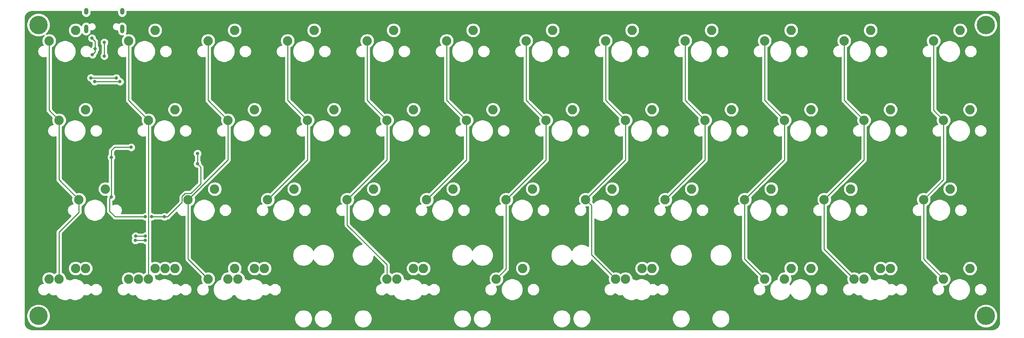
<source format=gbr>
G04 #@! TF.GenerationSoftware,KiCad,Pcbnew,(5.1.4)-1*
G04 #@! TF.CreationDate,2021-01-09T02:01:59-06:00*
G04 #@! TF.ProjectId,semi,73656d69-2e6b-4696-9361-645f70636258,rev?*
G04 #@! TF.SameCoordinates,Original*
G04 #@! TF.FileFunction,Copper,L1,Top*
G04 #@! TF.FilePolarity,Positive*
%FSLAX46Y46*%
G04 Gerber Fmt 4.6, Leading zero omitted, Abs format (unit mm)*
G04 Created by KiCad (PCBNEW (5.1.4)-1) date 2021-01-09 02:01:59*
%MOMM*%
%LPD*%
G04 APERTURE LIST*
%ADD10C,2.250000*%
%ADD11O,1.000000X1.600000*%
%ADD12O,1.000000X2.100000*%
%ADD13C,4.400000*%
%ADD14C,0.800000*%
%ADD15C,0.250000*%
%ADD16C,0.254000*%
G04 APERTURE END LIST*
D10*
X143827500Y-64135000D03*
X150177500Y-61595000D03*
D11*
X23243000Y67000D03*
X14603000Y67000D03*
D12*
X23243000Y-4113000D03*
X14603000Y-4113000D03*
D13*
X3174800Y-3174800D03*
X3174800Y-73020400D03*
X230173000Y-73020400D03*
X230173000Y-3174800D03*
D10*
X220027500Y-64135000D03*
X226377500Y-61595000D03*
X200977500Y-64135000D03*
X207327500Y-61595000D03*
X198596250Y-64135000D03*
X204946250Y-61595000D03*
X181927500Y-64135000D03*
X188277500Y-61595000D03*
X177165000Y-64135000D03*
X183515000Y-61595000D03*
X141446250Y-64135000D03*
X147796250Y-61595000D03*
X89058750Y-64135000D03*
X95408750Y-61595000D03*
X86677500Y-64135000D03*
X93027500Y-61595000D03*
X112871250Y-64135000D03*
X119221250Y-61595000D03*
X48577500Y-64135000D03*
X54927500Y-61595000D03*
X50958750Y-64135000D03*
X57308750Y-61595000D03*
X43815000Y-64135000D03*
X50165000Y-61595000D03*
X29527500Y-64135000D03*
X35877500Y-61595000D03*
X24765000Y-64135000D03*
X31115000Y-61595000D03*
X27146250Y-64135000D03*
X33496250Y-61595000D03*
X5715000Y-64135000D03*
X12065000Y-61595000D03*
X8096250Y-64135000D03*
X14446250Y-61595000D03*
X215265000Y-45085000D03*
X221615000Y-42545000D03*
X191452500Y-45085000D03*
X197802500Y-42545000D03*
X172402500Y-45085000D03*
X178752500Y-42545000D03*
X153352500Y-45085000D03*
X159702500Y-42545000D03*
X134302500Y-45085000D03*
X140652500Y-42545000D03*
X115252500Y-45085000D03*
X121602500Y-42545000D03*
X96202500Y-45085000D03*
X102552500Y-42545000D03*
X77152500Y-45085000D03*
X83502500Y-42545000D03*
X58102500Y-45085000D03*
X64452500Y-42545000D03*
X39052500Y-45085000D03*
X45402500Y-42545000D03*
X12858750Y-45085000D03*
X19208750Y-42545000D03*
X220027500Y-26035000D03*
X226377500Y-23495000D03*
X200977500Y-26035000D03*
X207327500Y-23495000D03*
X181927500Y-26035000D03*
X188277500Y-23495000D03*
X162877500Y-26035000D03*
X169227500Y-23495000D03*
X143827500Y-26035000D03*
X150177500Y-23495000D03*
X124777500Y-26035000D03*
X131127500Y-23495000D03*
X105727500Y-26035000D03*
X112077500Y-23495000D03*
X86677500Y-26035000D03*
X93027500Y-23495000D03*
X67627500Y-26035000D03*
X73977500Y-23495000D03*
X48577500Y-26035000D03*
X54927500Y-23495000D03*
X29527500Y-26035000D03*
X35877500Y-23495000D03*
X8096250Y-26035000D03*
X14446250Y-23495000D03*
X217646250Y-6985000D03*
X223996250Y-4445000D03*
X196215000Y-6985000D03*
X202565000Y-4445000D03*
X177165000Y-6985000D03*
X183515000Y-4445000D03*
X158115000Y-6985000D03*
X164465000Y-4445000D03*
X139065000Y-6985000D03*
X145415000Y-4445000D03*
X120015000Y-6985000D03*
X126365000Y-4445000D03*
X100965000Y-6985000D03*
X107315000Y-4445000D03*
X81915000Y-6985000D03*
X88265000Y-4445000D03*
X62865000Y-6985000D03*
X69215000Y-4445000D03*
X43815000Y-6985000D03*
X50165000Y-4445000D03*
X24765000Y-6985000D03*
X31115000Y-4445000D03*
X5715000Y-6985000D03*
X12065000Y-4445000D03*
D14*
X32766000Y-53086000D03*
X21082000Y-8890000D03*
X21717101Y-6351379D03*
X17526000Y-19558000D03*
X26289000Y-19050000D03*
X25400000Y-52451000D03*
X40640000Y-50038000D03*
X22479000Y-19685000D03*
X47498000Y-43561000D03*
X66802000Y-42037000D03*
X15367000Y-51054000D03*
X39497000Y-34036000D03*
X15740347Y-15882653D03*
X21818924Y-15900076D03*
X16629347Y-16771653D03*
X22707924Y-16789076D03*
X28802500Y-53848000D03*
X26452479Y-53848000D03*
X28802500Y-54848003D03*
X26416000Y-54864000D03*
X25398400Y-32541700D03*
X20636200Y-34922800D03*
X20636200Y-44447200D03*
X28802500Y-49209400D03*
X30252500Y-49209400D03*
X33335400Y-49209400D03*
X41272400Y-36510200D03*
X41275000Y-34036000D03*
X16764000Y-8890000D03*
X16003106Y-6352980D03*
X16093535Y-10317843D03*
X18966792Y-7373514D03*
X18949904Y-10632302D03*
D15*
X21082000Y-6986480D02*
X21082000Y-8890000D01*
X21717101Y-6351379D02*
X21082000Y-6986480D01*
X5715000Y-23653750D02*
X8096250Y-26035000D01*
X5715000Y-6985000D02*
X5715000Y-23653750D01*
X8096250Y-40322500D02*
X12858750Y-45085000D01*
X8096250Y-26035000D02*
X8096250Y-40322500D01*
X8096250Y-62544010D02*
X8096250Y-64135000D01*
X8096250Y-52893502D02*
X8096250Y-62544010D01*
X12858750Y-48131002D02*
X8096250Y-52893502D01*
X12858750Y-45085000D02*
X12858750Y-48131002D01*
X24765000Y-21272500D02*
X29527500Y-26035000D01*
X24765000Y-6985000D02*
X24765000Y-21272500D01*
X29527500Y-26035000D02*
X29527500Y-64135000D01*
X43815000Y-21272500D02*
X48577500Y-26035000D01*
X43815000Y-6985000D02*
X43815000Y-21272500D01*
X48577500Y-35560000D02*
X39052500Y-45085000D01*
X48577500Y-26035000D02*
X48577500Y-35560000D01*
X39052500Y-59372500D02*
X39052500Y-45085000D01*
X43815000Y-64135000D02*
X39052500Y-59372500D01*
X62865000Y-21272500D02*
X67627500Y-26035000D01*
X62865000Y-6985000D02*
X62865000Y-21272500D01*
X67627500Y-35560000D02*
X58102500Y-45085000D01*
X67627500Y-26035000D02*
X67627500Y-35560000D01*
X81915000Y-21272500D02*
X86677500Y-26035000D01*
X81915000Y-6985000D02*
X81915000Y-21272500D01*
X86677500Y-35560000D02*
X77152500Y-45085000D01*
X86677500Y-26035000D02*
X86677500Y-35560000D01*
X86677500Y-62544010D02*
X86677500Y-64135000D01*
X86677500Y-60703026D02*
X86677500Y-62544010D01*
X77152500Y-51178026D02*
X86677500Y-60703026D01*
X77152500Y-45085000D02*
X77152500Y-51178026D01*
X100965000Y-21272500D02*
X105727500Y-26035000D01*
X100965000Y-6985000D02*
X100965000Y-21272500D01*
X105727500Y-35560000D02*
X96202500Y-45085000D01*
X105727500Y-26035000D02*
X105727500Y-35560000D01*
X120015000Y-21272500D02*
X124777500Y-26035000D01*
X120015000Y-6985000D02*
X120015000Y-21272500D01*
X124777500Y-35560000D02*
X115252500Y-45085000D01*
X124777500Y-26035000D02*
X124777500Y-35560000D01*
X115252500Y-61753750D02*
X112871250Y-64135000D01*
X115252500Y-45085000D02*
X115252500Y-61753750D01*
X139065000Y-21272500D02*
X143827500Y-26035000D01*
X139065000Y-6985000D02*
X139065000Y-21272500D01*
X143827500Y-35560000D02*
X134302500Y-45085000D01*
X143827500Y-26035000D02*
X143827500Y-35560000D01*
X140321251Y-63010001D02*
X141446250Y-64135000D01*
X135668901Y-58357651D02*
X140321251Y-63010001D01*
X135668901Y-46451401D02*
X135668901Y-58357651D01*
X134302500Y-45085000D02*
X135668901Y-46451401D01*
X158115000Y-21272500D02*
X162877500Y-26035000D01*
X158115000Y-6985000D02*
X158115000Y-21272500D01*
X162877500Y-35560000D02*
X153352500Y-45085000D01*
X162877500Y-26035000D02*
X162877500Y-35560000D01*
X177165000Y-21272500D02*
X181927500Y-26035000D01*
X177165000Y-6985000D02*
X177165000Y-21272500D01*
X181927500Y-35560000D02*
X172402500Y-45085000D01*
X181927500Y-26035000D02*
X181927500Y-35560000D01*
X172402500Y-59372500D02*
X177165000Y-64135000D01*
X172402500Y-45085000D02*
X172402500Y-59372500D01*
X196215000Y-21272500D02*
X200977500Y-26035000D01*
X196215000Y-6985000D02*
X196215000Y-21272500D01*
X200977500Y-35560000D02*
X191452500Y-45085000D01*
X200977500Y-26035000D02*
X200977500Y-35560000D01*
X191452500Y-56991250D02*
X198596250Y-64135000D01*
X191452500Y-45085000D02*
X191452500Y-56991250D01*
X217646250Y-23653750D02*
X220027500Y-26035000D01*
X217646250Y-6985000D02*
X217646250Y-23653750D01*
X220027500Y-40322500D02*
X215265000Y-45085000D01*
X220027500Y-26035000D02*
X220027500Y-40322500D01*
X215265000Y-59372500D02*
X220027500Y-64135000D01*
X215265000Y-45085000D02*
X215265000Y-59372500D01*
X15740347Y-15882653D02*
X21801501Y-15882653D01*
X21801501Y-15882653D02*
X21818924Y-15900076D01*
X16629347Y-16771653D02*
X22690501Y-16771653D01*
X22690501Y-16771653D02*
X22707924Y-16789076D01*
X28802500Y-53848000D02*
X26452479Y-53848000D01*
X28802500Y-54848003D02*
X26431997Y-54848003D01*
X26431997Y-54848003D02*
X26416000Y-54864000D01*
X25398400Y-32541700D02*
X22223600Y-32541700D01*
X22223600Y-32541700D02*
X21429900Y-32541700D01*
X21429900Y-32541700D02*
X20636200Y-33335400D01*
X20636200Y-33335400D02*
X20636200Y-34922800D01*
X20658751Y-44424649D02*
X20636200Y-44447200D01*
X20658751Y-35511036D02*
X20658751Y-44424649D01*
X20636200Y-34922800D02*
X20636200Y-35488485D01*
X20636200Y-35488485D02*
X20658751Y-35511036D01*
X21557148Y-49209400D02*
X28802500Y-49209400D01*
X20236201Y-47888453D02*
X21557148Y-49209400D01*
X20636200Y-44447200D02*
X20236201Y-44847199D01*
X20236201Y-44847199D02*
X20236201Y-47888453D01*
X30252500Y-49209400D02*
X33335400Y-49209400D01*
X34129100Y-49209400D02*
X37602499Y-45736001D01*
X33335400Y-49209400D02*
X34129100Y-49209400D01*
X37602499Y-44388999D02*
X38356499Y-43634999D01*
X37602499Y-45736001D02*
X37602499Y-44388999D01*
X38356499Y-43634999D02*
X39703501Y-43634999D01*
X39703501Y-43634999D02*
X42066100Y-41272400D01*
X42066100Y-41272400D02*
X42066100Y-37303900D01*
X42066100Y-37303900D02*
X41272400Y-36510200D01*
X41275000Y-36507600D02*
X41272400Y-36510200D01*
X41275000Y-34036000D02*
X41275000Y-36507600D01*
X16764000Y-7113874D02*
X16764000Y-8890000D01*
X16003106Y-6352980D02*
X16764000Y-7113874D01*
X16764000Y-8890000D02*
X16764000Y-9647378D01*
X16764000Y-9647378D02*
X16093535Y-10317843D01*
X18949904Y-7390402D02*
X18966792Y-7373514D01*
X18949904Y-10632302D02*
X18949904Y-7390402D01*
D16*
G36*
X13468000Y-288752D02*
G01*
X13484423Y-455499D01*
X13549324Y-669447D01*
X13654717Y-866623D01*
X13796552Y-1039449D01*
X13969378Y-1181284D01*
X14166554Y-1286676D01*
X14380502Y-1351577D01*
X14603000Y-1373491D01*
X14825499Y-1351577D01*
X15039447Y-1286676D01*
X15236623Y-1181284D01*
X15409449Y-1039449D01*
X15551284Y-866623D01*
X15656676Y-669446D01*
X15721577Y-455498D01*
X15738000Y-288751D01*
X15738000Y58700D01*
X22108000Y58700D01*
X22108000Y-288752D01*
X22124423Y-455499D01*
X22189324Y-669447D01*
X22294717Y-866623D01*
X22436552Y-1039449D01*
X22609378Y-1181284D01*
X22806554Y-1286676D01*
X23020502Y-1351577D01*
X23243000Y-1373491D01*
X23465499Y-1351577D01*
X23679447Y-1286676D01*
X23876623Y-1181284D01*
X24049449Y-1039449D01*
X24191284Y-866623D01*
X24296676Y-669446D01*
X24361577Y-455498D01*
X24378000Y-288751D01*
X24378000Y58700D01*
X231724453Y58700D01*
X232079445Y23892D01*
X232386338Y-68763D01*
X232669386Y-219263D01*
X232917814Y-421876D01*
X233122155Y-668883D01*
X233274630Y-950878D01*
X233369426Y-1257112D01*
X233406500Y-1609852D01*
X233406501Y-74571843D01*
X233371692Y-74926845D01*
X233279037Y-75233736D01*
X233128536Y-75516789D01*
X232925924Y-75765214D01*
X232678917Y-75969555D01*
X232396920Y-76122030D01*
X232090687Y-76216826D01*
X231737948Y-76253900D01*
X1623347Y-76253900D01*
X1268355Y-76219092D01*
X961464Y-76126437D01*
X678411Y-75975936D01*
X429986Y-75773324D01*
X225645Y-75526317D01*
X73170Y-75244320D01*
X-21626Y-74938087D01*
X-58700Y-74585348D01*
X-58700Y-72741177D01*
X339800Y-72741177D01*
X339800Y-73299623D01*
X448748Y-73847339D01*
X662456Y-74363276D01*
X972712Y-74827607D01*
X1367593Y-75222488D01*
X1831924Y-75532744D01*
X2347861Y-75746452D01*
X2895577Y-75855400D01*
X3454023Y-75855400D01*
X4001739Y-75746452D01*
X4517676Y-75532744D01*
X4982007Y-75222488D01*
X5376888Y-74827607D01*
X5687144Y-74363276D01*
X5900852Y-73847339D01*
X5980413Y-73447357D01*
X64522350Y-73447357D01*
X64522350Y-73872643D01*
X64605320Y-74289757D01*
X64768069Y-74682670D01*
X65004346Y-75036282D01*
X65305068Y-75337004D01*
X65658680Y-75573281D01*
X66051593Y-75736030D01*
X66468707Y-75819000D01*
X66893993Y-75819000D01*
X67311107Y-75736030D01*
X67704020Y-75573281D01*
X68057632Y-75337004D01*
X68358354Y-75036282D01*
X68594631Y-74682670D01*
X68757380Y-74289757D01*
X68840350Y-73872643D01*
X68840350Y-73447357D01*
X69278500Y-73447357D01*
X69278500Y-73872643D01*
X69361470Y-74289757D01*
X69524219Y-74682670D01*
X69760496Y-75036282D01*
X70061218Y-75337004D01*
X70414830Y-75573281D01*
X70807743Y-75736030D01*
X71224857Y-75819000D01*
X71650143Y-75819000D01*
X72067257Y-75736030D01*
X72460170Y-75573281D01*
X72813782Y-75337004D01*
X73114504Y-75036282D01*
X73350781Y-74682670D01*
X73513530Y-74289757D01*
X73596500Y-73872643D01*
X73596500Y-73447357D01*
X78803500Y-73447357D01*
X78803500Y-73872643D01*
X78886470Y-74289757D01*
X79049219Y-74682670D01*
X79285496Y-75036282D01*
X79586218Y-75337004D01*
X79939830Y-75573281D01*
X80332743Y-75736030D01*
X80749857Y-75819000D01*
X81175143Y-75819000D01*
X81592257Y-75736030D01*
X81985170Y-75573281D01*
X82338782Y-75337004D01*
X82639504Y-75036282D01*
X82875781Y-74682670D01*
X83038530Y-74289757D01*
X83121500Y-73872643D01*
X83121500Y-73447357D01*
X102616000Y-73447357D01*
X102616000Y-73872643D01*
X102698970Y-74289757D01*
X102861719Y-74682670D01*
X103097996Y-75036282D01*
X103398718Y-75337004D01*
X103752330Y-75573281D01*
X104145243Y-75736030D01*
X104562357Y-75819000D01*
X104987643Y-75819000D01*
X105404757Y-75736030D01*
X105797670Y-75573281D01*
X106151282Y-75337004D01*
X106452004Y-75036282D01*
X106688281Y-74682670D01*
X106851030Y-74289757D01*
X106934000Y-73872643D01*
X106934000Y-73447357D01*
X107378500Y-73447357D01*
X107378500Y-73872643D01*
X107461470Y-74289757D01*
X107624219Y-74682670D01*
X107860496Y-75036282D01*
X108161218Y-75337004D01*
X108514830Y-75573281D01*
X108907743Y-75736030D01*
X109324857Y-75819000D01*
X109750143Y-75819000D01*
X110167257Y-75736030D01*
X110560170Y-75573281D01*
X110913782Y-75337004D01*
X111214504Y-75036282D01*
X111450781Y-74682670D01*
X111613530Y-74289757D01*
X111696500Y-73872643D01*
X111696500Y-73447357D01*
X126428500Y-73447357D01*
X126428500Y-73872643D01*
X126511470Y-74289757D01*
X126674219Y-74682670D01*
X126910496Y-75036282D01*
X127211218Y-75337004D01*
X127564830Y-75573281D01*
X127957743Y-75736030D01*
X128374857Y-75819000D01*
X128800143Y-75819000D01*
X129217257Y-75736030D01*
X129610170Y-75573281D01*
X129963782Y-75337004D01*
X130264504Y-75036282D01*
X130500781Y-74682670D01*
X130663530Y-74289757D01*
X130746500Y-73872643D01*
X130746500Y-73447357D01*
X131191000Y-73447357D01*
X131191000Y-73872643D01*
X131273970Y-74289757D01*
X131436719Y-74682670D01*
X131672996Y-75036282D01*
X131973718Y-75337004D01*
X132327330Y-75573281D01*
X132720243Y-75736030D01*
X133137357Y-75819000D01*
X133562643Y-75819000D01*
X133979757Y-75736030D01*
X134372670Y-75573281D01*
X134726282Y-75337004D01*
X135027004Y-75036282D01*
X135263281Y-74682670D01*
X135426030Y-74289757D01*
X135509000Y-73872643D01*
X135509000Y-73447357D01*
X155003500Y-73447357D01*
X155003500Y-73872643D01*
X155086470Y-74289757D01*
X155249219Y-74682670D01*
X155485496Y-75036282D01*
X155786218Y-75337004D01*
X156139830Y-75573281D01*
X156532743Y-75736030D01*
X156949857Y-75819000D01*
X157375143Y-75819000D01*
X157792257Y-75736030D01*
X158185170Y-75573281D01*
X158538782Y-75337004D01*
X158839504Y-75036282D01*
X159075781Y-74682670D01*
X159238530Y-74289757D01*
X159321500Y-73872643D01*
X159321500Y-73447357D01*
X164522150Y-73447357D01*
X164522150Y-73872643D01*
X164605120Y-74289757D01*
X164767869Y-74682670D01*
X165004146Y-75036282D01*
X165304868Y-75337004D01*
X165658480Y-75573281D01*
X166051393Y-75736030D01*
X166468507Y-75819000D01*
X166900143Y-75819000D01*
X167317257Y-75736030D01*
X167710170Y-75573281D01*
X168063782Y-75337004D01*
X168364504Y-75036282D01*
X168600781Y-74682670D01*
X168763530Y-74289757D01*
X168846500Y-73872643D01*
X168846500Y-73447357D01*
X168763530Y-73030243D01*
X168643796Y-72741177D01*
X227338000Y-72741177D01*
X227338000Y-73299623D01*
X227446948Y-73847339D01*
X227660656Y-74363276D01*
X227970912Y-74827607D01*
X228365793Y-75222488D01*
X228830124Y-75532744D01*
X229346061Y-75746452D01*
X229893777Y-75855400D01*
X230452223Y-75855400D01*
X230999939Y-75746452D01*
X231515876Y-75532744D01*
X231980207Y-75222488D01*
X232375088Y-74827607D01*
X232685344Y-74363276D01*
X232899052Y-73847339D01*
X233008000Y-73299623D01*
X233008000Y-72741177D01*
X232899052Y-72193461D01*
X232685344Y-71677524D01*
X232375088Y-71213193D01*
X231980207Y-70818312D01*
X231515876Y-70508056D01*
X230999939Y-70294348D01*
X230452223Y-70185400D01*
X229893777Y-70185400D01*
X229346061Y-70294348D01*
X228830124Y-70508056D01*
X228365793Y-70818312D01*
X227970912Y-71213193D01*
X227660656Y-71677524D01*
X227446948Y-72193461D01*
X227338000Y-72741177D01*
X168643796Y-72741177D01*
X168600781Y-72637330D01*
X168364504Y-72283718D01*
X168063782Y-71982996D01*
X167710170Y-71746719D01*
X167317257Y-71583970D01*
X166900143Y-71501000D01*
X166468507Y-71501000D01*
X166051393Y-71583970D01*
X165658480Y-71746719D01*
X165304868Y-71982996D01*
X165004146Y-72283718D01*
X164767869Y-72637330D01*
X164605120Y-73030243D01*
X164522150Y-73447357D01*
X159321500Y-73447357D01*
X159238530Y-73030243D01*
X159075781Y-72637330D01*
X158839504Y-72283718D01*
X158538782Y-71982996D01*
X158185170Y-71746719D01*
X157792257Y-71583970D01*
X157375143Y-71501000D01*
X156949857Y-71501000D01*
X156532743Y-71583970D01*
X156139830Y-71746719D01*
X155786218Y-71982996D01*
X155485496Y-72283718D01*
X155249219Y-72637330D01*
X155086470Y-73030243D01*
X155003500Y-73447357D01*
X135509000Y-73447357D01*
X135426030Y-73030243D01*
X135263281Y-72637330D01*
X135027004Y-72283718D01*
X134726282Y-71982996D01*
X134372670Y-71746719D01*
X133979757Y-71583970D01*
X133562643Y-71501000D01*
X133137357Y-71501000D01*
X132720243Y-71583970D01*
X132327330Y-71746719D01*
X131973718Y-71982996D01*
X131672996Y-72283718D01*
X131436719Y-72637330D01*
X131273970Y-73030243D01*
X131191000Y-73447357D01*
X130746500Y-73447357D01*
X130663530Y-73030243D01*
X130500781Y-72637330D01*
X130264504Y-72283718D01*
X129963782Y-71982996D01*
X129610170Y-71746719D01*
X129217257Y-71583970D01*
X128800143Y-71501000D01*
X128374857Y-71501000D01*
X127957743Y-71583970D01*
X127564830Y-71746719D01*
X127211218Y-71982996D01*
X126910496Y-72283718D01*
X126674219Y-72637330D01*
X126511470Y-73030243D01*
X126428500Y-73447357D01*
X111696500Y-73447357D01*
X111613530Y-73030243D01*
X111450781Y-72637330D01*
X111214504Y-72283718D01*
X110913782Y-71982996D01*
X110560170Y-71746719D01*
X110167257Y-71583970D01*
X109750143Y-71501000D01*
X109324857Y-71501000D01*
X108907743Y-71583970D01*
X108514830Y-71746719D01*
X108161218Y-71982996D01*
X107860496Y-72283718D01*
X107624219Y-72637330D01*
X107461470Y-73030243D01*
X107378500Y-73447357D01*
X106934000Y-73447357D01*
X106851030Y-73030243D01*
X106688281Y-72637330D01*
X106452004Y-72283718D01*
X106151282Y-71982996D01*
X105797670Y-71746719D01*
X105404757Y-71583970D01*
X104987643Y-71501000D01*
X104562357Y-71501000D01*
X104145243Y-71583970D01*
X103752330Y-71746719D01*
X103398718Y-71982996D01*
X103097996Y-72283718D01*
X102861719Y-72637330D01*
X102698970Y-73030243D01*
X102616000Y-73447357D01*
X83121500Y-73447357D01*
X83038530Y-73030243D01*
X82875781Y-72637330D01*
X82639504Y-72283718D01*
X82338782Y-71982996D01*
X81985170Y-71746719D01*
X81592257Y-71583970D01*
X81175143Y-71501000D01*
X80749857Y-71501000D01*
X80332743Y-71583970D01*
X79939830Y-71746719D01*
X79586218Y-71982996D01*
X79285496Y-72283718D01*
X79049219Y-72637330D01*
X78886470Y-73030243D01*
X78803500Y-73447357D01*
X73596500Y-73447357D01*
X73513530Y-73030243D01*
X73350781Y-72637330D01*
X73114504Y-72283718D01*
X72813782Y-71982996D01*
X72460170Y-71746719D01*
X72067257Y-71583970D01*
X71650143Y-71501000D01*
X71224857Y-71501000D01*
X70807743Y-71583970D01*
X70414830Y-71746719D01*
X70061218Y-71982996D01*
X69760496Y-72283718D01*
X69524219Y-72637330D01*
X69361470Y-73030243D01*
X69278500Y-73447357D01*
X68840350Y-73447357D01*
X68757380Y-73030243D01*
X68594631Y-72637330D01*
X68358354Y-72283718D01*
X68057632Y-71982996D01*
X67704020Y-71746719D01*
X67311107Y-71583970D01*
X66893993Y-71501000D01*
X66468707Y-71501000D01*
X66051593Y-71583970D01*
X65658680Y-71746719D01*
X65305068Y-71982996D01*
X65004346Y-72283718D01*
X64768069Y-72637330D01*
X64605320Y-73030243D01*
X64522350Y-73447357D01*
X5980413Y-73447357D01*
X6009800Y-73299623D01*
X6009800Y-72741177D01*
X5900852Y-72193461D01*
X5687144Y-71677524D01*
X5376888Y-71213193D01*
X4982007Y-70818312D01*
X4517676Y-70508056D01*
X4001739Y-70294348D01*
X3454023Y-70185400D01*
X2895577Y-70185400D01*
X2347861Y-70294348D01*
X1831924Y-70508056D01*
X1367593Y-70818312D01*
X972712Y-71213193D01*
X662456Y-71677524D01*
X448748Y-72193461D01*
X339800Y-72741177D01*
X-58700Y-72741177D01*
X-58700Y-2895577D01*
X339800Y-2895577D01*
X339800Y-3454023D01*
X448748Y-4001739D01*
X662456Y-4517676D01*
X972712Y-4982007D01*
X1367593Y-5376888D01*
X1831924Y-5687144D01*
X2347861Y-5900852D01*
X2895577Y-6009800D01*
X3454023Y-6009800D01*
X4001739Y-5900852D01*
X4517676Y-5687144D01*
X4536252Y-5674732D01*
X4347919Y-5863065D01*
X4155308Y-6151327D01*
X4022636Y-6471627D01*
X3955000Y-6811655D01*
X3955000Y-7158345D01*
X4022636Y-7498373D01*
X4155308Y-7818673D01*
X4287638Y-8016719D01*
X4004549Y-8073029D01*
X3729747Y-8186856D01*
X3482431Y-8352107D01*
X3272107Y-8562431D01*
X3106856Y-8809747D01*
X2993029Y-9084549D01*
X2935000Y-9376278D01*
X2935000Y-9673722D01*
X2993029Y-9965451D01*
X3106856Y-10240253D01*
X3272107Y-10487569D01*
X3482431Y-10697893D01*
X3729747Y-10863144D01*
X4004549Y-10976971D01*
X4296278Y-11035000D01*
X4593722Y-11035000D01*
X4885451Y-10976971D01*
X4955000Y-10948163D01*
X4955001Y-23616417D01*
X4951324Y-23653750D01*
X4965998Y-23802735D01*
X5009454Y-23945996D01*
X5080026Y-24078026D01*
X5151201Y-24164752D01*
X5175000Y-24193751D01*
X5203998Y-24217549D01*
X6434402Y-25447954D01*
X6403886Y-25521627D01*
X6336250Y-25861655D01*
X6336250Y-26208345D01*
X6403886Y-26548373D01*
X6536558Y-26868673D01*
X6668888Y-27066719D01*
X6385799Y-27123029D01*
X6110997Y-27236856D01*
X5863681Y-27402107D01*
X5653357Y-27612431D01*
X5488106Y-27859747D01*
X5374279Y-28134549D01*
X5316250Y-28426278D01*
X5316250Y-28723722D01*
X5374279Y-29015451D01*
X5488106Y-29290253D01*
X5653357Y-29537569D01*
X5863681Y-29747893D01*
X6110997Y-29913144D01*
X6385799Y-30026971D01*
X6677528Y-30085000D01*
X6974972Y-30085000D01*
X7266701Y-30026971D01*
X7336250Y-29998163D01*
X7336251Y-40285168D01*
X7332574Y-40322500D01*
X7336251Y-40359833D01*
X7347248Y-40471486D01*
X7358544Y-40508723D01*
X7390704Y-40614746D01*
X7461276Y-40746776D01*
X7532451Y-40833502D01*
X7556250Y-40862501D01*
X7585248Y-40886299D01*
X11196902Y-44497954D01*
X11166386Y-44571627D01*
X11098750Y-44911655D01*
X11098750Y-45258345D01*
X11166386Y-45598373D01*
X11299058Y-45918673D01*
X11431388Y-46116719D01*
X11148299Y-46173029D01*
X10873497Y-46286856D01*
X10626181Y-46452107D01*
X10415857Y-46662431D01*
X10250606Y-46909747D01*
X10136779Y-47184549D01*
X10078750Y-47476278D01*
X10078750Y-47773722D01*
X10136779Y-48065451D01*
X10250606Y-48340253D01*
X10415857Y-48587569D01*
X10626181Y-48797893D01*
X10873497Y-48963144D01*
X10928870Y-48986080D01*
X7585253Y-52329698D01*
X7556249Y-52353501D01*
X7501121Y-52420676D01*
X7461276Y-52469226D01*
X7390705Y-52601255D01*
X7390704Y-52601256D01*
X7347247Y-52744517D01*
X7336250Y-52856170D01*
X7336250Y-52856180D01*
X7332574Y-52893502D01*
X7336250Y-52930824D01*
X7336251Y-62506668D01*
X7336250Y-62506678D01*
X7336250Y-62544792D01*
X7262577Y-62575308D01*
X6974315Y-62767919D01*
X6905625Y-62836609D01*
X6836935Y-62767919D01*
X6548673Y-62575308D01*
X6228373Y-62442636D01*
X5888345Y-62375000D01*
X5541655Y-62375000D01*
X5201627Y-62442636D01*
X4881327Y-62575308D01*
X4593065Y-62767919D01*
X4347919Y-63013065D01*
X4155308Y-63301327D01*
X4022636Y-63621627D01*
X3955000Y-63961655D01*
X3955000Y-64308345D01*
X4022636Y-64648373D01*
X4155308Y-64968673D01*
X4287638Y-65166719D01*
X4004549Y-65223029D01*
X3729747Y-65336856D01*
X3482431Y-65502107D01*
X3272107Y-65712431D01*
X3106856Y-65959747D01*
X2993029Y-66234549D01*
X2935000Y-66526278D01*
X2935000Y-66823722D01*
X2993029Y-67115451D01*
X3106856Y-67390253D01*
X3272107Y-67637569D01*
X3482431Y-67847893D01*
X3729747Y-68013144D01*
X4004549Y-68126971D01*
X4296278Y-68185000D01*
X4593722Y-68185000D01*
X4885451Y-68126971D01*
X5160253Y-68013144D01*
X5407569Y-67847893D01*
X5617893Y-67637569D01*
X5635625Y-67611031D01*
X5653357Y-67637569D01*
X5863681Y-67847893D01*
X6110997Y-68013144D01*
X6385799Y-68126971D01*
X6677528Y-68185000D01*
X6974972Y-68185000D01*
X7266701Y-68126971D01*
X7318961Y-68105324D01*
X7483000Y-68350826D01*
X7849174Y-68717000D01*
X8279749Y-69004701D01*
X8758178Y-69202873D01*
X9266076Y-69303900D01*
X9783924Y-69303900D01*
X10291822Y-69202873D01*
X10715625Y-69027328D01*
X11139428Y-69202873D01*
X11647326Y-69303900D01*
X12165174Y-69303900D01*
X12673072Y-69202873D01*
X13151501Y-69004701D01*
X13582076Y-68717000D01*
X13948250Y-68350826D01*
X14112289Y-68105324D01*
X14164549Y-68126971D01*
X14456278Y-68185000D01*
X14753722Y-68185000D01*
X15045451Y-68126971D01*
X15320253Y-68013144D01*
X15567569Y-67847893D01*
X15777893Y-67637569D01*
X15795625Y-67611031D01*
X15813357Y-67637569D01*
X16023681Y-67847893D01*
X16270997Y-68013144D01*
X16545799Y-68126971D01*
X16837528Y-68185000D01*
X17134972Y-68185000D01*
X17426701Y-68126971D01*
X17701503Y-68013144D01*
X17948819Y-67847893D01*
X18159143Y-67637569D01*
X18324394Y-67390253D01*
X18438221Y-67115451D01*
X18496250Y-66823722D01*
X18496250Y-66526278D01*
X18438221Y-66234549D01*
X18324394Y-65959747D01*
X18159143Y-65712431D01*
X17948819Y-65502107D01*
X17701503Y-65336856D01*
X17426701Y-65223029D01*
X17134972Y-65165000D01*
X16837528Y-65165000D01*
X16545799Y-65223029D01*
X16270997Y-65336856D01*
X16023681Y-65502107D01*
X15813357Y-65712431D01*
X15795625Y-65738969D01*
X15777893Y-65712431D01*
X15567569Y-65502107D01*
X15320253Y-65336856D01*
X15045451Y-65223029D01*
X14753722Y-65165000D01*
X14456278Y-65165000D01*
X14164549Y-65223029D01*
X14112289Y-65244676D01*
X13948250Y-64999174D01*
X13582076Y-64633000D01*
X13151501Y-64345299D01*
X12673072Y-64147127D01*
X12165174Y-64046100D01*
X11647326Y-64046100D01*
X11139428Y-64147127D01*
X10715625Y-64322672D01*
X10291822Y-64147127D01*
X9856250Y-64060487D01*
X9856250Y-63961655D01*
X9788614Y-63621627D01*
X9655942Y-63301327D01*
X9463331Y-63013065D01*
X9218185Y-62767919D01*
X8929923Y-62575308D01*
X8856250Y-62544792D01*
X8856250Y-61421655D01*
X10305000Y-61421655D01*
X10305000Y-61768345D01*
X10372636Y-62108373D01*
X10505308Y-62428673D01*
X10697919Y-62716935D01*
X10943065Y-62962081D01*
X11231327Y-63154692D01*
X11551627Y-63287364D01*
X11891655Y-63355000D01*
X12238345Y-63355000D01*
X12578373Y-63287364D01*
X12898673Y-63154692D01*
X13186935Y-62962081D01*
X13255625Y-62893391D01*
X13324315Y-62962081D01*
X13612577Y-63154692D01*
X13932877Y-63287364D01*
X14272905Y-63355000D01*
X14619595Y-63355000D01*
X14959623Y-63287364D01*
X15279923Y-63154692D01*
X15568185Y-62962081D01*
X15813331Y-62716935D01*
X16005942Y-62428673D01*
X16138614Y-62108373D01*
X16206250Y-61768345D01*
X16206250Y-61421655D01*
X16138614Y-61081627D01*
X16005942Y-60761327D01*
X15813331Y-60473065D01*
X15568185Y-60227919D01*
X15279923Y-60035308D01*
X14959623Y-59902636D01*
X14619595Y-59835000D01*
X14272905Y-59835000D01*
X13932877Y-59902636D01*
X13612577Y-60035308D01*
X13324315Y-60227919D01*
X13255625Y-60296609D01*
X13186935Y-60227919D01*
X12898673Y-60035308D01*
X12578373Y-59902636D01*
X12238345Y-59835000D01*
X11891655Y-59835000D01*
X11551627Y-59902636D01*
X11231327Y-60035308D01*
X10943065Y-60227919D01*
X10697919Y-60473065D01*
X10505308Y-60761327D01*
X10372636Y-61081627D01*
X10305000Y-61421655D01*
X8856250Y-61421655D01*
X8856250Y-53208303D01*
X13369753Y-48694801D01*
X13398751Y-48671003D01*
X13461947Y-48593999D01*
X13493724Y-48555279D01*
X13564296Y-48423249D01*
X13597821Y-48312729D01*
X13607753Y-48279988D01*
X13618750Y-48168335D01*
X13618750Y-48168326D01*
X13622426Y-48131003D01*
X13618750Y-48093680D01*
X13618750Y-47366076D01*
X14039850Y-47366076D01*
X14039850Y-47883924D01*
X14140877Y-48391822D01*
X14339049Y-48870251D01*
X14626750Y-49300826D01*
X14992924Y-49667000D01*
X15423499Y-49954701D01*
X15901928Y-50152873D01*
X16409826Y-50253900D01*
X16927674Y-50253900D01*
X17435572Y-50152873D01*
X17914001Y-49954701D01*
X18344576Y-49667000D01*
X18710750Y-49300826D01*
X18998451Y-48870251D01*
X19196623Y-48391822D01*
X19297650Y-47883924D01*
X19297650Y-47366076D01*
X19196623Y-46858178D01*
X18998451Y-46379749D01*
X18710750Y-45949174D01*
X18344576Y-45583000D01*
X17914001Y-45295299D01*
X17435572Y-45097127D01*
X16927674Y-44996100D01*
X16409826Y-44996100D01*
X15901928Y-45097127D01*
X15423499Y-45295299D01*
X14992924Y-45583000D01*
X14626750Y-45949174D01*
X14339049Y-46379749D01*
X14140877Y-46858178D01*
X14039850Y-47366076D01*
X13618750Y-47366076D01*
X13618750Y-46675208D01*
X13692423Y-46644692D01*
X13980685Y-46452081D01*
X14225831Y-46206935D01*
X14418442Y-45918673D01*
X14551114Y-45598373D01*
X14618750Y-45258345D01*
X14618750Y-44911655D01*
X14551114Y-44571627D01*
X14418442Y-44251327D01*
X14225831Y-43963065D01*
X13980685Y-43717919D01*
X13692423Y-43525308D01*
X13372123Y-43392636D01*
X13032095Y-43325000D01*
X12685405Y-43325000D01*
X12345377Y-43392636D01*
X12271704Y-43423152D01*
X11220207Y-42371655D01*
X17448750Y-42371655D01*
X17448750Y-42718345D01*
X17516386Y-43058373D01*
X17649058Y-43378673D01*
X17841669Y-43666935D01*
X18086815Y-43912081D01*
X18375077Y-44104692D01*
X18695377Y-44237364D01*
X19035405Y-44305000D01*
X19382095Y-44305000D01*
X19618564Y-44257963D01*
X19601200Y-44345261D01*
X19601200Y-44422974D01*
X19548696Y-44521201D01*
X19530655Y-44554953D01*
X19487198Y-44698214D01*
X19476201Y-44809867D01*
X19476201Y-44809877D01*
X19472525Y-44847199D01*
X19476201Y-44884522D01*
X19476202Y-47851121D01*
X19472525Y-47888453D01*
X19487199Y-48037438D01*
X19530655Y-48180699D01*
X19601227Y-48312729D01*
X19623816Y-48340253D01*
X19696201Y-48428454D01*
X19725199Y-48452252D01*
X20993349Y-49720403D01*
X21017147Y-49749401D01*
X21132872Y-49844374D01*
X21264901Y-49914946D01*
X21408162Y-49958403D01*
X21519815Y-49969400D01*
X21519824Y-49969400D01*
X21557147Y-49973076D01*
X21594470Y-49969400D01*
X28098789Y-49969400D01*
X28142726Y-50013337D01*
X28312244Y-50126605D01*
X28500602Y-50204626D01*
X28700561Y-50244400D01*
X28767501Y-50244400D01*
X28767501Y-52813000D01*
X28700561Y-52813000D01*
X28500602Y-52852774D01*
X28312244Y-52930795D01*
X28142726Y-53044063D01*
X28098789Y-53088000D01*
X27156190Y-53088000D01*
X27112253Y-53044063D01*
X26942735Y-52930795D01*
X26754377Y-52852774D01*
X26554418Y-52813000D01*
X26350540Y-52813000D01*
X26150581Y-52852774D01*
X25962223Y-52930795D01*
X25792705Y-53044063D01*
X25648542Y-53188226D01*
X25535274Y-53357744D01*
X25457253Y-53546102D01*
X25417479Y-53746061D01*
X25417479Y-53949939D01*
X25457253Y-54149898D01*
X25530388Y-54326461D01*
X25498795Y-54373744D01*
X25420774Y-54562102D01*
X25381000Y-54762061D01*
X25381000Y-54965939D01*
X25420774Y-55165898D01*
X25498795Y-55354256D01*
X25612063Y-55523774D01*
X25756226Y-55667937D01*
X25925744Y-55781205D01*
X26114102Y-55859226D01*
X26314061Y-55899000D01*
X26517939Y-55899000D01*
X26717898Y-55859226D01*
X26906256Y-55781205D01*
X27075774Y-55667937D01*
X27135708Y-55608003D01*
X28098789Y-55608003D01*
X28142726Y-55651940D01*
X28312244Y-55765208D01*
X28500602Y-55843229D01*
X28700561Y-55883003D01*
X28767501Y-55883003D01*
X28767501Y-62544791D01*
X28693827Y-62575308D01*
X28405565Y-62767919D01*
X28336875Y-62836609D01*
X28268185Y-62767919D01*
X27979923Y-62575308D01*
X27659623Y-62442636D01*
X27319595Y-62375000D01*
X26972905Y-62375000D01*
X26632877Y-62442636D01*
X26312577Y-62575308D01*
X26024315Y-62767919D01*
X25955625Y-62836609D01*
X25886935Y-62767919D01*
X25598673Y-62575308D01*
X25278373Y-62442636D01*
X24938345Y-62375000D01*
X24591655Y-62375000D01*
X24251627Y-62442636D01*
X23931327Y-62575308D01*
X23643065Y-62767919D01*
X23397919Y-63013065D01*
X23205308Y-63301327D01*
X23072636Y-63621627D01*
X23005000Y-63961655D01*
X23005000Y-64308345D01*
X23072636Y-64648373D01*
X23205308Y-64968673D01*
X23337638Y-65166719D01*
X23054549Y-65223029D01*
X22779747Y-65336856D01*
X22532431Y-65502107D01*
X22322107Y-65712431D01*
X22156856Y-65959747D01*
X22043029Y-66234549D01*
X21985000Y-66526278D01*
X21985000Y-66823722D01*
X22043029Y-67115451D01*
X22156856Y-67390253D01*
X22322107Y-67637569D01*
X22532431Y-67847893D01*
X22779747Y-68013144D01*
X23054549Y-68126971D01*
X23346278Y-68185000D01*
X23643722Y-68185000D01*
X23935451Y-68126971D01*
X24210253Y-68013144D01*
X24457569Y-67847893D01*
X24667893Y-67637569D01*
X24685625Y-67611031D01*
X24703357Y-67637569D01*
X24913681Y-67847893D01*
X25160997Y-68013144D01*
X25435799Y-68126971D01*
X25727528Y-68185000D01*
X26024972Y-68185000D01*
X26316701Y-68126971D01*
X26368961Y-68105324D01*
X26533000Y-68350826D01*
X26899174Y-68717000D01*
X27329749Y-69004701D01*
X27808178Y-69202873D01*
X28316076Y-69303900D01*
X28833924Y-69303900D01*
X29341822Y-69202873D01*
X29765625Y-69027328D01*
X30189428Y-69202873D01*
X30697326Y-69303900D01*
X31215174Y-69303900D01*
X31723072Y-69202873D01*
X32146875Y-69027328D01*
X32570678Y-69202873D01*
X33078576Y-69303900D01*
X33596424Y-69303900D01*
X34104322Y-69202873D01*
X34582751Y-69004701D01*
X35013326Y-68717000D01*
X35379500Y-68350826D01*
X35543539Y-68105324D01*
X35595799Y-68126971D01*
X35887528Y-68185000D01*
X36184972Y-68185000D01*
X36476701Y-68126971D01*
X36751503Y-68013144D01*
X36998819Y-67847893D01*
X37209143Y-67637569D01*
X37226875Y-67611031D01*
X37244607Y-67637569D01*
X37454931Y-67847893D01*
X37702247Y-68013144D01*
X37977049Y-68126971D01*
X38268778Y-68185000D01*
X38566222Y-68185000D01*
X38857951Y-68126971D01*
X39132753Y-68013144D01*
X39380069Y-67847893D01*
X39590393Y-67637569D01*
X39755644Y-67390253D01*
X39869471Y-67115451D01*
X39927500Y-66823722D01*
X39927500Y-66526278D01*
X39869471Y-66234549D01*
X39755644Y-65959747D01*
X39590393Y-65712431D01*
X39380069Y-65502107D01*
X39132753Y-65336856D01*
X38857951Y-65223029D01*
X38566222Y-65165000D01*
X38268778Y-65165000D01*
X37977049Y-65223029D01*
X37702247Y-65336856D01*
X37454931Y-65502107D01*
X37244607Y-65712431D01*
X37226875Y-65738969D01*
X37209143Y-65712431D01*
X36998819Y-65502107D01*
X36751503Y-65336856D01*
X36476701Y-65223029D01*
X36184972Y-65165000D01*
X35887528Y-65165000D01*
X35595799Y-65223029D01*
X35543539Y-65244676D01*
X35379500Y-64999174D01*
X35013326Y-64633000D01*
X34582751Y-64345299D01*
X34104322Y-64147127D01*
X33596424Y-64046100D01*
X33078576Y-64046100D01*
X32570678Y-64147127D01*
X32146875Y-64322672D01*
X31723072Y-64147127D01*
X31287500Y-64060487D01*
X31287500Y-63961655D01*
X31219864Y-63621627D01*
X31109424Y-63355000D01*
X31288345Y-63355000D01*
X31628373Y-63287364D01*
X31948673Y-63154692D01*
X32236935Y-62962081D01*
X32305625Y-62893391D01*
X32374315Y-62962081D01*
X32662577Y-63154692D01*
X32982877Y-63287364D01*
X33322905Y-63355000D01*
X33669595Y-63355000D01*
X34009623Y-63287364D01*
X34329923Y-63154692D01*
X34618185Y-62962081D01*
X34686875Y-62893391D01*
X34755565Y-62962081D01*
X35043827Y-63154692D01*
X35364127Y-63287364D01*
X35704155Y-63355000D01*
X36050845Y-63355000D01*
X36390873Y-63287364D01*
X36711173Y-63154692D01*
X36999435Y-62962081D01*
X37244581Y-62716935D01*
X37437192Y-62428673D01*
X37569864Y-62108373D01*
X37637500Y-61768345D01*
X37637500Y-61421655D01*
X37569864Y-61081627D01*
X37437192Y-60761327D01*
X37244581Y-60473065D01*
X36999435Y-60227919D01*
X36711173Y-60035308D01*
X36390873Y-59902636D01*
X36050845Y-59835000D01*
X35704155Y-59835000D01*
X35364127Y-59902636D01*
X35043827Y-60035308D01*
X34755565Y-60227919D01*
X34686875Y-60296609D01*
X34618185Y-60227919D01*
X34329923Y-60035308D01*
X34009623Y-59902636D01*
X33669595Y-59835000D01*
X33322905Y-59835000D01*
X32982877Y-59902636D01*
X32662577Y-60035308D01*
X32374315Y-60227919D01*
X32305625Y-60296609D01*
X32236935Y-60227919D01*
X31948673Y-60035308D01*
X31628373Y-59902636D01*
X31288345Y-59835000D01*
X30941655Y-59835000D01*
X30601627Y-59902636D01*
X30287500Y-60032751D01*
X30287500Y-50244400D01*
X30354439Y-50244400D01*
X30554398Y-50204626D01*
X30742756Y-50126605D01*
X30912274Y-50013337D01*
X30956211Y-49969400D01*
X32631689Y-49969400D01*
X32675626Y-50013337D01*
X32845144Y-50126605D01*
X33033502Y-50204626D01*
X33233461Y-50244400D01*
X33437339Y-50244400D01*
X33637298Y-50204626D01*
X33825656Y-50126605D01*
X33995174Y-50013337D01*
X34039111Y-49969400D01*
X34091778Y-49969400D01*
X34129100Y-49973076D01*
X34166422Y-49969400D01*
X34166433Y-49969400D01*
X34278086Y-49958403D01*
X34421347Y-49914946D01*
X34553376Y-49844374D01*
X34669101Y-49749401D01*
X34692904Y-49720397D01*
X36335602Y-48077699D01*
X36444356Y-48340253D01*
X36609607Y-48587569D01*
X36819931Y-48797893D01*
X37067247Y-48963144D01*
X37342049Y-49076971D01*
X37633778Y-49135000D01*
X37931222Y-49135000D01*
X38222951Y-49076971D01*
X38292501Y-49048162D01*
X38292500Y-59335178D01*
X38288824Y-59372500D01*
X38292500Y-59409822D01*
X38292500Y-59409832D01*
X38303497Y-59521485D01*
X38346954Y-59664746D01*
X38417526Y-59796776D01*
X38448896Y-59835000D01*
X38512499Y-59912501D01*
X38541503Y-59936304D01*
X42153152Y-63547954D01*
X42122636Y-63621627D01*
X42055000Y-63961655D01*
X42055000Y-64308345D01*
X42122636Y-64648373D01*
X42255308Y-64968673D01*
X42387638Y-65166719D01*
X42104549Y-65223029D01*
X41829747Y-65336856D01*
X41582431Y-65502107D01*
X41372107Y-65712431D01*
X41206856Y-65959747D01*
X41093029Y-66234549D01*
X41035000Y-66526278D01*
X41035000Y-66823722D01*
X41093029Y-67115451D01*
X41206856Y-67390253D01*
X41372107Y-67637569D01*
X41582431Y-67847893D01*
X41829747Y-68013144D01*
X42104549Y-68126971D01*
X42396278Y-68185000D01*
X42693722Y-68185000D01*
X42985451Y-68126971D01*
X43260253Y-68013144D01*
X43507569Y-67847893D01*
X43717893Y-67637569D01*
X43883144Y-67390253D01*
X43996971Y-67115451D01*
X44055000Y-66823722D01*
X44055000Y-66526278D01*
X44033080Y-66416076D01*
X44996100Y-66416076D01*
X44996100Y-66933924D01*
X45097127Y-67441822D01*
X45295299Y-67920251D01*
X45583000Y-68350826D01*
X45949174Y-68717000D01*
X46379749Y-69004701D01*
X46858178Y-69202873D01*
X47366076Y-69303900D01*
X47883924Y-69303900D01*
X48391822Y-69202873D01*
X48870251Y-69004701D01*
X49300826Y-68717000D01*
X49667000Y-68350826D01*
X49777801Y-68185000D01*
X49837472Y-68185000D01*
X50129201Y-68126971D01*
X50181461Y-68105324D01*
X50345500Y-68350826D01*
X50711674Y-68717000D01*
X51142249Y-69004701D01*
X51620678Y-69202873D01*
X52128576Y-69303900D01*
X52646424Y-69303900D01*
X53154322Y-69202873D01*
X53578125Y-69027328D01*
X54001928Y-69202873D01*
X54509826Y-69303900D01*
X55027674Y-69303900D01*
X55535572Y-69202873D01*
X56014001Y-69004701D01*
X56444576Y-68717000D01*
X56810750Y-68350826D01*
X56974789Y-68105324D01*
X57027049Y-68126971D01*
X57318778Y-68185000D01*
X57616222Y-68185000D01*
X57907951Y-68126971D01*
X58182753Y-68013144D01*
X58430069Y-67847893D01*
X58640393Y-67637569D01*
X58658125Y-67611031D01*
X58675857Y-67637569D01*
X58886181Y-67847893D01*
X59133497Y-68013144D01*
X59408299Y-68126971D01*
X59700028Y-68185000D01*
X59997472Y-68185000D01*
X60289201Y-68126971D01*
X60564003Y-68013144D01*
X60811319Y-67847893D01*
X61021643Y-67637569D01*
X61186894Y-67390253D01*
X61300721Y-67115451D01*
X61358750Y-66823722D01*
X61358750Y-66526278D01*
X61300721Y-66234549D01*
X61186894Y-65959747D01*
X61021643Y-65712431D01*
X60811319Y-65502107D01*
X60564003Y-65336856D01*
X60289201Y-65223029D01*
X59997472Y-65165000D01*
X59700028Y-65165000D01*
X59408299Y-65223029D01*
X59133497Y-65336856D01*
X58886181Y-65502107D01*
X58675857Y-65712431D01*
X58658125Y-65738969D01*
X58640393Y-65712431D01*
X58430069Y-65502107D01*
X58182753Y-65336856D01*
X57907951Y-65223029D01*
X57616222Y-65165000D01*
X57318778Y-65165000D01*
X57027049Y-65223029D01*
X56974789Y-65244676D01*
X56810750Y-64999174D01*
X56444576Y-64633000D01*
X56014001Y-64345299D01*
X55535572Y-64147127D01*
X55027674Y-64046100D01*
X54509826Y-64046100D01*
X54001928Y-64147127D01*
X53578125Y-64322672D01*
X53154322Y-64147127D01*
X52718750Y-64060487D01*
X52718750Y-63961655D01*
X52651114Y-63621627D01*
X52518442Y-63301327D01*
X52325831Y-63013065D01*
X52080685Y-62767919D01*
X51792423Y-62575308D01*
X51662635Y-62521548D01*
X51724692Y-62428673D01*
X51857364Y-62108373D01*
X51925000Y-61768345D01*
X51925000Y-61421655D01*
X53167500Y-61421655D01*
X53167500Y-61768345D01*
X53235136Y-62108373D01*
X53367808Y-62428673D01*
X53560419Y-62716935D01*
X53805565Y-62962081D01*
X54093827Y-63154692D01*
X54414127Y-63287364D01*
X54754155Y-63355000D01*
X55100845Y-63355000D01*
X55440873Y-63287364D01*
X55761173Y-63154692D01*
X56049435Y-62962081D01*
X56118125Y-62893391D01*
X56186815Y-62962081D01*
X56475077Y-63154692D01*
X56795377Y-63287364D01*
X57135405Y-63355000D01*
X57482095Y-63355000D01*
X57822123Y-63287364D01*
X58142423Y-63154692D01*
X58430685Y-62962081D01*
X58675831Y-62716935D01*
X58868442Y-62428673D01*
X59001114Y-62108373D01*
X59068750Y-61768345D01*
X59068750Y-61421655D01*
X59001114Y-61081627D01*
X58868442Y-60761327D01*
X58675831Y-60473065D01*
X58430685Y-60227919D01*
X58142423Y-60035308D01*
X57822123Y-59902636D01*
X57482095Y-59835000D01*
X57135405Y-59835000D01*
X56795377Y-59902636D01*
X56475077Y-60035308D01*
X56186815Y-60227919D01*
X56118125Y-60296609D01*
X56049435Y-60227919D01*
X55761173Y-60035308D01*
X55440873Y-59902636D01*
X55100845Y-59835000D01*
X54754155Y-59835000D01*
X54414127Y-59902636D01*
X54093827Y-60035308D01*
X53805565Y-60227919D01*
X53560419Y-60473065D01*
X53367808Y-60761327D01*
X53235136Y-61081627D01*
X53167500Y-61421655D01*
X51925000Y-61421655D01*
X51857364Y-61081627D01*
X51724692Y-60761327D01*
X51532081Y-60473065D01*
X51286935Y-60227919D01*
X50998673Y-60035308D01*
X50678373Y-59902636D01*
X50338345Y-59835000D01*
X49991655Y-59835000D01*
X49651627Y-59902636D01*
X49331327Y-60035308D01*
X49043065Y-60227919D01*
X48797919Y-60473065D01*
X48605308Y-60761327D01*
X48472636Y-61081627D01*
X48405000Y-61421655D01*
X48405000Y-61768345D01*
X48472636Y-62108373D01*
X48583076Y-62375000D01*
X48404155Y-62375000D01*
X48064127Y-62442636D01*
X47743827Y-62575308D01*
X47455565Y-62767919D01*
X47210419Y-63013065D01*
X47017808Y-63301327D01*
X46885136Y-63621627D01*
X46817500Y-63961655D01*
X46817500Y-64163976D01*
X46379749Y-64345299D01*
X45949174Y-64633000D01*
X45583000Y-64999174D01*
X45295299Y-65429749D01*
X45097127Y-65908178D01*
X44996100Y-66416076D01*
X44033080Y-66416076D01*
X43996971Y-66234549D01*
X43883144Y-65959747D01*
X43839882Y-65895000D01*
X43988345Y-65895000D01*
X44328373Y-65827364D01*
X44648673Y-65694692D01*
X44936935Y-65502081D01*
X45182081Y-65256935D01*
X45374692Y-64968673D01*
X45507364Y-64648373D01*
X45575000Y-64308345D01*
X45575000Y-63961655D01*
X45507364Y-63621627D01*
X45374692Y-63301327D01*
X45182081Y-63013065D01*
X44936935Y-62767919D01*
X44648673Y-62575308D01*
X44328373Y-62442636D01*
X43988345Y-62375000D01*
X43641655Y-62375000D01*
X43301627Y-62442636D01*
X43227954Y-62473152D01*
X39812500Y-59057699D01*
X39812500Y-58161076D01*
X64052450Y-58161076D01*
X64052450Y-58678924D01*
X64153477Y-59186822D01*
X64351649Y-59665251D01*
X64639350Y-60095826D01*
X65005524Y-60462000D01*
X65436099Y-60749701D01*
X65914528Y-60947873D01*
X66422426Y-61048900D01*
X66940274Y-61048900D01*
X67448172Y-60947873D01*
X67926601Y-60749701D01*
X68357176Y-60462000D01*
X68723350Y-60095826D01*
X69011051Y-59665251D01*
X69059425Y-59548466D01*
X69107799Y-59665251D01*
X69395500Y-60095826D01*
X69761674Y-60462000D01*
X70192249Y-60749701D01*
X70670678Y-60947873D01*
X71178576Y-61048900D01*
X71696424Y-61048900D01*
X72204322Y-60947873D01*
X72682751Y-60749701D01*
X73113326Y-60462000D01*
X73479500Y-60095826D01*
X73767201Y-59665251D01*
X73965373Y-59186822D01*
X74066400Y-58678924D01*
X74066400Y-58161076D01*
X73965373Y-57653178D01*
X73767201Y-57174749D01*
X73479500Y-56744174D01*
X73113326Y-56378000D01*
X72682751Y-56090299D01*
X72204322Y-55892127D01*
X71696424Y-55791100D01*
X71178576Y-55791100D01*
X70670678Y-55892127D01*
X70192249Y-56090299D01*
X69761674Y-56378000D01*
X69395500Y-56744174D01*
X69107799Y-57174749D01*
X69059425Y-57291534D01*
X69011051Y-57174749D01*
X68723350Y-56744174D01*
X68357176Y-56378000D01*
X67926601Y-56090299D01*
X67448172Y-55892127D01*
X66940274Y-55791100D01*
X66422426Y-55791100D01*
X65914528Y-55892127D01*
X65436099Y-56090299D01*
X65005524Y-56378000D01*
X64639350Y-56744174D01*
X64351649Y-57174749D01*
X64153477Y-57653178D01*
X64052450Y-58161076D01*
X39812500Y-58161076D01*
X39812500Y-47366076D01*
X40233600Y-47366076D01*
X40233600Y-47883924D01*
X40334627Y-48391822D01*
X40532799Y-48870251D01*
X40820500Y-49300826D01*
X41186674Y-49667000D01*
X41617249Y-49954701D01*
X42095678Y-50152873D01*
X42603576Y-50253900D01*
X43121424Y-50253900D01*
X43629322Y-50152873D01*
X44107751Y-49954701D01*
X44538326Y-49667000D01*
X44904500Y-49300826D01*
X45192201Y-48870251D01*
X45390373Y-48391822D01*
X45491400Y-47883924D01*
X45491400Y-47476278D01*
X46432500Y-47476278D01*
X46432500Y-47773722D01*
X46490529Y-48065451D01*
X46604356Y-48340253D01*
X46769607Y-48587569D01*
X46979931Y-48797893D01*
X47227247Y-48963144D01*
X47502049Y-49076971D01*
X47793778Y-49135000D01*
X48091222Y-49135000D01*
X48382951Y-49076971D01*
X48657753Y-48963144D01*
X48905069Y-48797893D01*
X49115393Y-48587569D01*
X49280644Y-48340253D01*
X49394471Y-48065451D01*
X49452500Y-47773722D01*
X49452500Y-47476278D01*
X55322500Y-47476278D01*
X55322500Y-47773722D01*
X55380529Y-48065451D01*
X55494356Y-48340253D01*
X55659607Y-48587569D01*
X55869931Y-48797893D01*
X56117247Y-48963144D01*
X56392049Y-49076971D01*
X56683778Y-49135000D01*
X56981222Y-49135000D01*
X57272951Y-49076971D01*
X57547753Y-48963144D01*
X57795069Y-48797893D01*
X58005393Y-48587569D01*
X58170644Y-48340253D01*
X58284471Y-48065451D01*
X58342500Y-47773722D01*
X58342500Y-47476278D01*
X58320580Y-47366076D01*
X59283600Y-47366076D01*
X59283600Y-47883924D01*
X59384627Y-48391822D01*
X59582799Y-48870251D01*
X59870500Y-49300826D01*
X60236674Y-49667000D01*
X60667249Y-49954701D01*
X61145678Y-50152873D01*
X61653576Y-50253900D01*
X62171424Y-50253900D01*
X62679322Y-50152873D01*
X63157751Y-49954701D01*
X63588326Y-49667000D01*
X63954500Y-49300826D01*
X64242201Y-48870251D01*
X64440373Y-48391822D01*
X64541400Y-47883924D01*
X64541400Y-47476278D01*
X65482500Y-47476278D01*
X65482500Y-47773722D01*
X65540529Y-48065451D01*
X65654356Y-48340253D01*
X65819607Y-48587569D01*
X66029931Y-48797893D01*
X66277247Y-48963144D01*
X66552049Y-49076971D01*
X66843778Y-49135000D01*
X67141222Y-49135000D01*
X67432951Y-49076971D01*
X67707753Y-48963144D01*
X67955069Y-48797893D01*
X68165393Y-48587569D01*
X68330644Y-48340253D01*
X68444471Y-48065451D01*
X68502500Y-47773722D01*
X68502500Y-47476278D01*
X74372500Y-47476278D01*
X74372500Y-47773722D01*
X74430529Y-48065451D01*
X74544356Y-48340253D01*
X74709607Y-48587569D01*
X74919931Y-48797893D01*
X75167247Y-48963144D01*
X75442049Y-49076971D01*
X75733778Y-49135000D01*
X76031222Y-49135000D01*
X76322951Y-49076971D01*
X76392501Y-49048163D01*
X76392501Y-51140694D01*
X76388824Y-51178026D01*
X76403498Y-51327011D01*
X76446954Y-51470272D01*
X76517526Y-51602302D01*
X76588701Y-51689028D01*
X76612500Y-51718027D01*
X76641498Y-51741825D01*
X80692897Y-55793224D01*
X80195678Y-55892127D01*
X79717249Y-56090299D01*
X79286674Y-56378000D01*
X78920500Y-56744174D01*
X78632799Y-57174749D01*
X78434627Y-57653178D01*
X78333600Y-58161076D01*
X78333600Y-58678924D01*
X78434627Y-59186822D01*
X78632799Y-59665251D01*
X78920500Y-60095826D01*
X79286674Y-60462000D01*
X79717249Y-60749701D01*
X80195678Y-60947873D01*
X80703576Y-61048900D01*
X81221424Y-61048900D01*
X81729322Y-60947873D01*
X82207751Y-60749701D01*
X82638326Y-60462000D01*
X83004500Y-60095826D01*
X83292201Y-59665251D01*
X83490373Y-59186822D01*
X83589276Y-58689603D01*
X85917500Y-61017828D01*
X85917501Y-62506668D01*
X85917500Y-62506678D01*
X85917500Y-62544792D01*
X85843827Y-62575308D01*
X85555565Y-62767919D01*
X85310419Y-63013065D01*
X85117808Y-63301327D01*
X84985136Y-63621627D01*
X84917500Y-63961655D01*
X84917500Y-64308345D01*
X84985136Y-64648373D01*
X85117808Y-64968673D01*
X85250138Y-65166719D01*
X84967049Y-65223029D01*
X84692247Y-65336856D01*
X84444931Y-65502107D01*
X84234607Y-65712431D01*
X84069356Y-65959747D01*
X83955529Y-66234549D01*
X83897500Y-66526278D01*
X83897500Y-66823722D01*
X83955529Y-67115451D01*
X84069356Y-67390253D01*
X84234607Y-67637569D01*
X84444931Y-67847893D01*
X84692247Y-68013144D01*
X84967049Y-68126971D01*
X85258778Y-68185000D01*
X85556222Y-68185000D01*
X85847951Y-68126971D01*
X86122753Y-68013144D01*
X86370069Y-67847893D01*
X86580393Y-67637569D01*
X86598125Y-67611031D01*
X86615857Y-67637569D01*
X86826181Y-67847893D01*
X87073497Y-68013144D01*
X87348299Y-68126971D01*
X87640028Y-68185000D01*
X87937472Y-68185000D01*
X88229201Y-68126971D01*
X88281461Y-68105324D01*
X88445500Y-68350826D01*
X88811674Y-68717000D01*
X89242249Y-69004701D01*
X89720678Y-69202873D01*
X90228576Y-69303900D01*
X90746424Y-69303900D01*
X91254322Y-69202873D01*
X91678125Y-69027328D01*
X92101928Y-69202873D01*
X92609826Y-69303900D01*
X93127674Y-69303900D01*
X93635572Y-69202873D01*
X94114001Y-69004701D01*
X94544576Y-68717000D01*
X94910750Y-68350826D01*
X95074789Y-68105324D01*
X95127049Y-68126971D01*
X95418778Y-68185000D01*
X95716222Y-68185000D01*
X96007951Y-68126971D01*
X96282753Y-68013144D01*
X96530069Y-67847893D01*
X96740393Y-67637569D01*
X96758125Y-67611031D01*
X96775857Y-67637569D01*
X96986181Y-67847893D01*
X97233497Y-68013144D01*
X97508299Y-68126971D01*
X97800028Y-68185000D01*
X98097472Y-68185000D01*
X98389201Y-68126971D01*
X98664003Y-68013144D01*
X98911319Y-67847893D01*
X99121643Y-67637569D01*
X99286894Y-67390253D01*
X99400721Y-67115451D01*
X99458750Y-66823722D01*
X99458750Y-66526278D01*
X110091250Y-66526278D01*
X110091250Y-66823722D01*
X110149279Y-67115451D01*
X110263106Y-67390253D01*
X110428357Y-67637569D01*
X110638681Y-67847893D01*
X110885997Y-68013144D01*
X111160799Y-68126971D01*
X111452528Y-68185000D01*
X111749972Y-68185000D01*
X112041701Y-68126971D01*
X112316503Y-68013144D01*
X112563819Y-67847893D01*
X112774143Y-67637569D01*
X112939394Y-67390253D01*
X113053221Y-67115451D01*
X113111250Y-66823722D01*
X113111250Y-66526278D01*
X113089330Y-66416076D01*
X114052350Y-66416076D01*
X114052350Y-66933924D01*
X114153377Y-67441822D01*
X114351549Y-67920251D01*
X114639250Y-68350826D01*
X115005424Y-68717000D01*
X115435999Y-69004701D01*
X115914428Y-69202873D01*
X116422326Y-69303900D01*
X116940174Y-69303900D01*
X117448072Y-69202873D01*
X117926501Y-69004701D01*
X118357076Y-68717000D01*
X118723250Y-68350826D01*
X119010951Y-67920251D01*
X119209123Y-67441822D01*
X119310150Y-66933924D01*
X119310150Y-66526278D01*
X120251250Y-66526278D01*
X120251250Y-66823722D01*
X120309279Y-67115451D01*
X120423106Y-67390253D01*
X120588357Y-67637569D01*
X120798681Y-67847893D01*
X121045997Y-68013144D01*
X121320799Y-68126971D01*
X121612528Y-68185000D01*
X121909972Y-68185000D01*
X122201701Y-68126971D01*
X122476503Y-68013144D01*
X122723819Y-67847893D01*
X122934143Y-67637569D01*
X123099394Y-67390253D01*
X123213221Y-67115451D01*
X123271250Y-66823722D01*
X123271250Y-66526278D01*
X123213221Y-66234549D01*
X123099394Y-65959747D01*
X122934143Y-65712431D01*
X122723819Y-65502107D01*
X122476503Y-65336856D01*
X122201701Y-65223029D01*
X121909972Y-65165000D01*
X121612528Y-65165000D01*
X121320799Y-65223029D01*
X121045997Y-65336856D01*
X120798681Y-65502107D01*
X120588357Y-65712431D01*
X120423106Y-65959747D01*
X120309279Y-66234549D01*
X120251250Y-66526278D01*
X119310150Y-66526278D01*
X119310150Y-66416076D01*
X119209123Y-65908178D01*
X119010951Y-65429749D01*
X118723250Y-64999174D01*
X118357076Y-64633000D01*
X117926501Y-64345299D01*
X117448072Y-64147127D01*
X116940174Y-64046100D01*
X116422326Y-64046100D01*
X115914428Y-64147127D01*
X115435999Y-64345299D01*
X115005424Y-64633000D01*
X114639250Y-64999174D01*
X114351549Y-65429749D01*
X114153377Y-65908178D01*
X114052350Y-66416076D01*
X113089330Y-66416076D01*
X113053221Y-66234549D01*
X112939394Y-65959747D01*
X112896132Y-65895000D01*
X113044595Y-65895000D01*
X113384623Y-65827364D01*
X113704923Y-65694692D01*
X113993185Y-65502081D01*
X114238331Y-65256935D01*
X114430942Y-64968673D01*
X114563614Y-64648373D01*
X114631250Y-64308345D01*
X114631250Y-63961655D01*
X114563614Y-63621627D01*
X114533098Y-63547954D01*
X115763503Y-62317549D01*
X115792501Y-62293751D01*
X115826960Y-62251763D01*
X115887474Y-62178027D01*
X115958046Y-62045997D01*
X116001503Y-61902736D01*
X116012500Y-61791083D01*
X116012500Y-61791074D01*
X116016176Y-61753751D01*
X116012500Y-61716428D01*
X116012500Y-61421655D01*
X117461250Y-61421655D01*
X117461250Y-61768345D01*
X117528886Y-62108373D01*
X117661558Y-62428673D01*
X117854169Y-62716935D01*
X118099315Y-62962081D01*
X118387577Y-63154692D01*
X118707877Y-63287364D01*
X119047905Y-63355000D01*
X119394595Y-63355000D01*
X119734623Y-63287364D01*
X120054923Y-63154692D01*
X120343185Y-62962081D01*
X120588331Y-62716935D01*
X120780942Y-62428673D01*
X120913614Y-62108373D01*
X120981250Y-61768345D01*
X120981250Y-61421655D01*
X120913614Y-61081627D01*
X120780942Y-60761327D01*
X120588331Y-60473065D01*
X120343185Y-60227919D01*
X120054923Y-60035308D01*
X119734623Y-59902636D01*
X119394595Y-59835000D01*
X119047905Y-59835000D01*
X118707877Y-59902636D01*
X118387577Y-60035308D01*
X118099315Y-60227919D01*
X117854169Y-60473065D01*
X117661558Y-60761327D01*
X117528886Y-61081627D01*
X117461250Y-61421655D01*
X116012500Y-61421655D01*
X116012500Y-58161076D01*
X125958600Y-58161076D01*
X125958600Y-58678924D01*
X126059627Y-59186822D01*
X126257799Y-59665251D01*
X126545500Y-60095826D01*
X126911674Y-60462000D01*
X127342249Y-60749701D01*
X127820678Y-60947873D01*
X128328576Y-61048900D01*
X128846424Y-61048900D01*
X129354322Y-60947873D01*
X129832751Y-60749701D01*
X130263326Y-60462000D01*
X130629500Y-60095826D01*
X130917201Y-59665251D01*
X130968750Y-59540801D01*
X131020299Y-59665251D01*
X131308000Y-60095826D01*
X131674174Y-60462000D01*
X132104749Y-60749701D01*
X132583178Y-60947873D01*
X133091076Y-61048900D01*
X133608924Y-61048900D01*
X134116822Y-60947873D01*
X134595251Y-60749701D01*
X135025826Y-60462000D01*
X135392000Y-60095826D01*
X135679701Y-59665251D01*
X135744723Y-59508274D01*
X139784402Y-63547955D01*
X139753886Y-63621627D01*
X139686250Y-63961655D01*
X139686250Y-64308345D01*
X139753886Y-64648373D01*
X139886558Y-64968673D01*
X140018888Y-65166719D01*
X139735799Y-65223029D01*
X139460997Y-65336856D01*
X139213681Y-65502107D01*
X139003357Y-65712431D01*
X138838106Y-65959747D01*
X138724279Y-66234549D01*
X138666250Y-66526278D01*
X138666250Y-66823722D01*
X138724279Y-67115451D01*
X138838106Y-67390253D01*
X139003357Y-67637569D01*
X139213681Y-67847893D01*
X139460997Y-68013144D01*
X139735799Y-68126971D01*
X140027528Y-68185000D01*
X140324972Y-68185000D01*
X140616701Y-68126971D01*
X140891503Y-68013144D01*
X141138819Y-67847893D01*
X141349143Y-67637569D01*
X141366875Y-67611031D01*
X141384607Y-67637569D01*
X141594931Y-67847893D01*
X141842247Y-68013144D01*
X142117049Y-68126971D01*
X142408778Y-68185000D01*
X142706222Y-68185000D01*
X142997951Y-68126971D01*
X143050211Y-68105324D01*
X143214250Y-68350826D01*
X143580424Y-68717000D01*
X144010999Y-69004701D01*
X144489428Y-69202873D01*
X144997326Y-69303900D01*
X145515174Y-69303900D01*
X146023072Y-69202873D01*
X146446875Y-69027328D01*
X146870678Y-69202873D01*
X147378576Y-69303900D01*
X147896424Y-69303900D01*
X148404322Y-69202873D01*
X148882751Y-69004701D01*
X149313326Y-68717000D01*
X149679500Y-68350826D01*
X149843539Y-68105324D01*
X149895799Y-68126971D01*
X150187528Y-68185000D01*
X150484972Y-68185000D01*
X150776701Y-68126971D01*
X151051503Y-68013144D01*
X151298819Y-67847893D01*
X151509143Y-67637569D01*
X151526875Y-67611031D01*
X151544607Y-67637569D01*
X151754931Y-67847893D01*
X152002247Y-68013144D01*
X152277049Y-68126971D01*
X152568778Y-68185000D01*
X152866222Y-68185000D01*
X153157951Y-68126971D01*
X153432753Y-68013144D01*
X153680069Y-67847893D01*
X153890393Y-67637569D01*
X154055644Y-67390253D01*
X154169471Y-67115451D01*
X154227500Y-66823722D01*
X154227500Y-66526278D01*
X154169471Y-66234549D01*
X154055644Y-65959747D01*
X153890393Y-65712431D01*
X153680069Y-65502107D01*
X153432753Y-65336856D01*
X153157951Y-65223029D01*
X152866222Y-65165000D01*
X152568778Y-65165000D01*
X152277049Y-65223029D01*
X152002247Y-65336856D01*
X151754931Y-65502107D01*
X151544607Y-65712431D01*
X151526875Y-65738969D01*
X151509143Y-65712431D01*
X151298819Y-65502107D01*
X151051503Y-65336856D01*
X150776701Y-65223029D01*
X150484972Y-65165000D01*
X150187528Y-65165000D01*
X149895799Y-65223029D01*
X149843539Y-65244676D01*
X149679500Y-64999174D01*
X149313326Y-64633000D01*
X148882751Y-64345299D01*
X148404322Y-64147127D01*
X147896424Y-64046100D01*
X147378576Y-64046100D01*
X146870678Y-64147127D01*
X146446875Y-64322672D01*
X146023072Y-64147127D01*
X145587500Y-64060487D01*
X145587500Y-63961655D01*
X145519864Y-63621627D01*
X145387192Y-63301327D01*
X145194581Y-63013065D01*
X144949435Y-62767919D01*
X144661173Y-62575308D01*
X144340873Y-62442636D01*
X144000845Y-62375000D01*
X143654155Y-62375000D01*
X143314127Y-62442636D01*
X142993827Y-62575308D01*
X142705565Y-62767919D01*
X142636875Y-62836609D01*
X142568185Y-62767919D01*
X142279923Y-62575308D01*
X141959623Y-62442636D01*
X141619595Y-62375000D01*
X141272905Y-62375000D01*
X140932877Y-62442636D01*
X140859205Y-62473152D01*
X139807708Y-61421655D01*
X146036250Y-61421655D01*
X146036250Y-61768345D01*
X146103886Y-62108373D01*
X146236558Y-62428673D01*
X146429169Y-62716935D01*
X146674315Y-62962081D01*
X146962577Y-63154692D01*
X147282877Y-63287364D01*
X147622905Y-63355000D01*
X147969595Y-63355000D01*
X148309623Y-63287364D01*
X148629923Y-63154692D01*
X148918185Y-62962081D01*
X148986875Y-62893391D01*
X149055565Y-62962081D01*
X149343827Y-63154692D01*
X149664127Y-63287364D01*
X150004155Y-63355000D01*
X150350845Y-63355000D01*
X150690873Y-63287364D01*
X151011173Y-63154692D01*
X151299435Y-62962081D01*
X151544581Y-62716935D01*
X151737192Y-62428673D01*
X151869864Y-62108373D01*
X151937500Y-61768345D01*
X151937500Y-61421655D01*
X151869864Y-61081627D01*
X151737192Y-60761327D01*
X151544581Y-60473065D01*
X151299435Y-60227919D01*
X151011173Y-60035308D01*
X150690873Y-59902636D01*
X150350845Y-59835000D01*
X150004155Y-59835000D01*
X149664127Y-59902636D01*
X149343827Y-60035308D01*
X149055565Y-60227919D01*
X148986875Y-60296609D01*
X148918185Y-60227919D01*
X148629923Y-60035308D01*
X148309623Y-59902636D01*
X147969595Y-59835000D01*
X147622905Y-59835000D01*
X147282877Y-59902636D01*
X146962577Y-60035308D01*
X146674315Y-60227919D01*
X146429169Y-60473065D01*
X146236558Y-60761327D01*
X146103886Y-61081627D01*
X146036250Y-61421655D01*
X139807708Y-61421655D01*
X136547128Y-58161076D01*
X154533600Y-58161076D01*
X154533600Y-58678924D01*
X154634627Y-59186822D01*
X154832799Y-59665251D01*
X155120500Y-60095826D01*
X155486674Y-60462000D01*
X155917249Y-60749701D01*
X156395678Y-60947873D01*
X156903576Y-61048900D01*
X157421424Y-61048900D01*
X157929322Y-60947873D01*
X158407751Y-60749701D01*
X158838326Y-60462000D01*
X159204500Y-60095826D01*
X159492201Y-59665251D01*
X159690373Y-59186822D01*
X159791400Y-58678924D01*
X159791400Y-58161076D01*
X164052250Y-58161076D01*
X164052250Y-58678924D01*
X164153277Y-59186822D01*
X164351449Y-59665251D01*
X164639150Y-60095826D01*
X165005324Y-60462000D01*
X165435899Y-60749701D01*
X165914328Y-60947873D01*
X166422226Y-61048900D01*
X166946424Y-61048900D01*
X167454322Y-60947873D01*
X167932751Y-60749701D01*
X168363326Y-60462000D01*
X168729500Y-60095826D01*
X169017201Y-59665251D01*
X169215373Y-59186822D01*
X169316400Y-58678924D01*
X169316400Y-58161076D01*
X169215373Y-57653178D01*
X169017201Y-57174749D01*
X168729500Y-56744174D01*
X168363326Y-56378000D01*
X167932751Y-56090299D01*
X167454322Y-55892127D01*
X166946424Y-55791100D01*
X166422226Y-55791100D01*
X165914328Y-55892127D01*
X165435899Y-56090299D01*
X165005324Y-56378000D01*
X164639150Y-56744174D01*
X164351449Y-57174749D01*
X164153277Y-57653178D01*
X164052250Y-58161076D01*
X159791400Y-58161076D01*
X159690373Y-57653178D01*
X159492201Y-57174749D01*
X159204500Y-56744174D01*
X158838326Y-56378000D01*
X158407751Y-56090299D01*
X157929322Y-55892127D01*
X157421424Y-55791100D01*
X156903576Y-55791100D01*
X156395678Y-55892127D01*
X155917249Y-56090299D01*
X155486674Y-56378000D01*
X155120500Y-56744174D01*
X154832799Y-57174749D01*
X154634627Y-57653178D01*
X154533600Y-58161076D01*
X136547128Y-58161076D01*
X136428901Y-58042850D01*
X136428901Y-49659227D01*
X136436674Y-49667000D01*
X136867249Y-49954701D01*
X137345678Y-50152873D01*
X137853576Y-50253900D01*
X138371424Y-50253900D01*
X138879322Y-50152873D01*
X139357751Y-49954701D01*
X139788326Y-49667000D01*
X140154500Y-49300826D01*
X140442201Y-48870251D01*
X140640373Y-48391822D01*
X140741400Y-47883924D01*
X140741400Y-47476278D01*
X141682500Y-47476278D01*
X141682500Y-47773722D01*
X141740529Y-48065451D01*
X141854356Y-48340253D01*
X142019607Y-48587569D01*
X142229931Y-48797893D01*
X142477247Y-48963144D01*
X142752049Y-49076971D01*
X143043778Y-49135000D01*
X143341222Y-49135000D01*
X143632951Y-49076971D01*
X143907753Y-48963144D01*
X144155069Y-48797893D01*
X144365393Y-48587569D01*
X144530644Y-48340253D01*
X144644471Y-48065451D01*
X144702500Y-47773722D01*
X144702500Y-47476278D01*
X150572500Y-47476278D01*
X150572500Y-47773722D01*
X150630529Y-48065451D01*
X150744356Y-48340253D01*
X150909607Y-48587569D01*
X151119931Y-48797893D01*
X151367247Y-48963144D01*
X151642049Y-49076971D01*
X151933778Y-49135000D01*
X152231222Y-49135000D01*
X152522951Y-49076971D01*
X152797753Y-48963144D01*
X153045069Y-48797893D01*
X153255393Y-48587569D01*
X153420644Y-48340253D01*
X153534471Y-48065451D01*
X153592500Y-47773722D01*
X153592500Y-47476278D01*
X153570580Y-47366076D01*
X154533600Y-47366076D01*
X154533600Y-47883924D01*
X154634627Y-48391822D01*
X154832799Y-48870251D01*
X155120500Y-49300826D01*
X155486674Y-49667000D01*
X155917249Y-49954701D01*
X156395678Y-50152873D01*
X156903576Y-50253900D01*
X157421424Y-50253900D01*
X157929322Y-50152873D01*
X158407751Y-49954701D01*
X158838326Y-49667000D01*
X159204500Y-49300826D01*
X159492201Y-48870251D01*
X159690373Y-48391822D01*
X159791400Y-47883924D01*
X159791400Y-47476278D01*
X160732500Y-47476278D01*
X160732500Y-47773722D01*
X160790529Y-48065451D01*
X160904356Y-48340253D01*
X161069607Y-48587569D01*
X161279931Y-48797893D01*
X161527247Y-48963144D01*
X161802049Y-49076971D01*
X162093778Y-49135000D01*
X162391222Y-49135000D01*
X162682951Y-49076971D01*
X162957753Y-48963144D01*
X163205069Y-48797893D01*
X163415393Y-48587569D01*
X163580644Y-48340253D01*
X163694471Y-48065451D01*
X163752500Y-47773722D01*
X163752500Y-47476278D01*
X169622500Y-47476278D01*
X169622500Y-47773722D01*
X169680529Y-48065451D01*
X169794356Y-48340253D01*
X169959607Y-48587569D01*
X170169931Y-48797893D01*
X170417247Y-48963144D01*
X170692049Y-49076971D01*
X170983778Y-49135000D01*
X171281222Y-49135000D01*
X171572951Y-49076971D01*
X171642500Y-49048163D01*
X171642501Y-59335168D01*
X171638824Y-59372500D01*
X171653498Y-59521485D01*
X171696954Y-59664746D01*
X171767526Y-59796776D01*
X171838701Y-59883502D01*
X171862500Y-59912501D01*
X171891498Y-59936299D01*
X175503152Y-63547954D01*
X175472636Y-63621627D01*
X175405000Y-63961655D01*
X175405000Y-64308345D01*
X175472636Y-64648373D01*
X175605308Y-64968673D01*
X175737638Y-65166719D01*
X175454549Y-65223029D01*
X175179747Y-65336856D01*
X174932431Y-65502107D01*
X174722107Y-65712431D01*
X174556856Y-65959747D01*
X174443029Y-66234549D01*
X174385000Y-66526278D01*
X174385000Y-66823722D01*
X174443029Y-67115451D01*
X174556856Y-67390253D01*
X174722107Y-67637569D01*
X174932431Y-67847893D01*
X175179747Y-68013144D01*
X175454549Y-68126971D01*
X175746278Y-68185000D01*
X176043722Y-68185000D01*
X176335451Y-68126971D01*
X176610253Y-68013144D01*
X176857569Y-67847893D01*
X177067893Y-67637569D01*
X177233144Y-67390253D01*
X177346971Y-67115451D01*
X177405000Y-66823722D01*
X177405000Y-66526278D01*
X177383080Y-66416076D01*
X178346100Y-66416076D01*
X178346100Y-66933924D01*
X178447127Y-67441822D01*
X178645299Y-67920251D01*
X178933000Y-68350826D01*
X179299174Y-68717000D01*
X179729749Y-69004701D01*
X180208178Y-69202873D01*
X180716076Y-69303900D01*
X181233924Y-69303900D01*
X181741822Y-69202873D01*
X182220251Y-69004701D01*
X182650826Y-68717000D01*
X183017000Y-68350826D01*
X183304701Y-67920251D01*
X183356250Y-67795801D01*
X183407799Y-67920251D01*
X183695500Y-68350826D01*
X184061674Y-68717000D01*
X184492249Y-69004701D01*
X184970678Y-69202873D01*
X185478576Y-69303900D01*
X185996424Y-69303900D01*
X186504322Y-69202873D01*
X186982751Y-69004701D01*
X187413326Y-68717000D01*
X187779500Y-68350826D01*
X188067201Y-67920251D01*
X188265373Y-67441822D01*
X188366400Y-66933924D01*
X188366400Y-66526278D01*
X189307500Y-66526278D01*
X189307500Y-66823722D01*
X189365529Y-67115451D01*
X189479356Y-67390253D01*
X189644607Y-67637569D01*
X189854931Y-67847893D01*
X190102247Y-68013144D01*
X190377049Y-68126971D01*
X190668778Y-68185000D01*
X190966222Y-68185000D01*
X191257951Y-68126971D01*
X191532753Y-68013144D01*
X191780069Y-67847893D01*
X191990393Y-67637569D01*
X192155644Y-67390253D01*
X192269471Y-67115451D01*
X192327500Y-66823722D01*
X192327500Y-66526278D01*
X192269471Y-66234549D01*
X192155644Y-65959747D01*
X191990393Y-65712431D01*
X191780069Y-65502107D01*
X191532753Y-65336856D01*
X191257951Y-65223029D01*
X190966222Y-65165000D01*
X190668778Y-65165000D01*
X190377049Y-65223029D01*
X190102247Y-65336856D01*
X189854931Y-65502107D01*
X189644607Y-65712431D01*
X189479356Y-65959747D01*
X189365529Y-66234549D01*
X189307500Y-66526278D01*
X188366400Y-66526278D01*
X188366400Y-66416076D01*
X188265373Y-65908178D01*
X188067201Y-65429749D01*
X187779500Y-64999174D01*
X187413326Y-64633000D01*
X186982751Y-64345299D01*
X186504322Y-64147127D01*
X185996424Y-64046100D01*
X185478576Y-64046100D01*
X184970678Y-64147127D01*
X184492249Y-64345299D01*
X184061674Y-64633000D01*
X183695500Y-64999174D01*
X183407799Y-65429749D01*
X183356250Y-65554199D01*
X183304701Y-65429749D01*
X183231428Y-65320088D01*
X183294581Y-65256935D01*
X183487192Y-64968673D01*
X183619864Y-64648373D01*
X183687500Y-64308345D01*
X183687500Y-63961655D01*
X183619864Y-63621627D01*
X183509424Y-63355000D01*
X183688345Y-63355000D01*
X184028373Y-63287364D01*
X184348673Y-63154692D01*
X184636935Y-62962081D01*
X184882081Y-62716935D01*
X185074692Y-62428673D01*
X185207364Y-62108373D01*
X185275000Y-61768345D01*
X185275000Y-61421655D01*
X186517500Y-61421655D01*
X186517500Y-61768345D01*
X186585136Y-62108373D01*
X186717808Y-62428673D01*
X186910419Y-62716935D01*
X187155565Y-62962081D01*
X187443827Y-63154692D01*
X187764127Y-63287364D01*
X188104155Y-63355000D01*
X188450845Y-63355000D01*
X188790873Y-63287364D01*
X189111173Y-63154692D01*
X189399435Y-62962081D01*
X189644581Y-62716935D01*
X189837192Y-62428673D01*
X189969864Y-62108373D01*
X190037500Y-61768345D01*
X190037500Y-61421655D01*
X189969864Y-61081627D01*
X189837192Y-60761327D01*
X189644581Y-60473065D01*
X189399435Y-60227919D01*
X189111173Y-60035308D01*
X188790873Y-59902636D01*
X188450845Y-59835000D01*
X188104155Y-59835000D01*
X187764127Y-59902636D01*
X187443827Y-60035308D01*
X187155565Y-60227919D01*
X186910419Y-60473065D01*
X186717808Y-60761327D01*
X186585136Y-61081627D01*
X186517500Y-61421655D01*
X185275000Y-61421655D01*
X185207364Y-61081627D01*
X185074692Y-60761327D01*
X184882081Y-60473065D01*
X184636935Y-60227919D01*
X184348673Y-60035308D01*
X184028373Y-59902636D01*
X183688345Y-59835000D01*
X183341655Y-59835000D01*
X183001627Y-59902636D01*
X182681327Y-60035308D01*
X182393065Y-60227919D01*
X182147919Y-60473065D01*
X181955308Y-60761327D01*
X181822636Y-61081627D01*
X181755000Y-61421655D01*
X181755000Y-61768345D01*
X181822636Y-62108373D01*
X181933076Y-62375000D01*
X181754155Y-62375000D01*
X181414127Y-62442636D01*
X181093827Y-62575308D01*
X180805565Y-62767919D01*
X180560419Y-63013065D01*
X180367808Y-63301327D01*
X180235136Y-63621627D01*
X180167500Y-63961655D01*
X180167500Y-64163976D01*
X179729749Y-64345299D01*
X179299174Y-64633000D01*
X178933000Y-64999174D01*
X178645299Y-65429749D01*
X178447127Y-65908178D01*
X178346100Y-66416076D01*
X177383080Y-66416076D01*
X177346971Y-66234549D01*
X177233144Y-65959747D01*
X177189882Y-65895000D01*
X177338345Y-65895000D01*
X177678373Y-65827364D01*
X177998673Y-65694692D01*
X178286935Y-65502081D01*
X178532081Y-65256935D01*
X178724692Y-64968673D01*
X178857364Y-64648373D01*
X178925000Y-64308345D01*
X178925000Y-63961655D01*
X178857364Y-63621627D01*
X178724692Y-63301327D01*
X178532081Y-63013065D01*
X178286935Y-62767919D01*
X177998673Y-62575308D01*
X177678373Y-62442636D01*
X177338345Y-62375000D01*
X176991655Y-62375000D01*
X176651627Y-62442636D01*
X176577954Y-62473152D01*
X173162500Y-59057699D01*
X173162500Y-47366076D01*
X173583600Y-47366076D01*
X173583600Y-47883924D01*
X173684627Y-48391822D01*
X173882799Y-48870251D01*
X174170500Y-49300826D01*
X174536674Y-49667000D01*
X174967249Y-49954701D01*
X175445678Y-50152873D01*
X175953576Y-50253900D01*
X176471424Y-50253900D01*
X176979322Y-50152873D01*
X177457751Y-49954701D01*
X177888326Y-49667000D01*
X178254500Y-49300826D01*
X178542201Y-48870251D01*
X178740373Y-48391822D01*
X178841400Y-47883924D01*
X178841400Y-47476278D01*
X179782500Y-47476278D01*
X179782500Y-47773722D01*
X179840529Y-48065451D01*
X179954356Y-48340253D01*
X180119607Y-48587569D01*
X180329931Y-48797893D01*
X180577247Y-48963144D01*
X180852049Y-49076971D01*
X181143778Y-49135000D01*
X181441222Y-49135000D01*
X181732951Y-49076971D01*
X182007753Y-48963144D01*
X182255069Y-48797893D01*
X182465393Y-48587569D01*
X182630644Y-48340253D01*
X182744471Y-48065451D01*
X182802500Y-47773722D01*
X182802500Y-47476278D01*
X188672500Y-47476278D01*
X188672500Y-47773722D01*
X188730529Y-48065451D01*
X188844356Y-48340253D01*
X189009607Y-48587569D01*
X189219931Y-48797893D01*
X189467247Y-48963144D01*
X189742049Y-49076971D01*
X190033778Y-49135000D01*
X190331222Y-49135000D01*
X190622951Y-49076971D01*
X190692500Y-49048163D01*
X190692501Y-56953918D01*
X190688824Y-56991250D01*
X190703498Y-57140235D01*
X190746954Y-57283496D01*
X190817526Y-57415526D01*
X190888701Y-57502252D01*
X190912500Y-57531251D01*
X190941498Y-57555049D01*
X196934402Y-63547954D01*
X196903886Y-63621627D01*
X196836250Y-63961655D01*
X196836250Y-64308345D01*
X196903886Y-64648373D01*
X197036558Y-64968673D01*
X197168888Y-65166719D01*
X196885799Y-65223029D01*
X196610997Y-65336856D01*
X196363681Y-65502107D01*
X196153357Y-65712431D01*
X195988106Y-65959747D01*
X195874279Y-66234549D01*
X195816250Y-66526278D01*
X195816250Y-66823722D01*
X195874279Y-67115451D01*
X195988106Y-67390253D01*
X196153357Y-67637569D01*
X196363681Y-67847893D01*
X196610997Y-68013144D01*
X196885799Y-68126971D01*
X197177528Y-68185000D01*
X197474972Y-68185000D01*
X197766701Y-68126971D01*
X198041503Y-68013144D01*
X198288819Y-67847893D01*
X198499143Y-67637569D01*
X198516875Y-67611031D01*
X198534607Y-67637569D01*
X198744931Y-67847893D01*
X198992247Y-68013144D01*
X199267049Y-68126971D01*
X199558778Y-68185000D01*
X199856222Y-68185000D01*
X200147951Y-68126971D01*
X200200211Y-68105324D01*
X200364250Y-68350826D01*
X200730424Y-68717000D01*
X201160999Y-69004701D01*
X201639428Y-69202873D01*
X202147326Y-69303900D01*
X202665174Y-69303900D01*
X203173072Y-69202873D01*
X203596875Y-69027328D01*
X204020678Y-69202873D01*
X204528576Y-69303900D01*
X205046424Y-69303900D01*
X205554322Y-69202873D01*
X206032751Y-69004701D01*
X206463326Y-68717000D01*
X206829500Y-68350826D01*
X206993539Y-68105324D01*
X207045799Y-68126971D01*
X207337528Y-68185000D01*
X207634972Y-68185000D01*
X207926701Y-68126971D01*
X208201503Y-68013144D01*
X208448819Y-67847893D01*
X208659143Y-67637569D01*
X208676875Y-67611031D01*
X208694607Y-67637569D01*
X208904931Y-67847893D01*
X209152247Y-68013144D01*
X209427049Y-68126971D01*
X209718778Y-68185000D01*
X210016222Y-68185000D01*
X210307951Y-68126971D01*
X210582753Y-68013144D01*
X210830069Y-67847893D01*
X211040393Y-67637569D01*
X211205644Y-67390253D01*
X211319471Y-67115451D01*
X211377500Y-66823722D01*
X211377500Y-66526278D01*
X211319471Y-66234549D01*
X211205644Y-65959747D01*
X211040393Y-65712431D01*
X210830069Y-65502107D01*
X210582753Y-65336856D01*
X210307951Y-65223029D01*
X210016222Y-65165000D01*
X209718778Y-65165000D01*
X209427049Y-65223029D01*
X209152247Y-65336856D01*
X208904931Y-65502107D01*
X208694607Y-65712431D01*
X208676875Y-65738969D01*
X208659143Y-65712431D01*
X208448819Y-65502107D01*
X208201503Y-65336856D01*
X207926701Y-65223029D01*
X207634972Y-65165000D01*
X207337528Y-65165000D01*
X207045799Y-65223029D01*
X206993539Y-65244676D01*
X206829500Y-64999174D01*
X206463326Y-64633000D01*
X206032751Y-64345299D01*
X205554322Y-64147127D01*
X205046424Y-64046100D01*
X204528576Y-64046100D01*
X204020678Y-64147127D01*
X203596875Y-64322672D01*
X203173072Y-64147127D01*
X202737500Y-64060487D01*
X202737500Y-63961655D01*
X202669864Y-63621627D01*
X202537192Y-63301327D01*
X202344581Y-63013065D01*
X202099435Y-62767919D01*
X201811173Y-62575308D01*
X201490873Y-62442636D01*
X201150845Y-62375000D01*
X200804155Y-62375000D01*
X200464127Y-62442636D01*
X200143827Y-62575308D01*
X199855565Y-62767919D01*
X199786875Y-62836609D01*
X199718185Y-62767919D01*
X199429923Y-62575308D01*
X199109623Y-62442636D01*
X198769595Y-62375000D01*
X198422905Y-62375000D01*
X198082877Y-62442636D01*
X198009204Y-62473152D01*
X196957707Y-61421655D01*
X203186250Y-61421655D01*
X203186250Y-61768345D01*
X203253886Y-62108373D01*
X203386558Y-62428673D01*
X203579169Y-62716935D01*
X203824315Y-62962081D01*
X204112577Y-63154692D01*
X204432877Y-63287364D01*
X204772905Y-63355000D01*
X205119595Y-63355000D01*
X205459623Y-63287364D01*
X205779923Y-63154692D01*
X206068185Y-62962081D01*
X206136875Y-62893391D01*
X206205565Y-62962081D01*
X206493827Y-63154692D01*
X206814127Y-63287364D01*
X207154155Y-63355000D01*
X207500845Y-63355000D01*
X207840873Y-63287364D01*
X208161173Y-63154692D01*
X208449435Y-62962081D01*
X208694581Y-62716935D01*
X208887192Y-62428673D01*
X209019864Y-62108373D01*
X209087500Y-61768345D01*
X209087500Y-61421655D01*
X209019864Y-61081627D01*
X208887192Y-60761327D01*
X208694581Y-60473065D01*
X208449435Y-60227919D01*
X208161173Y-60035308D01*
X207840873Y-59902636D01*
X207500845Y-59835000D01*
X207154155Y-59835000D01*
X206814127Y-59902636D01*
X206493827Y-60035308D01*
X206205565Y-60227919D01*
X206136875Y-60296609D01*
X206068185Y-60227919D01*
X205779923Y-60035308D01*
X205459623Y-59902636D01*
X205119595Y-59835000D01*
X204772905Y-59835000D01*
X204432877Y-59902636D01*
X204112577Y-60035308D01*
X203824315Y-60227919D01*
X203579169Y-60473065D01*
X203386558Y-60761327D01*
X203253886Y-61081627D01*
X203186250Y-61421655D01*
X196957707Y-61421655D01*
X192212500Y-56676449D01*
X192212500Y-47366076D01*
X192633600Y-47366076D01*
X192633600Y-47883924D01*
X192734627Y-48391822D01*
X192932799Y-48870251D01*
X193220500Y-49300826D01*
X193586674Y-49667000D01*
X194017249Y-49954701D01*
X194495678Y-50152873D01*
X195003576Y-50253900D01*
X195521424Y-50253900D01*
X196029322Y-50152873D01*
X196507751Y-49954701D01*
X196938326Y-49667000D01*
X197304500Y-49300826D01*
X197592201Y-48870251D01*
X197790373Y-48391822D01*
X197891400Y-47883924D01*
X197891400Y-47476278D01*
X198832500Y-47476278D01*
X198832500Y-47773722D01*
X198890529Y-48065451D01*
X199004356Y-48340253D01*
X199169607Y-48587569D01*
X199379931Y-48797893D01*
X199627247Y-48963144D01*
X199902049Y-49076971D01*
X200193778Y-49135000D01*
X200491222Y-49135000D01*
X200782951Y-49076971D01*
X201057753Y-48963144D01*
X201305069Y-48797893D01*
X201515393Y-48587569D01*
X201680644Y-48340253D01*
X201794471Y-48065451D01*
X201852500Y-47773722D01*
X201852500Y-47476278D01*
X212485000Y-47476278D01*
X212485000Y-47773722D01*
X212543029Y-48065451D01*
X212656856Y-48340253D01*
X212822107Y-48587569D01*
X213032431Y-48797893D01*
X213279747Y-48963144D01*
X213554549Y-49076971D01*
X213846278Y-49135000D01*
X214143722Y-49135000D01*
X214435451Y-49076971D01*
X214505000Y-49048163D01*
X214505001Y-59335168D01*
X214501324Y-59372500D01*
X214515998Y-59521485D01*
X214559454Y-59664746D01*
X214630026Y-59796776D01*
X214701201Y-59883502D01*
X214725000Y-59912501D01*
X214753998Y-59936299D01*
X218365652Y-63547954D01*
X218335136Y-63621627D01*
X218267500Y-63961655D01*
X218267500Y-64308345D01*
X218335136Y-64648373D01*
X218467808Y-64968673D01*
X218600138Y-65166719D01*
X218317049Y-65223029D01*
X218042247Y-65336856D01*
X217794931Y-65502107D01*
X217584607Y-65712431D01*
X217419356Y-65959747D01*
X217305529Y-66234549D01*
X217247500Y-66526278D01*
X217247500Y-66823722D01*
X217305529Y-67115451D01*
X217419356Y-67390253D01*
X217584607Y-67637569D01*
X217794931Y-67847893D01*
X218042247Y-68013144D01*
X218317049Y-68126971D01*
X218608778Y-68185000D01*
X218906222Y-68185000D01*
X219197951Y-68126971D01*
X219472753Y-68013144D01*
X219720069Y-67847893D01*
X219930393Y-67637569D01*
X220095644Y-67390253D01*
X220209471Y-67115451D01*
X220267500Y-66823722D01*
X220267500Y-66526278D01*
X220245580Y-66416076D01*
X221208600Y-66416076D01*
X221208600Y-66933924D01*
X221309627Y-67441822D01*
X221507799Y-67920251D01*
X221795500Y-68350826D01*
X222161674Y-68717000D01*
X222592249Y-69004701D01*
X223070678Y-69202873D01*
X223578576Y-69303900D01*
X224096424Y-69303900D01*
X224604322Y-69202873D01*
X225082751Y-69004701D01*
X225513326Y-68717000D01*
X225879500Y-68350826D01*
X226167201Y-67920251D01*
X226365373Y-67441822D01*
X226466400Y-66933924D01*
X226466400Y-66526278D01*
X227407500Y-66526278D01*
X227407500Y-66823722D01*
X227465529Y-67115451D01*
X227579356Y-67390253D01*
X227744607Y-67637569D01*
X227954931Y-67847893D01*
X228202247Y-68013144D01*
X228477049Y-68126971D01*
X228768778Y-68185000D01*
X229066222Y-68185000D01*
X229357951Y-68126971D01*
X229632753Y-68013144D01*
X229880069Y-67847893D01*
X230090393Y-67637569D01*
X230255644Y-67390253D01*
X230369471Y-67115451D01*
X230427500Y-66823722D01*
X230427500Y-66526278D01*
X230369471Y-66234549D01*
X230255644Y-65959747D01*
X230090393Y-65712431D01*
X229880069Y-65502107D01*
X229632753Y-65336856D01*
X229357951Y-65223029D01*
X229066222Y-65165000D01*
X228768778Y-65165000D01*
X228477049Y-65223029D01*
X228202247Y-65336856D01*
X227954931Y-65502107D01*
X227744607Y-65712431D01*
X227579356Y-65959747D01*
X227465529Y-66234549D01*
X227407500Y-66526278D01*
X226466400Y-66526278D01*
X226466400Y-66416076D01*
X226365373Y-65908178D01*
X226167201Y-65429749D01*
X225879500Y-64999174D01*
X225513326Y-64633000D01*
X225082751Y-64345299D01*
X224604322Y-64147127D01*
X224096424Y-64046100D01*
X223578576Y-64046100D01*
X223070678Y-64147127D01*
X222592249Y-64345299D01*
X222161674Y-64633000D01*
X221795500Y-64999174D01*
X221507799Y-65429749D01*
X221309627Y-65908178D01*
X221208600Y-66416076D01*
X220245580Y-66416076D01*
X220209471Y-66234549D01*
X220095644Y-65959747D01*
X220052382Y-65895000D01*
X220200845Y-65895000D01*
X220540873Y-65827364D01*
X220861173Y-65694692D01*
X221149435Y-65502081D01*
X221394581Y-65256935D01*
X221587192Y-64968673D01*
X221719864Y-64648373D01*
X221787500Y-64308345D01*
X221787500Y-63961655D01*
X221719864Y-63621627D01*
X221587192Y-63301327D01*
X221394581Y-63013065D01*
X221149435Y-62767919D01*
X220861173Y-62575308D01*
X220540873Y-62442636D01*
X220200845Y-62375000D01*
X219854155Y-62375000D01*
X219514127Y-62442636D01*
X219440454Y-62473152D01*
X218388957Y-61421655D01*
X224617500Y-61421655D01*
X224617500Y-61768345D01*
X224685136Y-62108373D01*
X224817808Y-62428673D01*
X225010419Y-62716935D01*
X225255565Y-62962081D01*
X225543827Y-63154692D01*
X225864127Y-63287364D01*
X226204155Y-63355000D01*
X226550845Y-63355000D01*
X226890873Y-63287364D01*
X227211173Y-63154692D01*
X227499435Y-62962081D01*
X227744581Y-62716935D01*
X227937192Y-62428673D01*
X228069864Y-62108373D01*
X228137500Y-61768345D01*
X228137500Y-61421655D01*
X228069864Y-61081627D01*
X227937192Y-60761327D01*
X227744581Y-60473065D01*
X227499435Y-60227919D01*
X227211173Y-60035308D01*
X226890873Y-59902636D01*
X226550845Y-59835000D01*
X226204155Y-59835000D01*
X225864127Y-59902636D01*
X225543827Y-60035308D01*
X225255565Y-60227919D01*
X225010419Y-60473065D01*
X224817808Y-60761327D01*
X224685136Y-61081627D01*
X224617500Y-61421655D01*
X218388957Y-61421655D01*
X216025000Y-59057699D01*
X216025000Y-47366076D01*
X216446100Y-47366076D01*
X216446100Y-47883924D01*
X216547127Y-48391822D01*
X216745299Y-48870251D01*
X217033000Y-49300826D01*
X217399174Y-49667000D01*
X217829749Y-49954701D01*
X218308178Y-50152873D01*
X218816076Y-50253900D01*
X219333924Y-50253900D01*
X219841822Y-50152873D01*
X220320251Y-49954701D01*
X220750826Y-49667000D01*
X221117000Y-49300826D01*
X221404701Y-48870251D01*
X221602873Y-48391822D01*
X221703900Y-47883924D01*
X221703900Y-47476278D01*
X222645000Y-47476278D01*
X222645000Y-47773722D01*
X222703029Y-48065451D01*
X222816856Y-48340253D01*
X222982107Y-48587569D01*
X223192431Y-48797893D01*
X223439747Y-48963144D01*
X223714549Y-49076971D01*
X224006278Y-49135000D01*
X224303722Y-49135000D01*
X224595451Y-49076971D01*
X224870253Y-48963144D01*
X225117569Y-48797893D01*
X225327893Y-48587569D01*
X225493144Y-48340253D01*
X225606971Y-48065451D01*
X225665000Y-47773722D01*
X225665000Y-47476278D01*
X225606971Y-47184549D01*
X225493144Y-46909747D01*
X225327893Y-46662431D01*
X225117569Y-46452107D01*
X224870253Y-46286856D01*
X224595451Y-46173029D01*
X224303722Y-46115000D01*
X224006278Y-46115000D01*
X223714549Y-46173029D01*
X223439747Y-46286856D01*
X223192431Y-46452107D01*
X222982107Y-46662431D01*
X222816856Y-46909747D01*
X222703029Y-47184549D01*
X222645000Y-47476278D01*
X221703900Y-47476278D01*
X221703900Y-47366076D01*
X221602873Y-46858178D01*
X221404701Y-46379749D01*
X221117000Y-45949174D01*
X220750826Y-45583000D01*
X220320251Y-45295299D01*
X219841822Y-45097127D01*
X219333924Y-44996100D01*
X218816076Y-44996100D01*
X218308178Y-45097127D01*
X217829749Y-45295299D01*
X217399174Y-45583000D01*
X217033000Y-45949174D01*
X216745299Y-46379749D01*
X216547127Y-46858178D01*
X216446100Y-47366076D01*
X216025000Y-47366076D01*
X216025000Y-46675208D01*
X216098673Y-46644692D01*
X216386935Y-46452081D01*
X216632081Y-46206935D01*
X216824692Y-45918673D01*
X216957364Y-45598373D01*
X217025000Y-45258345D01*
X217025000Y-44911655D01*
X216957364Y-44571627D01*
X216926848Y-44497954D01*
X219053147Y-42371655D01*
X219855000Y-42371655D01*
X219855000Y-42718345D01*
X219922636Y-43058373D01*
X220055308Y-43378673D01*
X220247919Y-43666935D01*
X220493065Y-43912081D01*
X220781327Y-44104692D01*
X221101627Y-44237364D01*
X221441655Y-44305000D01*
X221788345Y-44305000D01*
X222128373Y-44237364D01*
X222448673Y-44104692D01*
X222736935Y-43912081D01*
X222982081Y-43666935D01*
X223174692Y-43378673D01*
X223307364Y-43058373D01*
X223375000Y-42718345D01*
X223375000Y-42371655D01*
X223307364Y-42031627D01*
X223174692Y-41711327D01*
X222982081Y-41423065D01*
X222736935Y-41177919D01*
X222448673Y-40985308D01*
X222128373Y-40852636D01*
X221788345Y-40785000D01*
X221441655Y-40785000D01*
X221101627Y-40852636D01*
X220781327Y-40985308D01*
X220493065Y-41177919D01*
X220247919Y-41423065D01*
X220055308Y-41711327D01*
X219922636Y-42031627D01*
X219855000Y-42371655D01*
X219053147Y-42371655D01*
X220538503Y-40886299D01*
X220567501Y-40862501D01*
X220593832Y-40830417D01*
X220662474Y-40746777D01*
X220733046Y-40614747D01*
X220765207Y-40508723D01*
X220776503Y-40471486D01*
X220787500Y-40359833D01*
X220787500Y-40359824D01*
X220791176Y-40322501D01*
X220787500Y-40285178D01*
X220787500Y-28316076D01*
X221208600Y-28316076D01*
X221208600Y-28833924D01*
X221309627Y-29341822D01*
X221507799Y-29820251D01*
X221795500Y-30250826D01*
X222161674Y-30617000D01*
X222592249Y-30904701D01*
X223070678Y-31102873D01*
X223578576Y-31203900D01*
X224096424Y-31203900D01*
X224604322Y-31102873D01*
X225082751Y-30904701D01*
X225513326Y-30617000D01*
X225879500Y-30250826D01*
X226167201Y-29820251D01*
X226365373Y-29341822D01*
X226466400Y-28833924D01*
X226466400Y-28426278D01*
X227407500Y-28426278D01*
X227407500Y-28723722D01*
X227465529Y-29015451D01*
X227579356Y-29290253D01*
X227744607Y-29537569D01*
X227954931Y-29747893D01*
X228202247Y-29913144D01*
X228477049Y-30026971D01*
X228768778Y-30085000D01*
X229066222Y-30085000D01*
X229357951Y-30026971D01*
X229632753Y-29913144D01*
X229880069Y-29747893D01*
X230090393Y-29537569D01*
X230255644Y-29290253D01*
X230369471Y-29015451D01*
X230427500Y-28723722D01*
X230427500Y-28426278D01*
X230369471Y-28134549D01*
X230255644Y-27859747D01*
X230090393Y-27612431D01*
X229880069Y-27402107D01*
X229632753Y-27236856D01*
X229357951Y-27123029D01*
X229066222Y-27065000D01*
X228768778Y-27065000D01*
X228477049Y-27123029D01*
X228202247Y-27236856D01*
X227954931Y-27402107D01*
X227744607Y-27612431D01*
X227579356Y-27859747D01*
X227465529Y-28134549D01*
X227407500Y-28426278D01*
X226466400Y-28426278D01*
X226466400Y-28316076D01*
X226365373Y-27808178D01*
X226167201Y-27329749D01*
X225879500Y-26899174D01*
X225513326Y-26533000D01*
X225082751Y-26245299D01*
X224604322Y-26047127D01*
X224096424Y-25946100D01*
X223578576Y-25946100D01*
X223070678Y-26047127D01*
X222592249Y-26245299D01*
X222161674Y-26533000D01*
X221795500Y-26899174D01*
X221507799Y-27329749D01*
X221309627Y-27808178D01*
X221208600Y-28316076D01*
X220787500Y-28316076D01*
X220787500Y-27625208D01*
X220861173Y-27594692D01*
X221149435Y-27402081D01*
X221394581Y-27156935D01*
X221587192Y-26868673D01*
X221719864Y-26548373D01*
X221787500Y-26208345D01*
X221787500Y-25861655D01*
X221719864Y-25521627D01*
X221587192Y-25201327D01*
X221394581Y-24913065D01*
X221149435Y-24667919D01*
X220861173Y-24475308D01*
X220540873Y-24342636D01*
X220200845Y-24275000D01*
X219854155Y-24275000D01*
X219514127Y-24342636D01*
X219440454Y-24373152D01*
X218406250Y-23338949D01*
X218406250Y-23321655D01*
X224617500Y-23321655D01*
X224617500Y-23668345D01*
X224685136Y-24008373D01*
X224817808Y-24328673D01*
X225010419Y-24616935D01*
X225255565Y-24862081D01*
X225543827Y-25054692D01*
X225864127Y-25187364D01*
X226204155Y-25255000D01*
X226550845Y-25255000D01*
X226890873Y-25187364D01*
X227211173Y-25054692D01*
X227499435Y-24862081D01*
X227744581Y-24616935D01*
X227937192Y-24328673D01*
X228069864Y-24008373D01*
X228137500Y-23668345D01*
X228137500Y-23321655D01*
X228069864Y-22981627D01*
X227937192Y-22661327D01*
X227744581Y-22373065D01*
X227499435Y-22127919D01*
X227211173Y-21935308D01*
X226890873Y-21802636D01*
X226550845Y-21735000D01*
X226204155Y-21735000D01*
X225864127Y-21802636D01*
X225543827Y-21935308D01*
X225255565Y-22127919D01*
X225010419Y-22373065D01*
X224817808Y-22661327D01*
X224685136Y-22981627D01*
X224617500Y-23321655D01*
X218406250Y-23321655D01*
X218406250Y-9266076D01*
X218827350Y-9266076D01*
X218827350Y-9783924D01*
X218928377Y-10291822D01*
X219126549Y-10770251D01*
X219414250Y-11200826D01*
X219780424Y-11567000D01*
X220210999Y-11854701D01*
X220689428Y-12052873D01*
X221197326Y-12153900D01*
X221715174Y-12153900D01*
X222223072Y-12052873D01*
X222701501Y-11854701D01*
X223132076Y-11567000D01*
X223498250Y-11200826D01*
X223785951Y-10770251D01*
X223984123Y-10291822D01*
X224085150Y-9783924D01*
X224085150Y-9376278D01*
X225026250Y-9376278D01*
X225026250Y-9673722D01*
X225084279Y-9965451D01*
X225198106Y-10240253D01*
X225363357Y-10487569D01*
X225573681Y-10697893D01*
X225820997Y-10863144D01*
X226095799Y-10976971D01*
X226387528Y-11035000D01*
X226684972Y-11035000D01*
X226976701Y-10976971D01*
X227251503Y-10863144D01*
X227498819Y-10697893D01*
X227709143Y-10487569D01*
X227874394Y-10240253D01*
X227988221Y-9965451D01*
X228046250Y-9673722D01*
X228046250Y-9376278D01*
X227988221Y-9084549D01*
X227874394Y-8809747D01*
X227709143Y-8562431D01*
X227498819Y-8352107D01*
X227251503Y-8186856D01*
X226976701Y-8073029D01*
X226684972Y-8015000D01*
X226387528Y-8015000D01*
X226095799Y-8073029D01*
X225820997Y-8186856D01*
X225573681Y-8352107D01*
X225363357Y-8562431D01*
X225198106Y-8809747D01*
X225084279Y-9084549D01*
X225026250Y-9376278D01*
X224085150Y-9376278D01*
X224085150Y-9266076D01*
X223984123Y-8758178D01*
X223785951Y-8279749D01*
X223498250Y-7849174D01*
X223132076Y-7483000D01*
X222701501Y-7195299D01*
X222223072Y-6997127D01*
X221715174Y-6896100D01*
X221197326Y-6896100D01*
X220689428Y-6997127D01*
X220210999Y-7195299D01*
X219780424Y-7483000D01*
X219414250Y-7849174D01*
X219126549Y-8279749D01*
X218928377Y-8758178D01*
X218827350Y-9266076D01*
X218406250Y-9266076D01*
X218406250Y-8575208D01*
X218479923Y-8544692D01*
X218768185Y-8352081D01*
X219013331Y-8106935D01*
X219205942Y-7818673D01*
X219338614Y-7498373D01*
X219406250Y-7158345D01*
X219406250Y-6811655D01*
X219338614Y-6471627D01*
X219205942Y-6151327D01*
X219013331Y-5863065D01*
X218768185Y-5617919D01*
X218479923Y-5425308D01*
X218159623Y-5292636D01*
X217819595Y-5225000D01*
X217472905Y-5225000D01*
X217132877Y-5292636D01*
X216812577Y-5425308D01*
X216524315Y-5617919D01*
X216279169Y-5863065D01*
X216086558Y-6151327D01*
X215953886Y-6471627D01*
X215886250Y-6811655D01*
X215886250Y-7158345D01*
X215953886Y-7498373D01*
X216086558Y-7818673D01*
X216218888Y-8016719D01*
X215935799Y-8073029D01*
X215660997Y-8186856D01*
X215413681Y-8352107D01*
X215203357Y-8562431D01*
X215038106Y-8809747D01*
X214924279Y-9084549D01*
X214866250Y-9376278D01*
X214866250Y-9673722D01*
X214924279Y-9965451D01*
X215038106Y-10240253D01*
X215203357Y-10487569D01*
X215413681Y-10697893D01*
X215660997Y-10863144D01*
X215935799Y-10976971D01*
X216227528Y-11035000D01*
X216524972Y-11035000D01*
X216816701Y-10976971D01*
X216886250Y-10948163D01*
X216886251Y-23616417D01*
X216882574Y-23653750D01*
X216897248Y-23802735D01*
X216940704Y-23945996D01*
X217011276Y-24078026D01*
X217082451Y-24164752D01*
X217106250Y-24193751D01*
X217135248Y-24217549D01*
X218365652Y-25447954D01*
X218335136Y-25521627D01*
X218267500Y-25861655D01*
X218267500Y-26208345D01*
X218335136Y-26548373D01*
X218467808Y-26868673D01*
X218600138Y-27066719D01*
X218317049Y-27123029D01*
X218042247Y-27236856D01*
X217794931Y-27402107D01*
X217584607Y-27612431D01*
X217419356Y-27859747D01*
X217305529Y-28134549D01*
X217247500Y-28426278D01*
X217247500Y-28723722D01*
X217305529Y-29015451D01*
X217419356Y-29290253D01*
X217584607Y-29537569D01*
X217794931Y-29747893D01*
X218042247Y-29913144D01*
X218317049Y-30026971D01*
X218608778Y-30085000D01*
X218906222Y-30085000D01*
X219197951Y-30026971D01*
X219267500Y-29998163D01*
X219267501Y-40007697D01*
X215852046Y-43423152D01*
X215778373Y-43392636D01*
X215438345Y-43325000D01*
X215091655Y-43325000D01*
X214751627Y-43392636D01*
X214431327Y-43525308D01*
X214143065Y-43717919D01*
X213897919Y-43963065D01*
X213705308Y-44251327D01*
X213572636Y-44571627D01*
X213505000Y-44911655D01*
X213505000Y-45258345D01*
X213572636Y-45598373D01*
X213705308Y-45918673D01*
X213837638Y-46116719D01*
X213554549Y-46173029D01*
X213279747Y-46286856D01*
X213032431Y-46452107D01*
X212822107Y-46662431D01*
X212656856Y-46909747D01*
X212543029Y-47184549D01*
X212485000Y-47476278D01*
X201852500Y-47476278D01*
X201794471Y-47184549D01*
X201680644Y-46909747D01*
X201515393Y-46662431D01*
X201305069Y-46452107D01*
X201057753Y-46286856D01*
X200782951Y-46173029D01*
X200491222Y-46115000D01*
X200193778Y-46115000D01*
X199902049Y-46173029D01*
X199627247Y-46286856D01*
X199379931Y-46452107D01*
X199169607Y-46662431D01*
X199004356Y-46909747D01*
X198890529Y-47184549D01*
X198832500Y-47476278D01*
X197891400Y-47476278D01*
X197891400Y-47366076D01*
X197790373Y-46858178D01*
X197592201Y-46379749D01*
X197304500Y-45949174D01*
X196938326Y-45583000D01*
X196507751Y-45295299D01*
X196029322Y-45097127D01*
X195521424Y-44996100D01*
X195003576Y-44996100D01*
X194495678Y-45097127D01*
X194017249Y-45295299D01*
X193586674Y-45583000D01*
X193220500Y-45949174D01*
X192932799Y-46379749D01*
X192734627Y-46858178D01*
X192633600Y-47366076D01*
X192212500Y-47366076D01*
X192212500Y-46675208D01*
X192286173Y-46644692D01*
X192574435Y-46452081D01*
X192819581Y-46206935D01*
X193012192Y-45918673D01*
X193144864Y-45598373D01*
X193212500Y-45258345D01*
X193212500Y-44911655D01*
X193144864Y-44571627D01*
X193114348Y-44497954D01*
X195240647Y-42371655D01*
X196042500Y-42371655D01*
X196042500Y-42718345D01*
X196110136Y-43058373D01*
X196242808Y-43378673D01*
X196435419Y-43666935D01*
X196680565Y-43912081D01*
X196968827Y-44104692D01*
X197289127Y-44237364D01*
X197629155Y-44305000D01*
X197975845Y-44305000D01*
X198315873Y-44237364D01*
X198636173Y-44104692D01*
X198924435Y-43912081D01*
X199169581Y-43666935D01*
X199362192Y-43378673D01*
X199494864Y-43058373D01*
X199562500Y-42718345D01*
X199562500Y-42371655D01*
X199494864Y-42031627D01*
X199362192Y-41711327D01*
X199169581Y-41423065D01*
X198924435Y-41177919D01*
X198636173Y-40985308D01*
X198315873Y-40852636D01*
X197975845Y-40785000D01*
X197629155Y-40785000D01*
X197289127Y-40852636D01*
X196968827Y-40985308D01*
X196680565Y-41177919D01*
X196435419Y-41423065D01*
X196242808Y-41711327D01*
X196110136Y-42031627D01*
X196042500Y-42371655D01*
X195240647Y-42371655D01*
X201488503Y-36123799D01*
X201517501Y-36100001D01*
X201612474Y-35984276D01*
X201683046Y-35852247D01*
X201726503Y-35708986D01*
X201737500Y-35597333D01*
X201737500Y-35597324D01*
X201741176Y-35560001D01*
X201737500Y-35522678D01*
X201737500Y-28316076D01*
X202158600Y-28316076D01*
X202158600Y-28833924D01*
X202259627Y-29341822D01*
X202457799Y-29820251D01*
X202745500Y-30250826D01*
X203111674Y-30617000D01*
X203542249Y-30904701D01*
X204020678Y-31102873D01*
X204528576Y-31203900D01*
X205046424Y-31203900D01*
X205554322Y-31102873D01*
X206032751Y-30904701D01*
X206463326Y-30617000D01*
X206829500Y-30250826D01*
X207117201Y-29820251D01*
X207315373Y-29341822D01*
X207416400Y-28833924D01*
X207416400Y-28426278D01*
X208357500Y-28426278D01*
X208357500Y-28723722D01*
X208415529Y-29015451D01*
X208529356Y-29290253D01*
X208694607Y-29537569D01*
X208904931Y-29747893D01*
X209152247Y-29913144D01*
X209427049Y-30026971D01*
X209718778Y-30085000D01*
X210016222Y-30085000D01*
X210307951Y-30026971D01*
X210582753Y-29913144D01*
X210830069Y-29747893D01*
X211040393Y-29537569D01*
X211205644Y-29290253D01*
X211319471Y-29015451D01*
X211377500Y-28723722D01*
X211377500Y-28426278D01*
X211319471Y-28134549D01*
X211205644Y-27859747D01*
X211040393Y-27612431D01*
X210830069Y-27402107D01*
X210582753Y-27236856D01*
X210307951Y-27123029D01*
X210016222Y-27065000D01*
X209718778Y-27065000D01*
X209427049Y-27123029D01*
X209152247Y-27236856D01*
X208904931Y-27402107D01*
X208694607Y-27612431D01*
X208529356Y-27859747D01*
X208415529Y-28134549D01*
X208357500Y-28426278D01*
X207416400Y-28426278D01*
X207416400Y-28316076D01*
X207315373Y-27808178D01*
X207117201Y-27329749D01*
X206829500Y-26899174D01*
X206463326Y-26533000D01*
X206032751Y-26245299D01*
X205554322Y-26047127D01*
X205046424Y-25946100D01*
X204528576Y-25946100D01*
X204020678Y-26047127D01*
X203542249Y-26245299D01*
X203111674Y-26533000D01*
X202745500Y-26899174D01*
X202457799Y-27329749D01*
X202259627Y-27808178D01*
X202158600Y-28316076D01*
X201737500Y-28316076D01*
X201737500Y-27625208D01*
X201811173Y-27594692D01*
X202099435Y-27402081D01*
X202344581Y-27156935D01*
X202537192Y-26868673D01*
X202669864Y-26548373D01*
X202737500Y-26208345D01*
X202737500Y-25861655D01*
X202669864Y-25521627D01*
X202537192Y-25201327D01*
X202344581Y-24913065D01*
X202099435Y-24667919D01*
X201811173Y-24475308D01*
X201490873Y-24342636D01*
X201150845Y-24275000D01*
X200804155Y-24275000D01*
X200464127Y-24342636D01*
X200390454Y-24373152D01*
X199338957Y-23321655D01*
X205567500Y-23321655D01*
X205567500Y-23668345D01*
X205635136Y-24008373D01*
X205767808Y-24328673D01*
X205960419Y-24616935D01*
X206205565Y-24862081D01*
X206493827Y-25054692D01*
X206814127Y-25187364D01*
X207154155Y-25255000D01*
X207500845Y-25255000D01*
X207840873Y-25187364D01*
X208161173Y-25054692D01*
X208449435Y-24862081D01*
X208694581Y-24616935D01*
X208887192Y-24328673D01*
X209019864Y-24008373D01*
X209087500Y-23668345D01*
X209087500Y-23321655D01*
X209019864Y-22981627D01*
X208887192Y-22661327D01*
X208694581Y-22373065D01*
X208449435Y-22127919D01*
X208161173Y-21935308D01*
X207840873Y-21802636D01*
X207500845Y-21735000D01*
X207154155Y-21735000D01*
X206814127Y-21802636D01*
X206493827Y-21935308D01*
X206205565Y-22127919D01*
X205960419Y-22373065D01*
X205767808Y-22661327D01*
X205635136Y-22981627D01*
X205567500Y-23321655D01*
X199338957Y-23321655D01*
X196975000Y-20957699D01*
X196975000Y-9266076D01*
X197396100Y-9266076D01*
X197396100Y-9783924D01*
X197497127Y-10291822D01*
X197695299Y-10770251D01*
X197983000Y-11200826D01*
X198349174Y-11567000D01*
X198779749Y-11854701D01*
X199258178Y-12052873D01*
X199766076Y-12153900D01*
X200283924Y-12153900D01*
X200791822Y-12052873D01*
X201270251Y-11854701D01*
X201700826Y-11567000D01*
X202067000Y-11200826D01*
X202354701Y-10770251D01*
X202552873Y-10291822D01*
X202653900Y-9783924D01*
X202653900Y-9376278D01*
X203595000Y-9376278D01*
X203595000Y-9673722D01*
X203653029Y-9965451D01*
X203766856Y-10240253D01*
X203932107Y-10487569D01*
X204142431Y-10697893D01*
X204389747Y-10863144D01*
X204664549Y-10976971D01*
X204956278Y-11035000D01*
X205253722Y-11035000D01*
X205545451Y-10976971D01*
X205820253Y-10863144D01*
X206067569Y-10697893D01*
X206277893Y-10487569D01*
X206443144Y-10240253D01*
X206556971Y-9965451D01*
X206615000Y-9673722D01*
X206615000Y-9376278D01*
X206556971Y-9084549D01*
X206443144Y-8809747D01*
X206277893Y-8562431D01*
X206067569Y-8352107D01*
X205820253Y-8186856D01*
X205545451Y-8073029D01*
X205253722Y-8015000D01*
X204956278Y-8015000D01*
X204664549Y-8073029D01*
X204389747Y-8186856D01*
X204142431Y-8352107D01*
X203932107Y-8562431D01*
X203766856Y-8809747D01*
X203653029Y-9084549D01*
X203595000Y-9376278D01*
X202653900Y-9376278D01*
X202653900Y-9266076D01*
X202552873Y-8758178D01*
X202354701Y-8279749D01*
X202067000Y-7849174D01*
X201700826Y-7483000D01*
X201270251Y-7195299D01*
X200791822Y-6997127D01*
X200283924Y-6896100D01*
X199766076Y-6896100D01*
X199258178Y-6997127D01*
X198779749Y-7195299D01*
X198349174Y-7483000D01*
X197983000Y-7849174D01*
X197695299Y-8279749D01*
X197497127Y-8758178D01*
X197396100Y-9266076D01*
X196975000Y-9266076D01*
X196975000Y-8575208D01*
X197048673Y-8544692D01*
X197336935Y-8352081D01*
X197582081Y-8106935D01*
X197774692Y-7818673D01*
X197907364Y-7498373D01*
X197975000Y-7158345D01*
X197975000Y-6811655D01*
X197907364Y-6471627D01*
X197774692Y-6151327D01*
X197582081Y-5863065D01*
X197336935Y-5617919D01*
X197048673Y-5425308D01*
X196728373Y-5292636D01*
X196388345Y-5225000D01*
X196041655Y-5225000D01*
X195701627Y-5292636D01*
X195381327Y-5425308D01*
X195093065Y-5617919D01*
X194847919Y-5863065D01*
X194655308Y-6151327D01*
X194522636Y-6471627D01*
X194455000Y-6811655D01*
X194455000Y-7158345D01*
X194522636Y-7498373D01*
X194655308Y-7818673D01*
X194787638Y-8016719D01*
X194504549Y-8073029D01*
X194229747Y-8186856D01*
X193982431Y-8352107D01*
X193772107Y-8562431D01*
X193606856Y-8809747D01*
X193493029Y-9084549D01*
X193435000Y-9376278D01*
X193435000Y-9673722D01*
X193493029Y-9965451D01*
X193606856Y-10240253D01*
X193772107Y-10487569D01*
X193982431Y-10697893D01*
X194229747Y-10863144D01*
X194504549Y-10976971D01*
X194796278Y-11035000D01*
X195093722Y-11035000D01*
X195385451Y-10976971D01*
X195455000Y-10948163D01*
X195455001Y-21235168D01*
X195451324Y-21272500D01*
X195465998Y-21421485D01*
X195509454Y-21564746D01*
X195580026Y-21696776D01*
X195651201Y-21783502D01*
X195675000Y-21812501D01*
X195703998Y-21836299D01*
X199315652Y-25447954D01*
X199285136Y-25521627D01*
X199217500Y-25861655D01*
X199217500Y-26208345D01*
X199285136Y-26548373D01*
X199417808Y-26868673D01*
X199550138Y-27066719D01*
X199267049Y-27123029D01*
X198992247Y-27236856D01*
X198744931Y-27402107D01*
X198534607Y-27612431D01*
X198369356Y-27859747D01*
X198255529Y-28134549D01*
X198197500Y-28426278D01*
X198197500Y-28723722D01*
X198255529Y-29015451D01*
X198369356Y-29290253D01*
X198534607Y-29537569D01*
X198744931Y-29747893D01*
X198992247Y-29913144D01*
X199267049Y-30026971D01*
X199558778Y-30085000D01*
X199856222Y-30085000D01*
X200147951Y-30026971D01*
X200217500Y-29998163D01*
X200217501Y-35245197D01*
X192039546Y-43423152D01*
X191965873Y-43392636D01*
X191625845Y-43325000D01*
X191279155Y-43325000D01*
X190939127Y-43392636D01*
X190618827Y-43525308D01*
X190330565Y-43717919D01*
X190085419Y-43963065D01*
X189892808Y-44251327D01*
X189760136Y-44571627D01*
X189692500Y-44911655D01*
X189692500Y-45258345D01*
X189760136Y-45598373D01*
X189892808Y-45918673D01*
X190025138Y-46116719D01*
X189742049Y-46173029D01*
X189467247Y-46286856D01*
X189219931Y-46452107D01*
X189009607Y-46662431D01*
X188844356Y-46909747D01*
X188730529Y-47184549D01*
X188672500Y-47476278D01*
X182802500Y-47476278D01*
X182744471Y-47184549D01*
X182630644Y-46909747D01*
X182465393Y-46662431D01*
X182255069Y-46452107D01*
X182007753Y-46286856D01*
X181732951Y-46173029D01*
X181441222Y-46115000D01*
X181143778Y-46115000D01*
X180852049Y-46173029D01*
X180577247Y-46286856D01*
X180329931Y-46452107D01*
X180119607Y-46662431D01*
X179954356Y-46909747D01*
X179840529Y-47184549D01*
X179782500Y-47476278D01*
X178841400Y-47476278D01*
X178841400Y-47366076D01*
X178740373Y-46858178D01*
X178542201Y-46379749D01*
X178254500Y-45949174D01*
X177888326Y-45583000D01*
X177457751Y-45295299D01*
X176979322Y-45097127D01*
X176471424Y-44996100D01*
X175953576Y-44996100D01*
X175445678Y-45097127D01*
X174967249Y-45295299D01*
X174536674Y-45583000D01*
X174170500Y-45949174D01*
X173882799Y-46379749D01*
X173684627Y-46858178D01*
X173583600Y-47366076D01*
X173162500Y-47366076D01*
X173162500Y-46675208D01*
X173236173Y-46644692D01*
X173524435Y-46452081D01*
X173769581Y-46206935D01*
X173962192Y-45918673D01*
X174094864Y-45598373D01*
X174162500Y-45258345D01*
X174162500Y-44911655D01*
X174094864Y-44571627D01*
X174064348Y-44497954D01*
X176190647Y-42371655D01*
X176992500Y-42371655D01*
X176992500Y-42718345D01*
X177060136Y-43058373D01*
X177192808Y-43378673D01*
X177385419Y-43666935D01*
X177630565Y-43912081D01*
X177918827Y-44104692D01*
X178239127Y-44237364D01*
X178579155Y-44305000D01*
X178925845Y-44305000D01*
X179265873Y-44237364D01*
X179586173Y-44104692D01*
X179874435Y-43912081D01*
X180119581Y-43666935D01*
X180312192Y-43378673D01*
X180444864Y-43058373D01*
X180512500Y-42718345D01*
X180512500Y-42371655D01*
X180444864Y-42031627D01*
X180312192Y-41711327D01*
X180119581Y-41423065D01*
X179874435Y-41177919D01*
X179586173Y-40985308D01*
X179265873Y-40852636D01*
X178925845Y-40785000D01*
X178579155Y-40785000D01*
X178239127Y-40852636D01*
X177918827Y-40985308D01*
X177630565Y-41177919D01*
X177385419Y-41423065D01*
X177192808Y-41711327D01*
X177060136Y-42031627D01*
X176992500Y-42371655D01*
X176190647Y-42371655D01*
X182438503Y-36123799D01*
X182467501Y-36100001D01*
X182562474Y-35984276D01*
X182633046Y-35852247D01*
X182676503Y-35708986D01*
X182687500Y-35597333D01*
X182687500Y-35597324D01*
X182691176Y-35560001D01*
X182687500Y-35522678D01*
X182687500Y-28316076D01*
X183108600Y-28316076D01*
X183108600Y-28833924D01*
X183209627Y-29341822D01*
X183407799Y-29820251D01*
X183695500Y-30250826D01*
X184061674Y-30617000D01*
X184492249Y-30904701D01*
X184970678Y-31102873D01*
X185478576Y-31203900D01*
X185996424Y-31203900D01*
X186504322Y-31102873D01*
X186982751Y-30904701D01*
X187413326Y-30617000D01*
X187779500Y-30250826D01*
X188067201Y-29820251D01*
X188265373Y-29341822D01*
X188366400Y-28833924D01*
X188366400Y-28426278D01*
X189307500Y-28426278D01*
X189307500Y-28723722D01*
X189365529Y-29015451D01*
X189479356Y-29290253D01*
X189644607Y-29537569D01*
X189854931Y-29747893D01*
X190102247Y-29913144D01*
X190377049Y-30026971D01*
X190668778Y-30085000D01*
X190966222Y-30085000D01*
X191257951Y-30026971D01*
X191532753Y-29913144D01*
X191780069Y-29747893D01*
X191990393Y-29537569D01*
X192155644Y-29290253D01*
X192269471Y-29015451D01*
X192327500Y-28723722D01*
X192327500Y-28426278D01*
X192269471Y-28134549D01*
X192155644Y-27859747D01*
X191990393Y-27612431D01*
X191780069Y-27402107D01*
X191532753Y-27236856D01*
X191257951Y-27123029D01*
X190966222Y-27065000D01*
X190668778Y-27065000D01*
X190377049Y-27123029D01*
X190102247Y-27236856D01*
X189854931Y-27402107D01*
X189644607Y-27612431D01*
X189479356Y-27859747D01*
X189365529Y-28134549D01*
X189307500Y-28426278D01*
X188366400Y-28426278D01*
X188366400Y-28316076D01*
X188265373Y-27808178D01*
X188067201Y-27329749D01*
X187779500Y-26899174D01*
X187413326Y-26533000D01*
X186982751Y-26245299D01*
X186504322Y-26047127D01*
X185996424Y-25946100D01*
X185478576Y-25946100D01*
X184970678Y-26047127D01*
X184492249Y-26245299D01*
X184061674Y-26533000D01*
X183695500Y-26899174D01*
X183407799Y-27329749D01*
X183209627Y-27808178D01*
X183108600Y-28316076D01*
X182687500Y-28316076D01*
X182687500Y-27625208D01*
X182761173Y-27594692D01*
X183049435Y-27402081D01*
X183294581Y-27156935D01*
X183487192Y-26868673D01*
X183619864Y-26548373D01*
X183687500Y-26208345D01*
X183687500Y-25861655D01*
X183619864Y-25521627D01*
X183487192Y-25201327D01*
X183294581Y-24913065D01*
X183049435Y-24667919D01*
X182761173Y-24475308D01*
X182440873Y-24342636D01*
X182100845Y-24275000D01*
X181754155Y-24275000D01*
X181414127Y-24342636D01*
X181340454Y-24373152D01*
X180288957Y-23321655D01*
X186517500Y-23321655D01*
X186517500Y-23668345D01*
X186585136Y-24008373D01*
X186717808Y-24328673D01*
X186910419Y-24616935D01*
X187155565Y-24862081D01*
X187443827Y-25054692D01*
X187764127Y-25187364D01*
X188104155Y-25255000D01*
X188450845Y-25255000D01*
X188790873Y-25187364D01*
X189111173Y-25054692D01*
X189399435Y-24862081D01*
X189644581Y-24616935D01*
X189837192Y-24328673D01*
X189969864Y-24008373D01*
X190037500Y-23668345D01*
X190037500Y-23321655D01*
X189969864Y-22981627D01*
X189837192Y-22661327D01*
X189644581Y-22373065D01*
X189399435Y-22127919D01*
X189111173Y-21935308D01*
X188790873Y-21802636D01*
X188450845Y-21735000D01*
X188104155Y-21735000D01*
X187764127Y-21802636D01*
X187443827Y-21935308D01*
X187155565Y-22127919D01*
X186910419Y-22373065D01*
X186717808Y-22661327D01*
X186585136Y-22981627D01*
X186517500Y-23321655D01*
X180288957Y-23321655D01*
X177925000Y-20957699D01*
X177925000Y-9266076D01*
X178346100Y-9266076D01*
X178346100Y-9783924D01*
X178447127Y-10291822D01*
X178645299Y-10770251D01*
X178933000Y-11200826D01*
X179299174Y-11567000D01*
X179729749Y-11854701D01*
X180208178Y-12052873D01*
X180716076Y-12153900D01*
X181233924Y-12153900D01*
X181741822Y-12052873D01*
X182220251Y-11854701D01*
X182650826Y-11567000D01*
X183017000Y-11200826D01*
X183304701Y-10770251D01*
X183502873Y-10291822D01*
X183603900Y-9783924D01*
X183603900Y-9376278D01*
X184545000Y-9376278D01*
X184545000Y-9673722D01*
X184603029Y-9965451D01*
X184716856Y-10240253D01*
X184882107Y-10487569D01*
X185092431Y-10697893D01*
X185339747Y-10863144D01*
X185614549Y-10976971D01*
X185906278Y-11035000D01*
X186203722Y-11035000D01*
X186495451Y-10976971D01*
X186770253Y-10863144D01*
X187017569Y-10697893D01*
X187227893Y-10487569D01*
X187393144Y-10240253D01*
X187506971Y-9965451D01*
X187565000Y-9673722D01*
X187565000Y-9376278D01*
X187506971Y-9084549D01*
X187393144Y-8809747D01*
X187227893Y-8562431D01*
X187017569Y-8352107D01*
X186770253Y-8186856D01*
X186495451Y-8073029D01*
X186203722Y-8015000D01*
X185906278Y-8015000D01*
X185614549Y-8073029D01*
X185339747Y-8186856D01*
X185092431Y-8352107D01*
X184882107Y-8562431D01*
X184716856Y-8809747D01*
X184603029Y-9084549D01*
X184545000Y-9376278D01*
X183603900Y-9376278D01*
X183603900Y-9266076D01*
X183502873Y-8758178D01*
X183304701Y-8279749D01*
X183017000Y-7849174D01*
X182650826Y-7483000D01*
X182220251Y-7195299D01*
X181741822Y-6997127D01*
X181233924Y-6896100D01*
X180716076Y-6896100D01*
X180208178Y-6997127D01*
X179729749Y-7195299D01*
X179299174Y-7483000D01*
X178933000Y-7849174D01*
X178645299Y-8279749D01*
X178447127Y-8758178D01*
X178346100Y-9266076D01*
X177925000Y-9266076D01*
X177925000Y-8575208D01*
X177998673Y-8544692D01*
X178286935Y-8352081D01*
X178532081Y-8106935D01*
X178724692Y-7818673D01*
X178857364Y-7498373D01*
X178925000Y-7158345D01*
X178925000Y-6811655D01*
X178857364Y-6471627D01*
X178724692Y-6151327D01*
X178532081Y-5863065D01*
X178286935Y-5617919D01*
X177998673Y-5425308D01*
X177678373Y-5292636D01*
X177338345Y-5225000D01*
X176991655Y-5225000D01*
X176651627Y-5292636D01*
X176331327Y-5425308D01*
X176043065Y-5617919D01*
X175797919Y-5863065D01*
X175605308Y-6151327D01*
X175472636Y-6471627D01*
X175405000Y-6811655D01*
X175405000Y-7158345D01*
X175472636Y-7498373D01*
X175605308Y-7818673D01*
X175737638Y-8016719D01*
X175454549Y-8073029D01*
X175179747Y-8186856D01*
X174932431Y-8352107D01*
X174722107Y-8562431D01*
X174556856Y-8809747D01*
X174443029Y-9084549D01*
X174385000Y-9376278D01*
X174385000Y-9673722D01*
X174443029Y-9965451D01*
X174556856Y-10240253D01*
X174722107Y-10487569D01*
X174932431Y-10697893D01*
X175179747Y-10863144D01*
X175454549Y-10976971D01*
X175746278Y-11035000D01*
X176043722Y-11035000D01*
X176335451Y-10976971D01*
X176405000Y-10948163D01*
X176405001Y-21235168D01*
X176401324Y-21272500D01*
X176415998Y-21421485D01*
X176459454Y-21564746D01*
X176530026Y-21696776D01*
X176601201Y-21783502D01*
X176625000Y-21812501D01*
X176653998Y-21836299D01*
X180265652Y-25447954D01*
X180235136Y-25521627D01*
X180167500Y-25861655D01*
X180167500Y-26208345D01*
X180235136Y-26548373D01*
X180367808Y-26868673D01*
X180500138Y-27066719D01*
X180217049Y-27123029D01*
X179942247Y-27236856D01*
X179694931Y-27402107D01*
X179484607Y-27612431D01*
X179319356Y-27859747D01*
X179205529Y-28134549D01*
X179147500Y-28426278D01*
X179147500Y-28723722D01*
X179205529Y-29015451D01*
X179319356Y-29290253D01*
X179484607Y-29537569D01*
X179694931Y-29747893D01*
X179942247Y-29913144D01*
X180217049Y-30026971D01*
X180508778Y-30085000D01*
X180806222Y-30085000D01*
X181097951Y-30026971D01*
X181167500Y-29998163D01*
X181167501Y-35245197D01*
X172989546Y-43423152D01*
X172915873Y-43392636D01*
X172575845Y-43325000D01*
X172229155Y-43325000D01*
X171889127Y-43392636D01*
X171568827Y-43525308D01*
X171280565Y-43717919D01*
X171035419Y-43963065D01*
X170842808Y-44251327D01*
X170710136Y-44571627D01*
X170642500Y-44911655D01*
X170642500Y-45258345D01*
X170710136Y-45598373D01*
X170842808Y-45918673D01*
X170975138Y-46116719D01*
X170692049Y-46173029D01*
X170417247Y-46286856D01*
X170169931Y-46452107D01*
X169959607Y-46662431D01*
X169794356Y-46909747D01*
X169680529Y-47184549D01*
X169622500Y-47476278D01*
X163752500Y-47476278D01*
X163694471Y-47184549D01*
X163580644Y-46909747D01*
X163415393Y-46662431D01*
X163205069Y-46452107D01*
X162957753Y-46286856D01*
X162682951Y-46173029D01*
X162391222Y-46115000D01*
X162093778Y-46115000D01*
X161802049Y-46173029D01*
X161527247Y-46286856D01*
X161279931Y-46452107D01*
X161069607Y-46662431D01*
X160904356Y-46909747D01*
X160790529Y-47184549D01*
X160732500Y-47476278D01*
X159791400Y-47476278D01*
X159791400Y-47366076D01*
X159690373Y-46858178D01*
X159492201Y-46379749D01*
X159204500Y-45949174D01*
X158838326Y-45583000D01*
X158407751Y-45295299D01*
X157929322Y-45097127D01*
X157421424Y-44996100D01*
X156903576Y-44996100D01*
X156395678Y-45097127D01*
X155917249Y-45295299D01*
X155486674Y-45583000D01*
X155120500Y-45949174D01*
X154832799Y-46379749D01*
X154634627Y-46858178D01*
X154533600Y-47366076D01*
X153570580Y-47366076D01*
X153534471Y-47184549D01*
X153420644Y-46909747D01*
X153377382Y-46845000D01*
X153525845Y-46845000D01*
X153865873Y-46777364D01*
X154186173Y-46644692D01*
X154474435Y-46452081D01*
X154719581Y-46206935D01*
X154912192Y-45918673D01*
X155044864Y-45598373D01*
X155112500Y-45258345D01*
X155112500Y-44911655D01*
X155044864Y-44571627D01*
X155014348Y-44497954D01*
X157140647Y-42371655D01*
X157942500Y-42371655D01*
X157942500Y-42718345D01*
X158010136Y-43058373D01*
X158142808Y-43378673D01*
X158335419Y-43666935D01*
X158580565Y-43912081D01*
X158868827Y-44104692D01*
X159189127Y-44237364D01*
X159529155Y-44305000D01*
X159875845Y-44305000D01*
X160215873Y-44237364D01*
X160536173Y-44104692D01*
X160824435Y-43912081D01*
X161069581Y-43666935D01*
X161262192Y-43378673D01*
X161394864Y-43058373D01*
X161462500Y-42718345D01*
X161462500Y-42371655D01*
X161394864Y-42031627D01*
X161262192Y-41711327D01*
X161069581Y-41423065D01*
X160824435Y-41177919D01*
X160536173Y-40985308D01*
X160215873Y-40852636D01*
X159875845Y-40785000D01*
X159529155Y-40785000D01*
X159189127Y-40852636D01*
X158868827Y-40985308D01*
X158580565Y-41177919D01*
X158335419Y-41423065D01*
X158142808Y-41711327D01*
X158010136Y-42031627D01*
X157942500Y-42371655D01*
X157140647Y-42371655D01*
X163388503Y-36123799D01*
X163417501Y-36100001D01*
X163512474Y-35984276D01*
X163583046Y-35852247D01*
X163626503Y-35708986D01*
X163637500Y-35597333D01*
X163637500Y-35597324D01*
X163641176Y-35560001D01*
X163637500Y-35522678D01*
X163637500Y-28316076D01*
X164058600Y-28316076D01*
X164058600Y-28833924D01*
X164159627Y-29341822D01*
X164357799Y-29820251D01*
X164645500Y-30250826D01*
X165011674Y-30617000D01*
X165442249Y-30904701D01*
X165920678Y-31102873D01*
X166428576Y-31203900D01*
X166946424Y-31203900D01*
X167454322Y-31102873D01*
X167932751Y-30904701D01*
X168363326Y-30617000D01*
X168729500Y-30250826D01*
X169017201Y-29820251D01*
X169215373Y-29341822D01*
X169316400Y-28833924D01*
X169316400Y-28426278D01*
X170257500Y-28426278D01*
X170257500Y-28723722D01*
X170315529Y-29015451D01*
X170429356Y-29290253D01*
X170594607Y-29537569D01*
X170804931Y-29747893D01*
X171052247Y-29913144D01*
X171327049Y-30026971D01*
X171618778Y-30085000D01*
X171916222Y-30085000D01*
X172207951Y-30026971D01*
X172482753Y-29913144D01*
X172730069Y-29747893D01*
X172940393Y-29537569D01*
X173105644Y-29290253D01*
X173219471Y-29015451D01*
X173277500Y-28723722D01*
X173277500Y-28426278D01*
X173219471Y-28134549D01*
X173105644Y-27859747D01*
X172940393Y-27612431D01*
X172730069Y-27402107D01*
X172482753Y-27236856D01*
X172207951Y-27123029D01*
X171916222Y-27065000D01*
X171618778Y-27065000D01*
X171327049Y-27123029D01*
X171052247Y-27236856D01*
X170804931Y-27402107D01*
X170594607Y-27612431D01*
X170429356Y-27859747D01*
X170315529Y-28134549D01*
X170257500Y-28426278D01*
X169316400Y-28426278D01*
X169316400Y-28316076D01*
X169215373Y-27808178D01*
X169017201Y-27329749D01*
X168729500Y-26899174D01*
X168363326Y-26533000D01*
X167932751Y-26245299D01*
X167454322Y-26047127D01*
X166946424Y-25946100D01*
X166428576Y-25946100D01*
X165920678Y-26047127D01*
X165442249Y-26245299D01*
X165011674Y-26533000D01*
X164645500Y-26899174D01*
X164357799Y-27329749D01*
X164159627Y-27808178D01*
X164058600Y-28316076D01*
X163637500Y-28316076D01*
X163637500Y-27625208D01*
X163711173Y-27594692D01*
X163999435Y-27402081D01*
X164244581Y-27156935D01*
X164437192Y-26868673D01*
X164569864Y-26548373D01*
X164637500Y-26208345D01*
X164637500Y-25861655D01*
X164569864Y-25521627D01*
X164437192Y-25201327D01*
X164244581Y-24913065D01*
X163999435Y-24667919D01*
X163711173Y-24475308D01*
X163390873Y-24342636D01*
X163050845Y-24275000D01*
X162704155Y-24275000D01*
X162364127Y-24342636D01*
X162290454Y-24373152D01*
X161238957Y-23321655D01*
X167467500Y-23321655D01*
X167467500Y-23668345D01*
X167535136Y-24008373D01*
X167667808Y-24328673D01*
X167860419Y-24616935D01*
X168105565Y-24862081D01*
X168393827Y-25054692D01*
X168714127Y-25187364D01*
X169054155Y-25255000D01*
X169400845Y-25255000D01*
X169740873Y-25187364D01*
X170061173Y-25054692D01*
X170349435Y-24862081D01*
X170594581Y-24616935D01*
X170787192Y-24328673D01*
X170919864Y-24008373D01*
X170987500Y-23668345D01*
X170987500Y-23321655D01*
X170919864Y-22981627D01*
X170787192Y-22661327D01*
X170594581Y-22373065D01*
X170349435Y-22127919D01*
X170061173Y-21935308D01*
X169740873Y-21802636D01*
X169400845Y-21735000D01*
X169054155Y-21735000D01*
X168714127Y-21802636D01*
X168393827Y-21935308D01*
X168105565Y-22127919D01*
X167860419Y-22373065D01*
X167667808Y-22661327D01*
X167535136Y-22981627D01*
X167467500Y-23321655D01*
X161238957Y-23321655D01*
X158875000Y-20957699D01*
X158875000Y-9266076D01*
X159296100Y-9266076D01*
X159296100Y-9783924D01*
X159397127Y-10291822D01*
X159595299Y-10770251D01*
X159883000Y-11200826D01*
X160249174Y-11567000D01*
X160679749Y-11854701D01*
X161158178Y-12052873D01*
X161666076Y-12153900D01*
X162183924Y-12153900D01*
X162691822Y-12052873D01*
X163170251Y-11854701D01*
X163600826Y-11567000D01*
X163967000Y-11200826D01*
X164254701Y-10770251D01*
X164452873Y-10291822D01*
X164553900Y-9783924D01*
X164553900Y-9376278D01*
X165495000Y-9376278D01*
X165495000Y-9673722D01*
X165553029Y-9965451D01*
X165666856Y-10240253D01*
X165832107Y-10487569D01*
X166042431Y-10697893D01*
X166289747Y-10863144D01*
X166564549Y-10976971D01*
X166856278Y-11035000D01*
X167153722Y-11035000D01*
X167445451Y-10976971D01*
X167720253Y-10863144D01*
X167967569Y-10697893D01*
X168177893Y-10487569D01*
X168343144Y-10240253D01*
X168456971Y-9965451D01*
X168515000Y-9673722D01*
X168515000Y-9376278D01*
X168456971Y-9084549D01*
X168343144Y-8809747D01*
X168177893Y-8562431D01*
X167967569Y-8352107D01*
X167720253Y-8186856D01*
X167445451Y-8073029D01*
X167153722Y-8015000D01*
X166856278Y-8015000D01*
X166564549Y-8073029D01*
X166289747Y-8186856D01*
X166042431Y-8352107D01*
X165832107Y-8562431D01*
X165666856Y-8809747D01*
X165553029Y-9084549D01*
X165495000Y-9376278D01*
X164553900Y-9376278D01*
X164553900Y-9266076D01*
X164452873Y-8758178D01*
X164254701Y-8279749D01*
X163967000Y-7849174D01*
X163600826Y-7483000D01*
X163170251Y-7195299D01*
X162691822Y-6997127D01*
X162183924Y-6896100D01*
X161666076Y-6896100D01*
X161158178Y-6997127D01*
X160679749Y-7195299D01*
X160249174Y-7483000D01*
X159883000Y-7849174D01*
X159595299Y-8279749D01*
X159397127Y-8758178D01*
X159296100Y-9266076D01*
X158875000Y-9266076D01*
X158875000Y-8575208D01*
X158948673Y-8544692D01*
X159236935Y-8352081D01*
X159482081Y-8106935D01*
X159674692Y-7818673D01*
X159807364Y-7498373D01*
X159875000Y-7158345D01*
X159875000Y-6811655D01*
X159807364Y-6471627D01*
X159674692Y-6151327D01*
X159482081Y-5863065D01*
X159236935Y-5617919D01*
X158948673Y-5425308D01*
X158628373Y-5292636D01*
X158288345Y-5225000D01*
X157941655Y-5225000D01*
X157601627Y-5292636D01*
X157281327Y-5425308D01*
X156993065Y-5617919D01*
X156747919Y-5863065D01*
X156555308Y-6151327D01*
X156422636Y-6471627D01*
X156355000Y-6811655D01*
X156355000Y-7158345D01*
X156422636Y-7498373D01*
X156555308Y-7818673D01*
X156687638Y-8016719D01*
X156404549Y-8073029D01*
X156129747Y-8186856D01*
X155882431Y-8352107D01*
X155672107Y-8562431D01*
X155506856Y-8809747D01*
X155393029Y-9084549D01*
X155335000Y-9376278D01*
X155335000Y-9673722D01*
X155393029Y-9965451D01*
X155506856Y-10240253D01*
X155672107Y-10487569D01*
X155882431Y-10697893D01*
X156129747Y-10863144D01*
X156404549Y-10976971D01*
X156696278Y-11035000D01*
X156993722Y-11035000D01*
X157285451Y-10976971D01*
X157355000Y-10948163D01*
X157355001Y-21235168D01*
X157351324Y-21272500D01*
X157365998Y-21421485D01*
X157409454Y-21564746D01*
X157480026Y-21696776D01*
X157551201Y-21783502D01*
X157575000Y-21812501D01*
X157603998Y-21836299D01*
X161215652Y-25447954D01*
X161185136Y-25521627D01*
X161117500Y-25861655D01*
X161117500Y-26208345D01*
X161185136Y-26548373D01*
X161317808Y-26868673D01*
X161450138Y-27066719D01*
X161167049Y-27123029D01*
X160892247Y-27236856D01*
X160644931Y-27402107D01*
X160434607Y-27612431D01*
X160269356Y-27859747D01*
X160155529Y-28134549D01*
X160097500Y-28426278D01*
X160097500Y-28723722D01*
X160155529Y-29015451D01*
X160269356Y-29290253D01*
X160434607Y-29537569D01*
X160644931Y-29747893D01*
X160892247Y-29913144D01*
X161167049Y-30026971D01*
X161458778Y-30085000D01*
X161756222Y-30085000D01*
X162047951Y-30026971D01*
X162117500Y-29998163D01*
X162117501Y-35245197D01*
X153939546Y-43423152D01*
X153865873Y-43392636D01*
X153525845Y-43325000D01*
X153179155Y-43325000D01*
X152839127Y-43392636D01*
X152518827Y-43525308D01*
X152230565Y-43717919D01*
X151985419Y-43963065D01*
X151792808Y-44251327D01*
X151660136Y-44571627D01*
X151592500Y-44911655D01*
X151592500Y-45258345D01*
X151660136Y-45598373D01*
X151792808Y-45918673D01*
X151925138Y-46116719D01*
X151642049Y-46173029D01*
X151367247Y-46286856D01*
X151119931Y-46452107D01*
X150909607Y-46662431D01*
X150744356Y-46909747D01*
X150630529Y-47184549D01*
X150572500Y-47476278D01*
X144702500Y-47476278D01*
X144644471Y-47184549D01*
X144530644Y-46909747D01*
X144365393Y-46662431D01*
X144155069Y-46452107D01*
X143907753Y-46286856D01*
X143632951Y-46173029D01*
X143341222Y-46115000D01*
X143043778Y-46115000D01*
X142752049Y-46173029D01*
X142477247Y-46286856D01*
X142229931Y-46452107D01*
X142019607Y-46662431D01*
X141854356Y-46909747D01*
X141740529Y-47184549D01*
X141682500Y-47476278D01*
X140741400Y-47476278D01*
X140741400Y-47366076D01*
X140640373Y-46858178D01*
X140442201Y-46379749D01*
X140154500Y-45949174D01*
X139788326Y-45583000D01*
X139357751Y-45295299D01*
X138879322Y-45097127D01*
X138371424Y-44996100D01*
X137853576Y-44996100D01*
X137345678Y-45097127D01*
X136867249Y-45295299D01*
X136436674Y-45583000D01*
X136155988Y-45863686D01*
X135964348Y-45672046D01*
X135994864Y-45598373D01*
X136062500Y-45258345D01*
X136062500Y-44911655D01*
X135994864Y-44571627D01*
X135964348Y-44497954D01*
X138090647Y-42371655D01*
X138892500Y-42371655D01*
X138892500Y-42718345D01*
X138960136Y-43058373D01*
X139092808Y-43378673D01*
X139285419Y-43666935D01*
X139530565Y-43912081D01*
X139818827Y-44104692D01*
X140139127Y-44237364D01*
X140479155Y-44305000D01*
X140825845Y-44305000D01*
X141165873Y-44237364D01*
X141486173Y-44104692D01*
X141774435Y-43912081D01*
X142019581Y-43666935D01*
X142212192Y-43378673D01*
X142344864Y-43058373D01*
X142412500Y-42718345D01*
X142412500Y-42371655D01*
X142344864Y-42031627D01*
X142212192Y-41711327D01*
X142019581Y-41423065D01*
X141774435Y-41177919D01*
X141486173Y-40985308D01*
X141165873Y-40852636D01*
X140825845Y-40785000D01*
X140479155Y-40785000D01*
X140139127Y-40852636D01*
X139818827Y-40985308D01*
X139530565Y-41177919D01*
X139285419Y-41423065D01*
X139092808Y-41711327D01*
X138960136Y-42031627D01*
X138892500Y-42371655D01*
X138090647Y-42371655D01*
X144338503Y-36123799D01*
X144367501Y-36100001D01*
X144462474Y-35984276D01*
X144533046Y-35852247D01*
X144576503Y-35708986D01*
X144587500Y-35597333D01*
X144587500Y-35597324D01*
X144591176Y-35560001D01*
X144587500Y-35522678D01*
X144587500Y-28316076D01*
X145008600Y-28316076D01*
X145008600Y-28833924D01*
X145109627Y-29341822D01*
X145307799Y-29820251D01*
X145595500Y-30250826D01*
X145961674Y-30617000D01*
X146392249Y-30904701D01*
X146870678Y-31102873D01*
X147378576Y-31203900D01*
X147896424Y-31203900D01*
X148404322Y-31102873D01*
X148882751Y-30904701D01*
X149313326Y-30617000D01*
X149679500Y-30250826D01*
X149967201Y-29820251D01*
X150165373Y-29341822D01*
X150266400Y-28833924D01*
X150266400Y-28426278D01*
X151207500Y-28426278D01*
X151207500Y-28723722D01*
X151265529Y-29015451D01*
X151379356Y-29290253D01*
X151544607Y-29537569D01*
X151754931Y-29747893D01*
X152002247Y-29913144D01*
X152277049Y-30026971D01*
X152568778Y-30085000D01*
X152866222Y-30085000D01*
X153157951Y-30026971D01*
X153432753Y-29913144D01*
X153680069Y-29747893D01*
X153890393Y-29537569D01*
X154055644Y-29290253D01*
X154169471Y-29015451D01*
X154227500Y-28723722D01*
X154227500Y-28426278D01*
X154169471Y-28134549D01*
X154055644Y-27859747D01*
X153890393Y-27612431D01*
X153680069Y-27402107D01*
X153432753Y-27236856D01*
X153157951Y-27123029D01*
X152866222Y-27065000D01*
X152568778Y-27065000D01*
X152277049Y-27123029D01*
X152002247Y-27236856D01*
X151754931Y-27402107D01*
X151544607Y-27612431D01*
X151379356Y-27859747D01*
X151265529Y-28134549D01*
X151207500Y-28426278D01*
X150266400Y-28426278D01*
X150266400Y-28316076D01*
X150165373Y-27808178D01*
X149967201Y-27329749D01*
X149679500Y-26899174D01*
X149313326Y-26533000D01*
X148882751Y-26245299D01*
X148404322Y-26047127D01*
X147896424Y-25946100D01*
X147378576Y-25946100D01*
X146870678Y-26047127D01*
X146392249Y-26245299D01*
X145961674Y-26533000D01*
X145595500Y-26899174D01*
X145307799Y-27329749D01*
X145109627Y-27808178D01*
X145008600Y-28316076D01*
X144587500Y-28316076D01*
X144587500Y-27625208D01*
X144661173Y-27594692D01*
X144949435Y-27402081D01*
X145194581Y-27156935D01*
X145387192Y-26868673D01*
X145519864Y-26548373D01*
X145587500Y-26208345D01*
X145587500Y-25861655D01*
X145519864Y-25521627D01*
X145387192Y-25201327D01*
X145194581Y-24913065D01*
X144949435Y-24667919D01*
X144661173Y-24475308D01*
X144340873Y-24342636D01*
X144000845Y-24275000D01*
X143654155Y-24275000D01*
X143314127Y-24342636D01*
X143240454Y-24373152D01*
X142188957Y-23321655D01*
X148417500Y-23321655D01*
X148417500Y-23668345D01*
X148485136Y-24008373D01*
X148617808Y-24328673D01*
X148810419Y-24616935D01*
X149055565Y-24862081D01*
X149343827Y-25054692D01*
X149664127Y-25187364D01*
X150004155Y-25255000D01*
X150350845Y-25255000D01*
X150690873Y-25187364D01*
X151011173Y-25054692D01*
X151299435Y-24862081D01*
X151544581Y-24616935D01*
X151737192Y-24328673D01*
X151869864Y-24008373D01*
X151937500Y-23668345D01*
X151937500Y-23321655D01*
X151869864Y-22981627D01*
X151737192Y-22661327D01*
X151544581Y-22373065D01*
X151299435Y-22127919D01*
X151011173Y-21935308D01*
X150690873Y-21802636D01*
X150350845Y-21735000D01*
X150004155Y-21735000D01*
X149664127Y-21802636D01*
X149343827Y-21935308D01*
X149055565Y-22127919D01*
X148810419Y-22373065D01*
X148617808Y-22661327D01*
X148485136Y-22981627D01*
X148417500Y-23321655D01*
X142188957Y-23321655D01*
X139825000Y-20957699D01*
X139825000Y-9266076D01*
X140246100Y-9266076D01*
X140246100Y-9783924D01*
X140347127Y-10291822D01*
X140545299Y-10770251D01*
X140833000Y-11200826D01*
X141199174Y-11567000D01*
X141629749Y-11854701D01*
X142108178Y-12052873D01*
X142616076Y-12153900D01*
X143133924Y-12153900D01*
X143641822Y-12052873D01*
X144120251Y-11854701D01*
X144550826Y-11567000D01*
X144917000Y-11200826D01*
X145204701Y-10770251D01*
X145402873Y-10291822D01*
X145503900Y-9783924D01*
X145503900Y-9376278D01*
X146445000Y-9376278D01*
X146445000Y-9673722D01*
X146503029Y-9965451D01*
X146616856Y-10240253D01*
X146782107Y-10487569D01*
X146992431Y-10697893D01*
X147239747Y-10863144D01*
X147514549Y-10976971D01*
X147806278Y-11035000D01*
X148103722Y-11035000D01*
X148395451Y-10976971D01*
X148670253Y-10863144D01*
X148917569Y-10697893D01*
X149127893Y-10487569D01*
X149293144Y-10240253D01*
X149406971Y-9965451D01*
X149465000Y-9673722D01*
X149465000Y-9376278D01*
X149406971Y-9084549D01*
X149293144Y-8809747D01*
X149127893Y-8562431D01*
X148917569Y-8352107D01*
X148670253Y-8186856D01*
X148395451Y-8073029D01*
X148103722Y-8015000D01*
X147806278Y-8015000D01*
X147514549Y-8073029D01*
X147239747Y-8186856D01*
X146992431Y-8352107D01*
X146782107Y-8562431D01*
X146616856Y-8809747D01*
X146503029Y-9084549D01*
X146445000Y-9376278D01*
X145503900Y-9376278D01*
X145503900Y-9266076D01*
X145402873Y-8758178D01*
X145204701Y-8279749D01*
X144917000Y-7849174D01*
X144550826Y-7483000D01*
X144120251Y-7195299D01*
X143641822Y-6997127D01*
X143133924Y-6896100D01*
X142616076Y-6896100D01*
X142108178Y-6997127D01*
X141629749Y-7195299D01*
X141199174Y-7483000D01*
X140833000Y-7849174D01*
X140545299Y-8279749D01*
X140347127Y-8758178D01*
X140246100Y-9266076D01*
X139825000Y-9266076D01*
X139825000Y-8575208D01*
X139898673Y-8544692D01*
X140186935Y-8352081D01*
X140432081Y-8106935D01*
X140624692Y-7818673D01*
X140757364Y-7498373D01*
X140825000Y-7158345D01*
X140825000Y-6811655D01*
X140757364Y-6471627D01*
X140624692Y-6151327D01*
X140432081Y-5863065D01*
X140186935Y-5617919D01*
X139898673Y-5425308D01*
X139578373Y-5292636D01*
X139238345Y-5225000D01*
X138891655Y-5225000D01*
X138551627Y-5292636D01*
X138231327Y-5425308D01*
X137943065Y-5617919D01*
X137697919Y-5863065D01*
X137505308Y-6151327D01*
X137372636Y-6471627D01*
X137305000Y-6811655D01*
X137305000Y-7158345D01*
X137372636Y-7498373D01*
X137505308Y-7818673D01*
X137637638Y-8016719D01*
X137354549Y-8073029D01*
X137079747Y-8186856D01*
X136832431Y-8352107D01*
X136622107Y-8562431D01*
X136456856Y-8809747D01*
X136343029Y-9084549D01*
X136285000Y-9376278D01*
X136285000Y-9673722D01*
X136343029Y-9965451D01*
X136456856Y-10240253D01*
X136622107Y-10487569D01*
X136832431Y-10697893D01*
X137079747Y-10863144D01*
X137354549Y-10976971D01*
X137646278Y-11035000D01*
X137943722Y-11035000D01*
X138235451Y-10976971D01*
X138305000Y-10948163D01*
X138305001Y-21235168D01*
X138301324Y-21272500D01*
X138315998Y-21421485D01*
X138359454Y-21564746D01*
X138430026Y-21696776D01*
X138501201Y-21783502D01*
X138525000Y-21812501D01*
X138553998Y-21836299D01*
X142165652Y-25447954D01*
X142135136Y-25521627D01*
X142067500Y-25861655D01*
X142067500Y-26208345D01*
X142135136Y-26548373D01*
X142267808Y-26868673D01*
X142400138Y-27066719D01*
X142117049Y-27123029D01*
X141842247Y-27236856D01*
X141594931Y-27402107D01*
X141384607Y-27612431D01*
X141219356Y-27859747D01*
X141105529Y-28134549D01*
X141047500Y-28426278D01*
X141047500Y-28723722D01*
X141105529Y-29015451D01*
X141219356Y-29290253D01*
X141384607Y-29537569D01*
X141594931Y-29747893D01*
X141842247Y-29913144D01*
X142117049Y-30026971D01*
X142408778Y-30085000D01*
X142706222Y-30085000D01*
X142997951Y-30026971D01*
X143067500Y-29998163D01*
X143067501Y-35245197D01*
X134889546Y-43423152D01*
X134815873Y-43392636D01*
X134475845Y-43325000D01*
X134129155Y-43325000D01*
X133789127Y-43392636D01*
X133468827Y-43525308D01*
X133180565Y-43717919D01*
X132935419Y-43963065D01*
X132742808Y-44251327D01*
X132610136Y-44571627D01*
X132542500Y-44911655D01*
X132542500Y-45258345D01*
X132610136Y-45598373D01*
X132742808Y-45918673D01*
X132875138Y-46116719D01*
X132592049Y-46173029D01*
X132317247Y-46286856D01*
X132069931Y-46452107D01*
X131859607Y-46662431D01*
X131694356Y-46909747D01*
X131580529Y-47184549D01*
X131522500Y-47476278D01*
X131522500Y-47773722D01*
X131580529Y-48065451D01*
X131694356Y-48340253D01*
X131859607Y-48587569D01*
X132069931Y-48797893D01*
X132317247Y-48963144D01*
X132592049Y-49076971D01*
X132883778Y-49135000D01*
X133181222Y-49135000D01*
X133472951Y-49076971D01*
X133747753Y-48963144D01*
X133995069Y-48797893D01*
X134205393Y-48587569D01*
X134370644Y-48340253D01*
X134484471Y-48065451D01*
X134542500Y-47773722D01*
X134542500Y-47476278D01*
X134484471Y-47184549D01*
X134370644Y-46909747D01*
X134327382Y-46845000D01*
X134475845Y-46845000D01*
X134815873Y-46777364D01*
X134889546Y-46746848D01*
X134908901Y-46766203D01*
X134908902Y-56299874D01*
X134595251Y-56090299D01*
X134116822Y-55892127D01*
X133608924Y-55791100D01*
X133091076Y-55791100D01*
X132583178Y-55892127D01*
X132104749Y-56090299D01*
X131674174Y-56378000D01*
X131308000Y-56744174D01*
X131020299Y-57174749D01*
X130968750Y-57299199D01*
X130917201Y-57174749D01*
X130629500Y-56744174D01*
X130263326Y-56378000D01*
X129832751Y-56090299D01*
X129354322Y-55892127D01*
X128846424Y-55791100D01*
X128328576Y-55791100D01*
X127820678Y-55892127D01*
X127342249Y-56090299D01*
X126911674Y-56378000D01*
X126545500Y-56744174D01*
X126257799Y-57174749D01*
X126059627Y-57653178D01*
X125958600Y-58161076D01*
X116012500Y-58161076D01*
X116012500Y-47366076D01*
X116433600Y-47366076D01*
X116433600Y-47883924D01*
X116534627Y-48391822D01*
X116732799Y-48870251D01*
X117020500Y-49300826D01*
X117386674Y-49667000D01*
X117817249Y-49954701D01*
X118295678Y-50152873D01*
X118803576Y-50253900D01*
X119321424Y-50253900D01*
X119829322Y-50152873D01*
X120307751Y-49954701D01*
X120738326Y-49667000D01*
X121104500Y-49300826D01*
X121392201Y-48870251D01*
X121590373Y-48391822D01*
X121691400Y-47883924D01*
X121691400Y-47476278D01*
X122632500Y-47476278D01*
X122632500Y-47773722D01*
X122690529Y-48065451D01*
X122804356Y-48340253D01*
X122969607Y-48587569D01*
X123179931Y-48797893D01*
X123427247Y-48963144D01*
X123702049Y-49076971D01*
X123993778Y-49135000D01*
X124291222Y-49135000D01*
X124582951Y-49076971D01*
X124857753Y-48963144D01*
X125105069Y-48797893D01*
X125315393Y-48587569D01*
X125480644Y-48340253D01*
X125594471Y-48065451D01*
X125652500Y-47773722D01*
X125652500Y-47476278D01*
X125594471Y-47184549D01*
X125480644Y-46909747D01*
X125315393Y-46662431D01*
X125105069Y-46452107D01*
X124857753Y-46286856D01*
X124582951Y-46173029D01*
X124291222Y-46115000D01*
X123993778Y-46115000D01*
X123702049Y-46173029D01*
X123427247Y-46286856D01*
X123179931Y-46452107D01*
X122969607Y-46662431D01*
X122804356Y-46909747D01*
X122690529Y-47184549D01*
X122632500Y-47476278D01*
X121691400Y-47476278D01*
X121691400Y-47366076D01*
X121590373Y-46858178D01*
X121392201Y-46379749D01*
X121104500Y-45949174D01*
X120738326Y-45583000D01*
X120307751Y-45295299D01*
X119829322Y-45097127D01*
X119321424Y-44996100D01*
X118803576Y-44996100D01*
X118295678Y-45097127D01*
X117817249Y-45295299D01*
X117386674Y-45583000D01*
X117020500Y-45949174D01*
X116732799Y-46379749D01*
X116534627Y-46858178D01*
X116433600Y-47366076D01*
X116012500Y-47366076D01*
X116012500Y-46675208D01*
X116086173Y-46644692D01*
X116374435Y-46452081D01*
X116619581Y-46206935D01*
X116812192Y-45918673D01*
X116944864Y-45598373D01*
X117012500Y-45258345D01*
X117012500Y-44911655D01*
X116944864Y-44571627D01*
X116914348Y-44497954D01*
X119040647Y-42371655D01*
X119842500Y-42371655D01*
X119842500Y-42718345D01*
X119910136Y-43058373D01*
X120042808Y-43378673D01*
X120235419Y-43666935D01*
X120480565Y-43912081D01*
X120768827Y-44104692D01*
X121089127Y-44237364D01*
X121429155Y-44305000D01*
X121775845Y-44305000D01*
X122115873Y-44237364D01*
X122436173Y-44104692D01*
X122724435Y-43912081D01*
X122969581Y-43666935D01*
X123162192Y-43378673D01*
X123294864Y-43058373D01*
X123362500Y-42718345D01*
X123362500Y-42371655D01*
X123294864Y-42031627D01*
X123162192Y-41711327D01*
X122969581Y-41423065D01*
X122724435Y-41177919D01*
X122436173Y-40985308D01*
X122115873Y-40852636D01*
X121775845Y-40785000D01*
X121429155Y-40785000D01*
X121089127Y-40852636D01*
X120768827Y-40985308D01*
X120480565Y-41177919D01*
X120235419Y-41423065D01*
X120042808Y-41711327D01*
X119910136Y-42031627D01*
X119842500Y-42371655D01*
X119040647Y-42371655D01*
X125288503Y-36123799D01*
X125317501Y-36100001D01*
X125412474Y-35984276D01*
X125483046Y-35852247D01*
X125526503Y-35708986D01*
X125537500Y-35597333D01*
X125537500Y-35597324D01*
X125541176Y-35560001D01*
X125537500Y-35522678D01*
X125537500Y-28316076D01*
X125958600Y-28316076D01*
X125958600Y-28833924D01*
X126059627Y-29341822D01*
X126257799Y-29820251D01*
X126545500Y-30250826D01*
X126911674Y-30617000D01*
X127342249Y-30904701D01*
X127820678Y-31102873D01*
X128328576Y-31203900D01*
X128846424Y-31203900D01*
X129354322Y-31102873D01*
X129832751Y-30904701D01*
X130263326Y-30617000D01*
X130629500Y-30250826D01*
X130917201Y-29820251D01*
X131115373Y-29341822D01*
X131216400Y-28833924D01*
X131216400Y-28426278D01*
X132157500Y-28426278D01*
X132157500Y-28723722D01*
X132215529Y-29015451D01*
X132329356Y-29290253D01*
X132494607Y-29537569D01*
X132704931Y-29747893D01*
X132952247Y-29913144D01*
X133227049Y-30026971D01*
X133518778Y-30085000D01*
X133816222Y-30085000D01*
X134107951Y-30026971D01*
X134382753Y-29913144D01*
X134630069Y-29747893D01*
X134840393Y-29537569D01*
X135005644Y-29290253D01*
X135119471Y-29015451D01*
X135177500Y-28723722D01*
X135177500Y-28426278D01*
X135119471Y-28134549D01*
X135005644Y-27859747D01*
X134840393Y-27612431D01*
X134630069Y-27402107D01*
X134382753Y-27236856D01*
X134107951Y-27123029D01*
X133816222Y-27065000D01*
X133518778Y-27065000D01*
X133227049Y-27123029D01*
X132952247Y-27236856D01*
X132704931Y-27402107D01*
X132494607Y-27612431D01*
X132329356Y-27859747D01*
X132215529Y-28134549D01*
X132157500Y-28426278D01*
X131216400Y-28426278D01*
X131216400Y-28316076D01*
X131115373Y-27808178D01*
X130917201Y-27329749D01*
X130629500Y-26899174D01*
X130263326Y-26533000D01*
X129832751Y-26245299D01*
X129354322Y-26047127D01*
X128846424Y-25946100D01*
X128328576Y-25946100D01*
X127820678Y-26047127D01*
X127342249Y-26245299D01*
X126911674Y-26533000D01*
X126545500Y-26899174D01*
X126257799Y-27329749D01*
X126059627Y-27808178D01*
X125958600Y-28316076D01*
X125537500Y-28316076D01*
X125537500Y-27625208D01*
X125611173Y-27594692D01*
X125899435Y-27402081D01*
X126144581Y-27156935D01*
X126337192Y-26868673D01*
X126469864Y-26548373D01*
X126537500Y-26208345D01*
X126537500Y-25861655D01*
X126469864Y-25521627D01*
X126337192Y-25201327D01*
X126144581Y-24913065D01*
X125899435Y-24667919D01*
X125611173Y-24475308D01*
X125290873Y-24342636D01*
X124950845Y-24275000D01*
X124604155Y-24275000D01*
X124264127Y-24342636D01*
X124190454Y-24373152D01*
X123138957Y-23321655D01*
X129367500Y-23321655D01*
X129367500Y-23668345D01*
X129435136Y-24008373D01*
X129567808Y-24328673D01*
X129760419Y-24616935D01*
X130005565Y-24862081D01*
X130293827Y-25054692D01*
X130614127Y-25187364D01*
X130954155Y-25255000D01*
X131300845Y-25255000D01*
X131640873Y-25187364D01*
X131961173Y-25054692D01*
X132249435Y-24862081D01*
X132494581Y-24616935D01*
X132687192Y-24328673D01*
X132819864Y-24008373D01*
X132887500Y-23668345D01*
X132887500Y-23321655D01*
X132819864Y-22981627D01*
X132687192Y-22661327D01*
X132494581Y-22373065D01*
X132249435Y-22127919D01*
X131961173Y-21935308D01*
X131640873Y-21802636D01*
X131300845Y-21735000D01*
X130954155Y-21735000D01*
X130614127Y-21802636D01*
X130293827Y-21935308D01*
X130005565Y-22127919D01*
X129760419Y-22373065D01*
X129567808Y-22661327D01*
X129435136Y-22981627D01*
X129367500Y-23321655D01*
X123138957Y-23321655D01*
X120775000Y-20957699D01*
X120775000Y-9266076D01*
X121196100Y-9266076D01*
X121196100Y-9783924D01*
X121297127Y-10291822D01*
X121495299Y-10770251D01*
X121783000Y-11200826D01*
X122149174Y-11567000D01*
X122579749Y-11854701D01*
X123058178Y-12052873D01*
X123566076Y-12153900D01*
X124083924Y-12153900D01*
X124591822Y-12052873D01*
X125070251Y-11854701D01*
X125500826Y-11567000D01*
X125867000Y-11200826D01*
X126154701Y-10770251D01*
X126352873Y-10291822D01*
X126453900Y-9783924D01*
X126453900Y-9376278D01*
X127395000Y-9376278D01*
X127395000Y-9673722D01*
X127453029Y-9965451D01*
X127566856Y-10240253D01*
X127732107Y-10487569D01*
X127942431Y-10697893D01*
X128189747Y-10863144D01*
X128464549Y-10976971D01*
X128756278Y-11035000D01*
X129053722Y-11035000D01*
X129345451Y-10976971D01*
X129620253Y-10863144D01*
X129867569Y-10697893D01*
X130077893Y-10487569D01*
X130243144Y-10240253D01*
X130356971Y-9965451D01*
X130415000Y-9673722D01*
X130415000Y-9376278D01*
X130356971Y-9084549D01*
X130243144Y-8809747D01*
X130077893Y-8562431D01*
X129867569Y-8352107D01*
X129620253Y-8186856D01*
X129345451Y-8073029D01*
X129053722Y-8015000D01*
X128756278Y-8015000D01*
X128464549Y-8073029D01*
X128189747Y-8186856D01*
X127942431Y-8352107D01*
X127732107Y-8562431D01*
X127566856Y-8809747D01*
X127453029Y-9084549D01*
X127395000Y-9376278D01*
X126453900Y-9376278D01*
X126453900Y-9266076D01*
X126352873Y-8758178D01*
X126154701Y-8279749D01*
X125867000Y-7849174D01*
X125500826Y-7483000D01*
X125070251Y-7195299D01*
X124591822Y-6997127D01*
X124083924Y-6896100D01*
X123566076Y-6896100D01*
X123058178Y-6997127D01*
X122579749Y-7195299D01*
X122149174Y-7483000D01*
X121783000Y-7849174D01*
X121495299Y-8279749D01*
X121297127Y-8758178D01*
X121196100Y-9266076D01*
X120775000Y-9266076D01*
X120775000Y-8575208D01*
X120848673Y-8544692D01*
X121136935Y-8352081D01*
X121382081Y-8106935D01*
X121574692Y-7818673D01*
X121707364Y-7498373D01*
X121775000Y-7158345D01*
X121775000Y-6811655D01*
X121707364Y-6471627D01*
X121574692Y-6151327D01*
X121382081Y-5863065D01*
X121136935Y-5617919D01*
X120848673Y-5425308D01*
X120528373Y-5292636D01*
X120188345Y-5225000D01*
X119841655Y-5225000D01*
X119501627Y-5292636D01*
X119181327Y-5425308D01*
X118893065Y-5617919D01*
X118647919Y-5863065D01*
X118455308Y-6151327D01*
X118322636Y-6471627D01*
X118255000Y-6811655D01*
X118255000Y-7158345D01*
X118322636Y-7498373D01*
X118455308Y-7818673D01*
X118587638Y-8016719D01*
X118304549Y-8073029D01*
X118029747Y-8186856D01*
X117782431Y-8352107D01*
X117572107Y-8562431D01*
X117406856Y-8809747D01*
X117293029Y-9084549D01*
X117235000Y-9376278D01*
X117235000Y-9673722D01*
X117293029Y-9965451D01*
X117406856Y-10240253D01*
X117572107Y-10487569D01*
X117782431Y-10697893D01*
X118029747Y-10863144D01*
X118304549Y-10976971D01*
X118596278Y-11035000D01*
X118893722Y-11035000D01*
X119185451Y-10976971D01*
X119255000Y-10948163D01*
X119255001Y-21235168D01*
X119251324Y-21272500D01*
X119265998Y-21421485D01*
X119309454Y-21564746D01*
X119380026Y-21696776D01*
X119451201Y-21783502D01*
X119475000Y-21812501D01*
X119503998Y-21836299D01*
X123115652Y-25447954D01*
X123085136Y-25521627D01*
X123017500Y-25861655D01*
X123017500Y-26208345D01*
X123085136Y-26548373D01*
X123217808Y-26868673D01*
X123350138Y-27066719D01*
X123067049Y-27123029D01*
X122792247Y-27236856D01*
X122544931Y-27402107D01*
X122334607Y-27612431D01*
X122169356Y-27859747D01*
X122055529Y-28134549D01*
X121997500Y-28426278D01*
X121997500Y-28723722D01*
X122055529Y-29015451D01*
X122169356Y-29290253D01*
X122334607Y-29537569D01*
X122544931Y-29747893D01*
X122792247Y-29913144D01*
X123067049Y-30026971D01*
X123358778Y-30085000D01*
X123656222Y-30085000D01*
X123947951Y-30026971D01*
X124017500Y-29998163D01*
X124017501Y-35245197D01*
X115839546Y-43423152D01*
X115765873Y-43392636D01*
X115425845Y-43325000D01*
X115079155Y-43325000D01*
X114739127Y-43392636D01*
X114418827Y-43525308D01*
X114130565Y-43717919D01*
X113885419Y-43963065D01*
X113692808Y-44251327D01*
X113560136Y-44571627D01*
X113492500Y-44911655D01*
X113492500Y-45258345D01*
X113560136Y-45598373D01*
X113692808Y-45918673D01*
X113825138Y-46116719D01*
X113542049Y-46173029D01*
X113267247Y-46286856D01*
X113019931Y-46452107D01*
X112809607Y-46662431D01*
X112644356Y-46909747D01*
X112530529Y-47184549D01*
X112472500Y-47476278D01*
X112472500Y-47773722D01*
X112530529Y-48065451D01*
X112644356Y-48340253D01*
X112809607Y-48587569D01*
X113019931Y-48797893D01*
X113267247Y-48963144D01*
X113542049Y-49076971D01*
X113833778Y-49135000D01*
X114131222Y-49135000D01*
X114422951Y-49076971D01*
X114492500Y-49048163D01*
X114492501Y-61438947D01*
X113458296Y-62473152D01*
X113384623Y-62442636D01*
X113044595Y-62375000D01*
X112697905Y-62375000D01*
X112357877Y-62442636D01*
X112037577Y-62575308D01*
X111749315Y-62767919D01*
X111504169Y-63013065D01*
X111311558Y-63301327D01*
X111178886Y-63621627D01*
X111111250Y-63961655D01*
X111111250Y-64308345D01*
X111178886Y-64648373D01*
X111311558Y-64968673D01*
X111443888Y-65166719D01*
X111160799Y-65223029D01*
X110885997Y-65336856D01*
X110638681Y-65502107D01*
X110428357Y-65712431D01*
X110263106Y-65959747D01*
X110149279Y-66234549D01*
X110091250Y-66526278D01*
X99458750Y-66526278D01*
X99400721Y-66234549D01*
X99286894Y-65959747D01*
X99121643Y-65712431D01*
X98911319Y-65502107D01*
X98664003Y-65336856D01*
X98389201Y-65223029D01*
X98097472Y-65165000D01*
X97800028Y-65165000D01*
X97508299Y-65223029D01*
X97233497Y-65336856D01*
X96986181Y-65502107D01*
X96775857Y-65712431D01*
X96758125Y-65738969D01*
X96740393Y-65712431D01*
X96530069Y-65502107D01*
X96282753Y-65336856D01*
X96007951Y-65223029D01*
X95716222Y-65165000D01*
X95418778Y-65165000D01*
X95127049Y-65223029D01*
X95074789Y-65244676D01*
X94910750Y-64999174D01*
X94544576Y-64633000D01*
X94114001Y-64345299D01*
X93635572Y-64147127D01*
X93127674Y-64046100D01*
X92609826Y-64046100D01*
X92101928Y-64147127D01*
X91678125Y-64322672D01*
X91254322Y-64147127D01*
X90818750Y-64060487D01*
X90818750Y-63961655D01*
X90751114Y-63621627D01*
X90618442Y-63301327D01*
X90425831Y-63013065D01*
X90180685Y-62767919D01*
X89892423Y-62575308D01*
X89572123Y-62442636D01*
X89232095Y-62375000D01*
X88885405Y-62375000D01*
X88545377Y-62442636D01*
X88225077Y-62575308D01*
X87936815Y-62767919D01*
X87868125Y-62836609D01*
X87799435Y-62767919D01*
X87511173Y-62575308D01*
X87437500Y-62544792D01*
X87437500Y-61421655D01*
X91267500Y-61421655D01*
X91267500Y-61768345D01*
X91335136Y-62108373D01*
X91467808Y-62428673D01*
X91660419Y-62716935D01*
X91905565Y-62962081D01*
X92193827Y-63154692D01*
X92514127Y-63287364D01*
X92854155Y-63355000D01*
X93200845Y-63355000D01*
X93540873Y-63287364D01*
X93861173Y-63154692D01*
X94149435Y-62962081D01*
X94218125Y-62893391D01*
X94286815Y-62962081D01*
X94575077Y-63154692D01*
X94895377Y-63287364D01*
X95235405Y-63355000D01*
X95582095Y-63355000D01*
X95922123Y-63287364D01*
X96242423Y-63154692D01*
X96530685Y-62962081D01*
X96775831Y-62716935D01*
X96968442Y-62428673D01*
X97101114Y-62108373D01*
X97168750Y-61768345D01*
X97168750Y-61421655D01*
X97101114Y-61081627D01*
X96968442Y-60761327D01*
X96775831Y-60473065D01*
X96530685Y-60227919D01*
X96242423Y-60035308D01*
X95922123Y-59902636D01*
X95582095Y-59835000D01*
X95235405Y-59835000D01*
X94895377Y-59902636D01*
X94575077Y-60035308D01*
X94286815Y-60227919D01*
X94218125Y-60296609D01*
X94149435Y-60227919D01*
X93861173Y-60035308D01*
X93540873Y-59902636D01*
X93200845Y-59835000D01*
X92854155Y-59835000D01*
X92514127Y-59902636D01*
X92193827Y-60035308D01*
X91905565Y-60227919D01*
X91660419Y-60473065D01*
X91467808Y-60761327D01*
X91335136Y-61081627D01*
X91267500Y-61421655D01*
X87437500Y-61421655D01*
X87437500Y-60740348D01*
X87441176Y-60703025D01*
X87437500Y-60665702D01*
X87437500Y-60665693D01*
X87426503Y-60554040D01*
X87383046Y-60410779D01*
X87312474Y-60278750D01*
X87217501Y-60163025D01*
X87188504Y-60139228D01*
X85210352Y-58161076D01*
X102146100Y-58161076D01*
X102146100Y-58678924D01*
X102247127Y-59186822D01*
X102445299Y-59665251D01*
X102733000Y-60095826D01*
X103099174Y-60462000D01*
X103529749Y-60749701D01*
X104008178Y-60947873D01*
X104516076Y-61048900D01*
X105033924Y-61048900D01*
X105541822Y-60947873D01*
X106020251Y-60749701D01*
X106450826Y-60462000D01*
X106817000Y-60095826D01*
X107104701Y-59665251D01*
X107156250Y-59540801D01*
X107207799Y-59665251D01*
X107495500Y-60095826D01*
X107861674Y-60462000D01*
X108292249Y-60749701D01*
X108770678Y-60947873D01*
X109278576Y-61048900D01*
X109796424Y-61048900D01*
X110304322Y-60947873D01*
X110782751Y-60749701D01*
X111213326Y-60462000D01*
X111579500Y-60095826D01*
X111867201Y-59665251D01*
X112065373Y-59186822D01*
X112166400Y-58678924D01*
X112166400Y-58161076D01*
X112065373Y-57653178D01*
X111867201Y-57174749D01*
X111579500Y-56744174D01*
X111213326Y-56378000D01*
X110782751Y-56090299D01*
X110304322Y-55892127D01*
X109796424Y-55791100D01*
X109278576Y-55791100D01*
X108770678Y-55892127D01*
X108292249Y-56090299D01*
X107861674Y-56378000D01*
X107495500Y-56744174D01*
X107207799Y-57174749D01*
X107156250Y-57299199D01*
X107104701Y-57174749D01*
X106817000Y-56744174D01*
X106450826Y-56378000D01*
X106020251Y-56090299D01*
X105541822Y-55892127D01*
X105033924Y-55791100D01*
X104516076Y-55791100D01*
X104008178Y-55892127D01*
X103529749Y-56090299D01*
X103099174Y-56378000D01*
X102733000Y-56744174D01*
X102445299Y-57174749D01*
X102247127Y-57653178D01*
X102146100Y-58161076D01*
X85210352Y-58161076D01*
X77912500Y-50863225D01*
X77912500Y-47366076D01*
X78333600Y-47366076D01*
X78333600Y-47883924D01*
X78434627Y-48391822D01*
X78632799Y-48870251D01*
X78920500Y-49300826D01*
X79286674Y-49667000D01*
X79717249Y-49954701D01*
X80195678Y-50152873D01*
X80703576Y-50253900D01*
X81221424Y-50253900D01*
X81729322Y-50152873D01*
X82207751Y-49954701D01*
X82638326Y-49667000D01*
X83004500Y-49300826D01*
X83292201Y-48870251D01*
X83490373Y-48391822D01*
X83591400Y-47883924D01*
X83591400Y-47476278D01*
X84532500Y-47476278D01*
X84532500Y-47773722D01*
X84590529Y-48065451D01*
X84704356Y-48340253D01*
X84869607Y-48587569D01*
X85079931Y-48797893D01*
X85327247Y-48963144D01*
X85602049Y-49076971D01*
X85893778Y-49135000D01*
X86191222Y-49135000D01*
X86482951Y-49076971D01*
X86757753Y-48963144D01*
X87005069Y-48797893D01*
X87215393Y-48587569D01*
X87380644Y-48340253D01*
X87494471Y-48065451D01*
X87552500Y-47773722D01*
X87552500Y-47476278D01*
X93422500Y-47476278D01*
X93422500Y-47773722D01*
X93480529Y-48065451D01*
X93594356Y-48340253D01*
X93759607Y-48587569D01*
X93969931Y-48797893D01*
X94217247Y-48963144D01*
X94492049Y-49076971D01*
X94783778Y-49135000D01*
X95081222Y-49135000D01*
X95372951Y-49076971D01*
X95647753Y-48963144D01*
X95895069Y-48797893D01*
X96105393Y-48587569D01*
X96270644Y-48340253D01*
X96384471Y-48065451D01*
X96442500Y-47773722D01*
X96442500Y-47476278D01*
X96420580Y-47366076D01*
X97383600Y-47366076D01*
X97383600Y-47883924D01*
X97484627Y-48391822D01*
X97682799Y-48870251D01*
X97970500Y-49300826D01*
X98336674Y-49667000D01*
X98767249Y-49954701D01*
X99245678Y-50152873D01*
X99753576Y-50253900D01*
X100271424Y-50253900D01*
X100779322Y-50152873D01*
X101257751Y-49954701D01*
X101688326Y-49667000D01*
X102054500Y-49300826D01*
X102342201Y-48870251D01*
X102540373Y-48391822D01*
X102641400Y-47883924D01*
X102641400Y-47476278D01*
X103582500Y-47476278D01*
X103582500Y-47773722D01*
X103640529Y-48065451D01*
X103754356Y-48340253D01*
X103919607Y-48587569D01*
X104129931Y-48797893D01*
X104377247Y-48963144D01*
X104652049Y-49076971D01*
X104943778Y-49135000D01*
X105241222Y-49135000D01*
X105532951Y-49076971D01*
X105807753Y-48963144D01*
X106055069Y-48797893D01*
X106265393Y-48587569D01*
X106430644Y-48340253D01*
X106544471Y-48065451D01*
X106602500Y-47773722D01*
X106602500Y-47476278D01*
X106544471Y-47184549D01*
X106430644Y-46909747D01*
X106265393Y-46662431D01*
X106055069Y-46452107D01*
X105807753Y-46286856D01*
X105532951Y-46173029D01*
X105241222Y-46115000D01*
X104943778Y-46115000D01*
X104652049Y-46173029D01*
X104377247Y-46286856D01*
X104129931Y-46452107D01*
X103919607Y-46662431D01*
X103754356Y-46909747D01*
X103640529Y-47184549D01*
X103582500Y-47476278D01*
X102641400Y-47476278D01*
X102641400Y-47366076D01*
X102540373Y-46858178D01*
X102342201Y-46379749D01*
X102054500Y-45949174D01*
X101688326Y-45583000D01*
X101257751Y-45295299D01*
X100779322Y-45097127D01*
X100271424Y-44996100D01*
X99753576Y-44996100D01*
X99245678Y-45097127D01*
X98767249Y-45295299D01*
X98336674Y-45583000D01*
X97970500Y-45949174D01*
X97682799Y-46379749D01*
X97484627Y-46858178D01*
X97383600Y-47366076D01*
X96420580Y-47366076D01*
X96384471Y-47184549D01*
X96270644Y-46909747D01*
X96227382Y-46845000D01*
X96375845Y-46845000D01*
X96715873Y-46777364D01*
X97036173Y-46644692D01*
X97324435Y-46452081D01*
X97569581Y-46206935D01*
X97762192Y-45918673D01*
X97894864Y-45598373D01*
X97962500Y-45258345D01*
X97962500Y-44911655D01*
X97894864Y-44571627D01*
X97864348Y-44497954D01*
X99990647Y-42371655D01*
X100792500Y-42371655D01*
X100792500Y-42718345D01*
X100860136Y-43058373D01*
X100992808Y-43378673D01*
X101185419Y-43666935D01*
X101430565Y-43912081D01*
X101718827Y-44104692D01*
X102039127Y-44237364D01*
X102379155Y-44305000D01*
X102725845Y-44305000D01*
X103065873Y-44237364D01*
X103386173Y-44104692D01*
X103674435Y-43912081D01*
X103919581Y-43666935D01*
X104112192Y-43378673D01*
X104244864Y-43058373D01*
X104312500Y-42718345D01*
X104312500Y-42371655D01*
X104244864Y-42031627D01*
X104112192Y-41711327D01*
X103919581Y-41423065D01*
X103674435Y-41177919D01*
X103386173Y-40985308D01*
X103065873Y-40852636D01*
X102725845Y-40785000D01*
X102379155Y-40785000D01*
X102039127Y-40852636D01*
X101718827Y-40985308D01*
X101430565Y-41177919D01*
X101185419Y-41423065D01*
X100992808Y-41711327D01*
X100860136Y-42031627D01*
X100792500Y-42371655D01*
X99990647Y-42371655D01*
X106238503Y-36123799D01*
X106267501Y-36100001D01*
X106362474Y-35984276D01*
X106433046Y-35852247D01*
X106476503Y-35708986D01*
X106487500Y-35597333D01*
X106487500Y-35597324D01*
X106491176Y-35560001D01*
X106487500Y-35522678D01*
X106487500Y-28316076D01*
X106908600Y-28316076D01*
X106908600Y-28833924D01*
X107009627Y-29341822D01*
X107207799Y-29820251D01*
X107495500Y-30250826D01*
X107861674Y-30617000D01*
X108292249Y-30904701D01*
X108770678Y-31102873D01*
X109278576Y-31203900D01*
X109796424Y-31203900D01*
X110304322Y-31102873D01*
X110782751Y-30904701D01*
X111213326Y-30617000D01*
X111579500Y-30250826D01*
X111867201Y-29820251D01*
X112065373Y-29341822D01*
X112166400Y-28833924D01*
X112166400Y-28426278D01*
X113107500Y-28426278D01*
X113107500Y-28723722D01*
X113165529Y-29015451D01*
X113279356Y-29290253D01*
X113444607Y-29537569D01*
X113654931Y-29747893D01*
X113902247Y-29913144D01*
X114177049Y-30026971D01*
X114468778Y-30085000D01*
X114766222Y-30085000D01*
X115057951Y-30026971D01*
X115332753Y-29913144D01*
X115580069Y-29747893D01*
X115790393Y-29537569D01*
X115955644Y-29290253D01*
X116069471Y-29015451D01*
X116127500Y-28723722D01*
X116127500Y-28426278D01*
X116069471Y-28134549D01*
X115955644Y-27859747D01*
X115790393Y-27612431D01*
X115580069Y-27402107D01*
X115332753Y-27236856D01*
X115057951Y-27123029D01*
X114766222Y-27065000D01*
X114468778Y-27065000D01*
X114177049Y-27123029D01*
X113902247Y-27236856D01*
X113654931Y-27402107D01*
X113444607Y-27612431D01*
X113279356Y-27859747D01*
X113165529Y-28134549D01*
X113107500Y-28426278D01*
X112166400Y-28426278D01*
X112166400Y-28316076D01*
X112065373Y-27808178D01*
X111867201Y-27329749D01*
X111579500Y-26899174D01*
X111213326Y-26533000D01*
X110782751Y-26245299D01*
X110304322Y-26047127D01*
X109796424Y-25946100D01*
X109278576Y-25946100D01*
X108770678Y-26047127D01*
X108292249Y-26245299D01*
X107861674Y-26533000D01*
X107495500Y-26899174D01*
X107207799Y-27329749D01*
X107009627Y-27808178D01*
X106908600Y-28316076D01*
X106487500Y-28316076D01*
X106487500Y-27625208D01*
X106561173Y-27594692D01*
X106849435Y-27402081D01*
X107094581Y-27156935D01*
X107287192Y-26868673D01*
X107419864Y-26548373D01*
X107487500Y-26208345D01*
X107487500Y-25861655D01*
X107419864Y-25521627D01*
X107287192Y-25201327D01*
X107094581Y-24913065D01*
X106849435Y-24667919D01*
X106561173Y-24475308D01*
X106240873Y-24342636D01*
X105900845Y-24275000D01*
X105554155Y-24275000D01*
X105214127Y-24342636D01*
X105140454Y-24373152D01*
X104088957Y-23321655D01*
X110317500Y-23321655D01*
X110317500Y-23668345D01*
X110385136Y-24008373D01*
X110517808Y-24328673D01*
X110710419Y-24616935D01*
X110955565Y-24862081D01*
X111243827Y-25054692D01*
X111564127Y-25187364D01*
X111904155Y-25255000D01*
X112250845Y-25255000D01*
X112590873Y-25187364D01*
X112911173Y-25054692D01*
X113199435Y-24862081D01*
X113444581Y-24616935D01*
X113637192Y-24328673D01*
X113769864Y-24008373D01*
X113837500Y-23668345D01*
X113837500Y-23321655D01*
X113769864Y-22981627D01*
X113637192Y-22661327D01*
X113444581Y-22373065D01*
X113199435Y-22127919D01*
X112911173Y-21935308D01*
X112590873Y-21802636D01*
X112250845Y-21735000D01*
X111904155Y-21735000D01*
X111564127Y-21802636D01*
X111243827Y-21935308D01*
X110955565Y-22127919D01*
X110710419Y-22373065D01*
X110517808Y-22661327D01*
X110385136Y-22981627D01*
X110317500Y-23321655D01*
X104088957Y-23321655D01*
X101725000Y-20957699D01*
X101725000Y-9266076D01*
X102146100Y-9266076D01*
X102146100Y-9783924D01*
X102247127Y-10291822D01*
X102445299Y-10770251D01*
X102733000Y-11200826D01*
X103099174Y-11567000D01*
X103529749Y-11854701D01*
X104008178Y-12052873D01*
X104516076Y-12153900D01*
X105033924Y-12153900D01*
X105541822Y-12052873D01*
X106020251Y-11854701D01*
X106450826Y-11567000D01*
X106817000Y-11200826D01*
X107104701Y-10770251D01*
X107302873Y-10291822D01*
X107403900Y-9783924D01*
X107403900Y-9376278D01*
X108345000Y-9376278D01*
X108345000Y-9673722D01*
X108403029Y-9965451D01*
X108516856Y-10240253D01*
X108682107Y-10487569D01*
X108892431Y-10697893D01*
X109139747Y-10863144D01*
X109414549Y-10976971D01*
X109706278Y-11035000D01*
X110003722Y-11035000D01*
X110295451Y-10976971D01*
X110570253Y-10863144D01*
X110817569Y-10697893D01*
X111027893Y-10487569D01*
X111193144Y-10240253D01*
X111306971Y-9965451D01*
X111365000Y-9673722D01*
X111365000Y-9376278D01*
X111306971Y-9084549D01*
X111193144Y-8809747D01*
X111027893Y-8562431D01*
X110817569Y-8352107D01*
X110570253Y-8186856D01*
X110295451Y-8073029D01*
X110003722Y-8015000D01*
X109706278Y-8015000D01*
X109414549Y-8073029D01*
X109139747Y-8186856D01*
X108892431Y-8352107D01*
X108682107Y-8562431D01*
X108516856Y-8809747D01*
X108403029Y-9084549D01*
X108345000Y-9376278D01*
X107403900Y-9376278D01*
X107403900Y-9266076D01*
X107302873Y-8758178D01*
X107104701Y-8279749D01*
X106817000Y-7849174D01*
X106450826Y-7483000D01*
X106020251Y-7195299D01*
X105541822Y-6997127D01*
X105033924Y-6896100D01*
X104516076Y-6896100D01*
X104008178Y-6997127D01*
X103529749Y-7195299D01*
X103099174Y-7483000D01*
X102733000Y-7849174D01*
X102445299Y-8279749D01*
X102247127Y-8758178D01*
X102146100Y-9266076D01*
X101725000Y-9266076D01*
X101725000Y-8575208D01*
X101798673Y-8544692D01*
X102086935Y-8352081D01*
X102332081Y-8106935D01*
X102524692Y-7818673D01*
X102657364Y-7498373D01*
X102725000Y-7158345D01*
X102725000Y-6811655D01*
X102657364Y-6471627D01*
X102524692Y-6151327D01*
X102332081Y-5863065D01*
X102086935Y-5617919D01*
X101798673Y-5425308D01*
X101478373Y-5292636D01*
X101138345Y-5225000D01*
X100791655Y-5225000D01*
X100451627Y-5292636D01*
X100131327Y-5425308D01*
X99843065Y-5617919D01*
X99597919Y-5863065D01*
X99405308Y-6151327D01*
X99272636Y-6471627D01*
X99205000Y-6811655D01*
X99205000Y-7158345D01*
X99272636Y-7498373D01*
X99405308Y-7818673D01*
X99537638Y-8016719D01*
X99254549Y-8073029D01*
X98979747Y-8186856D01*
X98732431Y-8352107D01*
X98522107Y-8562431D01*
X98356856Y-8809747D01*
X98243029Y-9084549D01*
X98185000Y-9376278D01*
X98185000Y-9673722D01*
X98243029Y-9965451D01*
X98356856Y-10240253D01*
X98522107Y-10487569D01*
X98732431Y-10697893D01*
X98979747Y-10863144D01*
X99254549Y-10976971D01*
X99546278Y-11035000D01*
X99843722Y-11035000D01*
X100135451Y-10976971D01*
X100205000Y-10948163D01*
X100205001Y-21235168D01*
X100201324Y-21272500D01*
X100215998Y-21421485D01*
X100259454Y-21564746D01*
X100330026Y-21696776D01*
X100401201Y-21783502D01*
X100425000Y-21812501D01*
X100453998Y-21836299D01*
X104065652Y-25447954D01*
X104035136Y-25521627D01*
X103967500Y-25861655D01*
X103967500Y-26208345D01*
X104035136Y-26548373D01*
X104167808Y-26868673D01*
X104300138Y-27066719D01*
X104017049Y-27123029D01*
X103742247Y-27236856D01*
X103494931Y-27402107D01*
X103284607Y-27612431D01*
X103119356Y-27859747D01*
X103005529Y-28134549D01*
X102947500Y-28426278D01*
X102947500Y-28723722D01*
X103005529Y-29015451D01*
X103119356Y-29290253D01*
X103284607Y-29537569D01*
X103494931Y-29747893D01*
X103742247Y-29913144D01*
X104017049Y-30026971D01*
X104308778Y-30085000D01*
X104606222Y-30085000D01*
X104897951Y-30026971D01*
X104967500Y-29998163D01*
X104967501Y-35245197D01*
X96789546Y-43423152D01*
X96715873Y-43392636D01*
X96375845Y-43325000D01*
X96029155Y-43325000D01*
X95689127Y-43392636D01*
X95368827Y-43525308D01*
X95080565Y-43717919D01*
X94835419Y-43963065D01*
X94642808Y-44251327D01*
X94510136Y-44571627D01*
X94442500Y-44911655D01*
X94442500Y-45258345D01*
X94510136Y-45598373D01*
X94642808Y-45918673D01*
X94775138Y-46116719D01*
X94492049Y-46173029D01*
X94217247Y-46286856D01*
X93969931Y-46452107D01*
X93759607Y-46662431D01*
X93594356Y-46909747D01*
X93480529Y-47184549D01*
X93422500Y-47476278D01*
X87552500Y-47476278D01*
X87494471Y-47184549D01*
X87380644Y-46909747D01*
X87215393Y-46662431D01*
X87005069Y-46452107D01*
X86757753Y-46286856D01*
X86482951Y-46173029D01*
X86191222Y-46115000D01*
X85893778Y-46115000D01*
X85602049Y-46173029D01*
X85327247Y-46286856D01*
X85079931Y-46452107D01*
X84869607Y-46662431D01*
X84704356Y-46909747D01*
X84590529Y-47184549D01*
X84532500Y-47476278D01*
X83591400Y-47476278D01*
X83591400Y-47366076D01*
X83490373Y-46858178D01*
X83292201Y-46379749D01*
X83004500Y-45949174D01*
X82638326Y-45583000D01*
X82207751Y-45295299D01*
X81729322Y-45097127D01*
X81221424Y-44996100D01*
X80703576Y-44996100D01*
X80195678Y-45097127D01*
X79717249Y-45295299D01*
X79286674Y-45583000D01*
X78920500Y-45949174D01*
X78632799Y-46379749D01*
X78434627Y-46858178D01*
X78333600Y-47366076D01*
X77912500Y-47366076D01*
X77912500Y-46675208D01*
X77986173Y-46644692D01*
X78274435Y-46452081D01*
X78519581Y-46206935D01*
X78712192Y-45918673D01*
X78844864Y-45598373D01*
X78912500Y-45258345D01*
X78912500Y-44911655D01*
X78844864Y-44571627D01*
X78814348Y-44497954D01*
X80940647Y-42371655D01*
X81742500Y-42371655D01*
X81742500Y-42718345D01*
X81810136Y-43058373D01*
X81942808Y-43378673D01*
X82135419Y-43666935D01*
X82380565Y-43912081D01*
X82668827Y-44104692D01*
X82989127Y-44237364D01*
X83329155Y-44305000D01*
X83675845Y-44305000D01*
X84015873Y-44237364D01*
X84336173Y-44104692D01*
X84624435Y-43912081D01*
X84869581Y-43666935D01*
X85062192Y-43378673D01*
X85194864Y-43058373D01*
X85262500Y-42718345D01*
X85262500Y-42371655D01*
X85194864Y-42031627D01*
X85062192Y-41711327D01*
X84869581Y-41423065D01*
X84624435Y-41177919D01*
X84336173Y-40985308D01*
X84015873Y-40852636D01*
X83675845Y-40785000D01*
X83329155Y-40785000D01*
X82989127Y-40852636D01*
X82668827Y-40985308D01*
X82380565Y-41177919D01*
X82135419Y-41423065D01*
X81942808Y-41711327D01*
X81810136Y-42031627D01*
X81742500Y-42371655D01*
X80940647Y-42371655D01*
X87188503Y-36123799D01*
X87217501Y-36100001D01*
X87312474Y-35984276D01*
X87383046Y-35852247D01*
X87426503Y-35708986D01*
X87437500Y-35597333D01*
X87437500Y-35597324D01*
X87441176Y-35560001D01*
X87437500Y-35522678D01*
X87437500Y-28316076D01*
X87858600Y-28316076D01*
X87858600Y-28833924D01*
X87959627Y-29341822D01*
X88157799Y-29820251D01*
X88445500Y-30250826D01*
X88811674Y-30617000D01*
X89242249Y-30904701D01*
X89720678Y-31102873D01*
X90228576Y-31203900D01*
X90746424Y-31203900D01*
X91254322Y-31102873D01*
X91732751Y-30904701D01*
X92163326Y-30617000D01*
X92529500Y-30250826D01*
X92817201Y-29820251D01*
X93015373Y-29341822D01*
X93116400Y-28833924D01*
X93116400Y-28426278D01*
X94057500Y-28426278D01*
X94057500Y-28723722D01*
X94115529Y-29015451D01*
X94229356Y-29290253D01*
X94394607Y-29537569D01*
X94604931Y-29747893D01*
X94852247Y-29913144D01*
X95127049Y-30026971D01*
X95418778Y-30085000D01*
X95716222Y-30085000D01*
X96007951Y-30026971D01*
X96282753Y-29913144D01*
X96530069Y-29747893D01*
X96740393Y-29537569D01*
X96905644Y-29290253D01*
X97019471Y-29015451D01*
X97077500Y-28723722D01*
X97077500Y-28426278D01*
X97019471Y-28134549D01*
X96905644Y-27859747D01*
X96740393Y-27612431D01*
X96530069Y-27402107D01*
X96282753Y-27236856D01*
X96007951Y-27123029D01*
X95716222Y-27065000D01*
X95418778Y-27065000D01*
X95127049Y-27123029D01*
X94852247Y-27236856D01*
X94604931Y-27402107D01*
X94394607Y-27612431D01*
X94229356Y-27859747D01*
X94115529Y-28134549D01*
X94057500Y-28426278D01*
X93116400Y-28426278D01*
X93116400Y-28316076D01*
X93015373Y-27808178D01*
X92817201Y-27329749D01*
X92529500Y-26899174D01*
X92163326Y-26533000D01*
X91732751Y-26245299D01*
X91254322Y-26047127D01*
X90746424Y-25946100D01*
X90228576Y-25946100D01*
X89720678Y-26047127D01*
X89242249Y-26245299D01*
X88811674Y-26533000D01*
X88445500Y-26899174D01*
X88157799Y-27329749D01*
X87959627Y-27808178D01*
X87858600Y-28316076D01*
X87437500Y-28316076D01*
X87437500Y-27625208D01*
X87511173Y-27594692D01*
X87799435Y-27402081D01*
X88044581Y-27156935D01*
X88237192Y-26868673D01*
X88369864Y-26548373D01*
X88437500Y-26208345D01*
X88437500Y-25861655D01*
X88369864Y-25521627D01*
X88237192Y-25201327D01*
X88044581Y-24913065D01*
X87799435Y-24667919D01*
X87511173Y-24475308D01*
X87190873Y-24342636D01*
X86850845Y-24275000D01*
X86504155Y-24275000D01*
X86164127Y-24342636D01*
X86090454Y-24373152D01*
X85038957Y-23321655D01*
X91267500Y-23321655D01*
X91267500Y-23668345D01*
X91335136Y-24008373D01*
X91467808Y-24328673D01*
X91660419Y-24616935D01*
X91905565Y-24862081D01*
X92193827Y-25054692D01*
X92514127Y-25187364D01*
X92854155Y-25255000D01*
X93200845Y-25255000D01*
X93540873Y-25187364D01*
X93861173Y-25054692D01*
X94149435Y-24862081D01*
X94394581Y-24616935D01*
X94587192Y-24328673D01*
X94719864Y-24008373D01*
X94787500Y-23668345D01*
X94787500Y-23321655D01*
X94719864Y-22981627D01*
X94587192Y-22661327D01*
X94394581Y-22373065D01*
X94149435Y-22127919D01*
X93861173Y-21935308D01*
X93540873Y-21802636D01*
X93200845Y-21735000D01*
X92854155Y-21735000D01*
X92514127Y-21802636D01*
X92193827Y-21935308D01*
X91905565Y-22127919D01*
X91660419Y-22373065D01*
X91467808Y-22661327D01*
X91335136Y-22981627D01*
X91267500Y-23321655D01*
X85038957Y-23321655D01*
X82675000Y-20957699D01*
X82675000Y-9266076D01*
X83096100Y-9266076D01*
X83096100Y-9783924D01*
X83197127Y-10291822D01*
X83395299Y-10770251D01*
X83683000Y-11200826D01*
X84049174Y-11567000D01*
X84479749Y-11854701D01*
X84958178Y-12052873D01*
X85466076Y-12153900D01*
X85983924Y-12153900D01*
X86491822Y-12052873D01*
X86970251Y-11854701D01*
X87400826Y-11567000D01*
X87767000Y-11200826D01*
X88054701Y-10770251D01*
X88252873Y-10291822D01*
X88353900Y-9783924D01*
X88353900Y-9376278D01*
X89295000Y-9376278D01*
X89295000Y-9673722D01*
X89353029Y-9965451D01*
X89466856Y-10240253D01*
X89632107Y-10487569D01*
X89842431Y-10697893D01*
X90089747Y-10863144D01*
X90364549Y-10976971D01*
X90656278Y-11035000D01*
X90953722Y-11035000D01*
X91245451Y-10976971D01*
X91520253Y-10863144D01*
X91767569Y-10697893D01*
X91977893Y-10487569D01*
X92143144Y-10240253D01*
X92256971Y-9965451D01*
X92315000Y-9673722D01*
X92315000Y-9376278D01*
X92256971Y-9084549D01*
X92143144Y-8809747D01*
X91977893Y-8562431D01*
X91767569Y-8352107D01*
X91520253Y-8186856D01*
X91245451Y-8073029D01*
X90953722Y-8015000D01*
X90656278Y-8015000D01*
X90364549Y-8073029D01*
X90089747Y-8186856D01*
X89842431Y-8352107D01*
X89632107Y-8562431D01*
X89466856Y-8809747D01*
X89353029Y-9084549D01*
X89295000Y-9376278D01*
X88353900Y-9376278D01*
X88353900Y-9266076D01*
X88252873Y-8758178D01*
X88054701Y-8279749D01*
X87767000Y-7849174D01*
X87400826Y-7483000D01*
X86970251Y-7195299D01*
X86491822Y-6997127D01*
X85983924Y-6896100D01*
X85466076Y-6896100D01*
X84958178Y-6997127D01*
X84479749Y-7195299D01*
X84049174Y-7483000D01*
X83683000Y-7849174D01*
X83395299Y-8279749D01*
X83197127Y-8758178D01*
X83096100Y-9266076D01*
X82675000Y-9266076D01*
X82675000Y-8575208D01*
X82748673Y-8544692D01*
X83036935Y-8352081D01*
X83282081Y-8106935D01*
X83474692Y-7818673D01*
X83607364Y-7498373D01*
X83675000Y-7158345D01*
X83675000Y-6811655D01*
X83607364Y-6471627D01*
X83474692Y-6151327D01*
X83282081Y-5863065D01*
X83036935Y-5617919D01*
X82748673Y-5425308D01*
X82428373Y-5292636D01*
X82088345Y-5225000D01*
X81741655Y-5225000D01*
X81401627Y-5292636D01*
X81081327Y-5425308D01*
X80793065Y-5617919D01*
X80547919Y-5863065D01*
X80355308Y-6151327D01*
X80222636Y-6471627D01*
X80155000Y-6811655D01*
X80155000Y-7158345D01*
X80222636Y-7498373D01*
X80355308Y-7818673D01*
X80487638Y-8016719D01*
X80204549Y-8073029D01*
X79929747Y-8186856D01*
X79682431Y-8352107D01*
X79472107Y-8562431D01*
X79306856Y-8809747D01*
X79193029Y-9084549D01*
X79135000Y-9376278D01*
X79135000Y-9673722D01*
X79193029Y-9965451D01*
X79306856Y-10240253D01*
X79472107Y-10487569D01*
X79682431Y-10697893D01*
X79929747Y-10863144D01*
X80204549Y-10976971D01*
X80496278Y-11035000D01*
X80793722Y-11035000D01*
X81085451Y-10976971D01*
X81155000Y-10948163D01*
X81155001Y-21235168D01*
X81151324Y-21272500D01*
X81165998Y-21421485D01*
X81209454Y-21564746D01*
X81280026Y-21696776D01*
X81351201Y-21783502D01*
X81375000Y-21812501D01*
X81403998Y-21836299D01*
X85015652Y-25447954D01*
X84985136Y-25521627D01*
X84917500Y-25861655D01*
X84917500Y-26208345D01*
X84985136Y-26548373D01*
X85117808Y-26868673D01*
X85250138Y-27066719D01*
X84967049Y-27123029D01*
X84692247Y-27236856D01*
X84444931Y-27402107D01*
X84234607Y-27612431D01*
X84069356Y-27859747D01*
X83955529Y-28134549D01*
X83897500Y-28426278D01*
X83897500Y-28723722D01*
X83955529Y-29015451D01*
X84069356Y-29290253D01*
X84234607Y-29537569D01*
X84444931Y-29747893D01*
X84692247Y-29913144D01*
X84967049Y-30026971D01*
X85258778Y-30085000D01*
X85556222Y-30085000D01*
X85847951Y-30026971D01*
X85917500Y-29998163D01*
X85917501Y-35245197D01*
X77739546Y-43423152D01*
X77665873Y-43392636D01*
X77325845Y-43325000D01*
X76979155Y-43325000D01*
X76639127Y-43392636D01*
X76318827Y-43525308D01*
X76030565Y-43717919D01*
X75785419Y-43963065D01*
X75592808Y-44251327D01*
X75460136Y-44571627D01*
X75392500Y-44911655D01*
X75392500Y-45258345D01*
X75460136Y-45598373D01*
X75592808Y-45918673D01*
X75725138Y-46116719D01*
X75442049Y-46173029D01*
X75167247Y-46286856D01*
X74919931Y-46452107D01*
X74709607Y-46662431D01*
X74544356Y-46909747D01*
X74430529Y-47184549D01*
X74372500Y-47476278D01*
X68502500Y-47476278D01*
X68444471Y-47184549D01*
X68330644Y-46909747D01*
X68165393Y-46662431D01*
X67955069Y-46452107D01*
X67707753Y-46286856D01*
X67432951Y-46173029D01*
X67141222Y-46115000D01*
X66843778Y-46115000D01*
X66552049Y-46173029D01*
X66277247Y-46286856D01*
X66029931Y-46452107D01*
X65819607Y-46662431D01*
X65654356Y-46909747D01*
X65540529Y-47184549D01*
X65482500Y-47476278D01*
X64541400Y-47476278D01*
X64541400Y-47366076D01*
X64440373Y-46858178D01*
X64242201Y-46379749D01*
X63954500Y-45949174D01*
X63588326Y-45583000D01*
X63157751Y-45295299D01*
X62679322Y-45097127D01*
X62171424Y-44996100D01*
X61653576Y-44996100D01*
X61145678Y-45097127D01*
X60667249Y-45295299D01*
X60236674Y-45583000D01*
X59870500Y-45949174D01*
X59582799Y-46379749D01*
X59384627Y-46858178D01*
X59283600Y-47366076D01*
X58320580Y-47366076D01*
X58284471Y-47184549D01*
X58170644Y-46909747D01*
X58127382Y-46845000D01*
X58275845Y-46845000D01*
X58615873Y-46777364D01*
X58936173Y-46644692D01*
X59224435Y-46452081D01*
X59469581Y-46206935D01*
X59662192Y-45918673D01*
X59794864Y-45598373D01*
X59862500Y-45258345D01*
X59862500Y-44911655D01*
X59794864Y-44571627D01*
X59764348Y-44497954D01*
X61890647Y-42371655D01*
X62692500Y-42371655D01*
X62692500Y-42718345D01*
X62760136Y-43058373D01*
X62892808Y-43378673D01*
X63085419Y-43666935D01*
X63330565Y-43912081D01*
X63618827Y-44104692D01*
X63939127Y-44237364D01*
X64279155Y-44305000D01*
X64625845Y-44305000D01*
X64965873Y-44237364D01*
X65286173Y-44104692D01*
X65574435Y-43912081D01*
X65819581Y-43666935D01*
X66012192Y-43378673D01*
X66144864Y-43058373D01*
X66212500Y-42718345D01*
X66212500Y-42371655D01*
X66144864Y-42031627D01*
X66012192Y-41711327D01*
X65819581Y-41423065D01*
X65574435Y-41177919D01*
X65286173Y-40985308D01*
X64965873Y-40852636D01*
X64625845Y-40785000D01*
X64279155Y-40785000D01*
X63939127Y-40852636D01*
X63618827Y-40985308D01*
X63330565Y-41177919D01*
X63085419Y-41423065D01*
X62892808Y-41711327D01*
X62760136Y-42031627D01*
X62692500Y-42371655D01*
X61890647Y-42371655D01*
X68138503Y-36123799D01*
X68167501Y-36100001D01*
X68262474Y-35984276D01*
X68333046Y-35852247D01*
X68376503Y-35708986D01*
X68387500Y-35597333D01*
X68387500Y-35597324D01*
X68391176Y-35560001D01*
X68387500Y-35522678D01*
X68387500Y-28316076D01*
X68808600Y-28316076D01*
X68808600Y-28833924D01*
X68909627Y-29341822D01*
X69107799Y-29820251D01*
X69395500Y-30250826D01*
X69761674Y-30617000D01*
X70192249Y-30904701D01*
X70670678Y-31102873D01*
X71178576Y-31203900D01*
X71696424Y-31203900D01*
X72204322Y-31102873D01*
X72682751Y-30904701D01*
X73113326Y-30617000D01*
X73479500Y-30250826D01*
X73767201Y-29820251D01*
X73965373Y-29341822D01*
X74066400Y-28833924D01*
X74066400Y-28426278D01*
X75007500Y-28426278D01*
X75007500Y-28723722D01*
X75065529Y-29015451D01*
X75179356Y-29290253D01*
X75344607Y-29537569D01*
X75554931Y-29747893D01*
X75802247Y-29913144D01*
X76077049Y-30026971D01*
X76368778Y-30085000D01*
X76666222Y-30085000D01*
X76957951Y-30026971D01*
X77232753Y-29913144D01*
X77480069Y-29747893D01*
X77690393Y-29537569D01*
X77855644Y-29290253D01*
X77969471Y-29015451D01*
X78027500Y-28723722D01*
X78027500Y-28426278D01*
X77969471Y-28134549D01*
X77855644Y-27859747D01*
X77690393Y-27612431D01*
X77480069Y-27402107D01*
X77232753Y-27236856D01*
X76957951Y-27123029D01*
X76666222Y-27065000D01*
X76368778Y-27065000D01*
X76077049Y-27123029D01*
X75802247Y-27236856D01*
X75554931Y-27402107D01*
X75344607Y-27612431D01*
X75179356Y-27859747D01*
X75065529Y-28134549D01*
X75007500Y-28426278D01*
X74066400Y-28426278D01*
X74066400Y-28316076D01*
X73965373Y-27808178D01*
X73767201Y-27329749D01*
X73479500Y-26899174D01*
X73113326Y-26533000D01*
X72682751Y-26245299D01*
X72204322Y-26047127D01*
X71696424Y-25946100D01*
X71178576Y-25946100D01*
X70670678Y-26047127D01*
X70192249Y-26245299D01*
X69761674Y-26533000D01*
X69395500Y-26899174D01*
X69107799Y-27329749D01*
X68909627Y-27808178D01*
X68808600Y-28316076D01*
X68387500Y-28316076D01*
X68387500Y-27625208D01*
X68461173Y-27594692D01*
X68749435Y-27402081D01*
X68994581Y-27156935D01*
X69187192Y-26868673D01*
X69319864Y-26548373D01*
X69387500Y-26208345D01*
X69387500Y-25861655D01*
X69319864Y-25521627D01*
X69187192Y-25201327D01*
X68994581Y-24913065D01*
X68749435Y-24667919D01*
X68461173Y-24475308D01*
X68140873Y-24342636D01*
X67800845Y-24275000D01*
X67454155Y-24275000D01*
X67114127Y-24342636D01*
X67040454Y-24373152D01*
X65988957Y-23321655D01*
X72217500Y-23321655D01*
X72217500Y-23668345D01*
X72285136Y-24008373D01*
X72417808Y-24328673D01*
X72610419Y-24616935D01*
X72855565Y-24862081D01*
X73143827Y-25054692D01*
X73464127Y-25187364D01*
X73804155Y-25255000D01*
X74150845Y-25255000D01*
X74490873Y-25187364D01*
X74811173Y-25054692D01*
X75099435Y-24862081D01*
X75344581Y-24616935D01*
X75537192Y-24328673D01*
X75669864Y-24008373D01*
X75737500Y-23668345D01*
X75737500Y-23321655D01*
X75669864Y-22981627D01*
X75537192Y-22661327D01*
X75344581Y-22373065D01*
X75099435Y-22127919D01*
X74811173Y-21935308D01*
X74490873Y-21802636D01*
X74150845Y-21735000D01*
X73804155Y-21735000D01*
X73464127Y-21802636D01*
X73143827Y-21935308D01*
X72855565Y-22127919D01*
X72610419Y-22373065D01*
X72417808Y-22661327D01*
X72285136Y-22981627D01*
X72217500Y-23321655D01*
X65988957Y-23321655D01*
X63625000Y-20957699D01*
X63625000Y-9266076D01*
X64046100Y-9266076D01*
X64046100Y-9783924D01*
X64147127Y-10291822D01*
X64345299Y-10770251D01*
X64633000Y-11200826D01*
X64999174Y-11567000D01*
X65429749Y-11854701D01*
X65908178Y-12052873D01*
X66416076Y-12153900D01*
X66933924Y-12153900D01*
X67441822Y-12052873D01*
X67920251Y-11854701D01*
X68350826Y-11567000D01*
X68717000Y-11200826D01*
X69004701Y-10770251D01*
X69202873Y-10291822D01*
X69303900Y-9783924D01*
X69303900Y-9376278D01*
X70245000Y-9376278D01*
X70245000Y-9673722D01*
X70303029Y-9965451D01*
X70416856Y-10240253D01*
X70582107Y-10487569D01*
X70792431Y-10697893D01*
X71039747Y-10863144D01*
X71314549Y-10976971D01*
X71606278Y-11035000D01*
X71903722Y-11035000D01*
X72195451Y-10976971D01*
X72470253Y-10863144D01*
X72717569Y-10697893D01*
X72927893Y-10487569D01*
X73093144Y-10240253D01*
X73206971Y-9965451D01*
X73265000Y-9673722D01*
X73265000Y-9376278D01*
X73206971Y-9084549D01*
X73093144Y-8809747D01*
X72927893Y-8562431D01*
X72717569Y-8352107D01*
X72470253Y-8186856D01*
X72195451Y-8073029D01*
X71903722Y-8015000D01*
X71606278Y-8015000D01*
X71314549Y-8073029D01*
X71039747Y-8186856D01*
X70792431Y-8352107D01*
X70582107Y-8562431D01*
X70416856Y-8809747D01*
X70303029Y-9084549D01*
X70245000Y-9376278D01*
X69303900Y-9376278D01*
X69303900Y-9266076D01*
X69202873Y-8758178D01*
X69004701Y-8279749D01*
X68717000Y-7849174D01*
X68350826Y-7483000D01*
X67920251Y-7195299D01*
X67441822Y-6997127D01*
X66933924Y-6896100D01*
X66416076Y-6896100D01*
X65908178Y-6997127D01*
X65429749Y-7195299D01*
X64999174Y-7483000D01*
X64633000Y-7849174D01*
X64345299Y-8279749D01*
X64147127Y-8758178D01*
X64046100Y-9266076D01*
X63625000Y-9266076D01*
X63625000Y-8575208D01*
X63698673Y-8544692D01*
X63986935Y-8352081D01*
X64232081Y-8106935D01*
X64424692Y-7818673D01*
X64557364Y-7498373D01*
X64625000Y-7158345D01*
X64625000Y-6811655D01*
X64557364Y-6471627D01*
X64424692Y-6151327D01*
X64232081Y-5863065D01*
X63986935Y-5617919D01*
X63698673Y-5425308D01*
X63378373Y-5292636D01*
X63038345Y-5225000D01*
X62691655Y-5225000D01*
X62351627Y-5292636D01*
X62031327Y-5425308D01*
X61743065Y-5617919D01*
X61497919Y-5863065D01*
X61305308Y-6151327D01*
X61172636Y-6471627D01*
X61105000Y-6811655D01*
X61105000Y-7158345D01*
X61172636Y-7498373D01*
X61305308Y-7818673D01*
X61437638Y-8016719D01*
X61154549Y-8073029D01*
X60879747Y-8186856D01*
X60632431Y-8352107D01*
X60422107Y-8562431D01*
X60256856Y-8809747D01*
X60143029Y-9084549D01*
X60085000Y-9376278D01*
X60085000Y-9673722D01*
X60143029Y-9965451D01*
X60256856Y-10240253D01*
X60422107Y-10487569D01*
X60632431Y-10697893D01*
X60879747Y-10863144D01*
X61154549Y-10976971D01*
X61446278Y-11035000D01*
X61743722Y-11035000D01*
X62035451Y-10976971D01*
X62105000Y-10948163D01*
X62105001Y-21235168D01*
X62101324Y-21272500D01*
X62115998Y-21421485D01*
X62159454Y-21564746D01*
X62230026Y-21696776D01*
X62301201Y-21783502D01*
X62325000Y-21812501D01*
X62353998Y-21836299D01*
X65965652Y-25447954D01*
X65935136Y-25521627D01*
X65867500Y-25861655D01*
X65867500Y-26208345D01*
X65935136Y-26548373D01*
X66067808Y-26868673D01*
X66200138Y-27066719D01*
X65917049Y-27123029D01*
X65642247Y-27236856D01*
X65394931Y-27402107D01*
X65184607Y-27612431D01*
X65019356Y-27859747D01*
X64905529Y-28134549D01*
X64847500Y-28426278D01*
X64847500Y-28723722D01*
X64905529Y-29015451D01*
X65019356Y-29290253D01*
X65184607Y-29537569D01*
X65394931Y-29747893D01*
X65642247Y-29913144D01*
X65917049Y-30026971D01*
X66208778Y-30085000D01*
X66506222Y-30085000D01*
X66797951Y-30026971D01*
X66867500Y-29998163D01*
X66867501Y-35245197D01*
X58689546Y-43423152D01*
X58615873Y-43392636D01*
X58275845Y-43325000D01*
X57929155Y-43325000D01*
X57589127Y-43392636D01*
X57268827Y-43525308D01*
X56980565Y-43717919D01*
X56735419Y-43963065D01*
X56542808Y-44251327D01*
X56410136Y-44571627D01*
X56342500Y-44911655D01*
X56342500Y-45258345D01*
X56410136Y-45598373D01*
X56542808Y-45918673D01*
X56675138Y-46116719D01*
X56392049Y-46173029D01*
X56117247Y-46286856D01*
X55869931Y-46452107D01*
X55659607Y-46662431D01*
X55494356Y-46909747D01*
X55380529Y-47184549D01*
X55322500Y-47476278D01*
X49452500Y-47476278D01*
X49394471Y-47184549D01*
X49280644Y-46909747D01*
X49115393Y-46662431D01*
X48905069Y-46452107D01*
X48657753Y-46286856D01*
X48382951Y-46173029D01*
X48091222Y-46115000D01*
X47793778Y-46115000D01*
X47502049Y-46173029D01*
X47227247Y-46286856D01*
X46979931Y-46452107D01*
X46769607Y-46662431D01*
X46604356Y-46909747D01*
X46490529Y-47184549D01*
X46432500Y-47476278D01*
X45491400Y-47476278D01*
X45491400Y-47366076D01*
X45390373Y-46858178D01*
X45192201Y-46379749D01*
X44904500Y-45949174D01*
X44538326Y-45583000D01*
X44107751Y-45295299D01*
X43629322Y-45097127D01*
X43121424Y-44996100D01*
X42603576Y-44996100D01*
X42095678Y-45097127D01*
X41617249Y-45295299D01*
X41186674Y-45583000D01*
X40820500Y-45949174D01*
X40532799Y-46379749D01*
X40334627Y-46858178D01*
X40233600Y-47366076D01*
X39812500Y-47366076D01*
X39812500Y-46675208D01*
X39886173Y-46644692D01*
X40174435Y-46452081D01*
X40419581Y-46206935D01*
X40612192Y-45918673D01*
X40744864Y-45598373D01*
X40812500Y-45258345D01*
X40812500Y-44911655D01*
X40744864Y-44571627D01*
X40714348Y-44497954D01*
X42840647Y-42371655D01*
X43642500Y-42371655D01*
X43642500Y-42718345D01*
X43710136Y-43058373D01*
X43842808Y-43378673D01*
X44035419Y-43666935D01*
X44280565Y-43912081D01*
X44568827Y-44104692D01*
X44889127Y-44237364D01*
X45229155Y-44305000D01*
X45575845Y-44305000D01*
X45915873Y-44237364D01*
X46236173Y-44104692D01*
X46524435Y-43912081D01*
X46769581Y-43666935D01*
X46962192Y-43378673D01*
X47094864Y-43058373D01*
X47162500Y-42718345D01*
X47162500Y-42371655D01*
X47094864Y-42031627D01*
X46962192Y-41711327D01*
X46769581Y-41423065D01*
X46524435Y-41177919D01*
X46236173Y-40985308D01*
X45915873Y-40852636D01*
X45575845Y-40785000D01*
X45229155Y-40785000D01*
X44889127Y-40852636D01*
X44568827Y-40985308D01*
X44280565Y-41177919D01*
X44035419Y-41423065D01*
X43842808Y-41711327D01*
X43710136Y-42031627D01*
X43642500Y-42371655D01*
X42840647Y-42371655D01*
X49088503Y-36123799D01*
X49117501Y-36100001D01*
X49212474Y-35984276D01*
X49283046Y-35852247D01*
X49326503Y-35708986D01*
X49337500Y-35597333D01*
X49337500Y-35597324D01*
X49341176Y-35560001D01*
X49337500Y-35522678D01*
X49337500Y-28316076D01*
X49758600Y-28316076D01*
X49758600Y-28833924D01*
X49859627Y-29341822D01*
X50057799Y-29820251D01*
X50345500Y-30250826D01*
X50711674Y-30617000D01*
X51142249Y-30904701D01*
X51620678Y-31102873D01*
X52128576Y-31203900D01*
X52646424Y-31203900D01*
X53154322Y-31102873D01*
X53632751Y-30904701D01*
X54063326Y-30617000D01*
X54429500Y-30250826D01*
X54717201Y-29820251D01*
X54915373Y-29341822D01*
X55016400Y-28833924D01*
X55016400Y-28426278D01*
X55957500Y-28426278D01*
X55957500Y-28723722D01*
X56015529Y-29015451D01*
X56129356Y-29290253D01*
X56294607Y-29537569D01*
X56504931Y-29747893D01*
X56752247Y-29913144D01*
X57027049Y-30026971D01*
X57318778Y-30085000D01*
X57616222Y-30085000D01*
X57907951Y-30026971D01*
X58182753Y-29913144D01*
X58430069Y-29747893D01*
X58640393Y-29537569D01*
X58805644Y-29290253D01*
X58919471Y-29015451D01*
X58977500Y-28723722D01*
X58977500Y-28426278D01*
X58919471Y-28134549D01*
X58805644Y-27859747D01*
X58640393Y-27612431D01*
X58430069Y-27402107D01*
X58182753Y-27236856D01*
X57907951Y-27123029D01*
X57616222Y-27065000D01*
X57318778Y-27065000D01*
X57027049Y-27123029D01*
X56752247Y-27236856D01*
X56504931Y-27402107D01*
X56294607Y-27612431D01*
X56129356Y-27859747D01*
X56015529Y-28134549D01*
X55957500Y-28426278D01*
X55016400Y-28426278D01*
X55016400Y-28316076D01*
X54915373Y-27808178D01*
X54717201Y-27329749D01*
X54429500Y-26899174D01*
X54063326Y-26533000D01*
X53632751Y-26245299D01*
X53154322Y-26047127D01*
X52646424Y-25946100D01*
X52128576Y-25946100D01*
X51620678Y-26047127D01*
X51142249Y-26245299D01*
X50711674Y-26533000D01*
X50345500Y-26899174D01*
X50057799Y-27329749D01*
X49859627Y-27808178D01*
X49758600Y-28316076D01*
X49337500Y-28316076D01*
X49337500Y-27625208D01*
X49411173Y-27594692D01*
X49699435Y-27402081D01*
X49944581Y-27156935D01*
X50137192Y-26868673D01*
X50269864Y-26548373D01*
X50337500Y-26208345D01*
X50337500Y-25861655D01*
X50269864Y-25521627D01*
X50137192Y-25201327D01*
X49944581Y-24913065D01*
X49699435Y-24667919D01*
X49411173Y-24475308D01*
X49090873Y-24342636D01*
X48750845Y-24275000D01*
X48404155Y-24275000D01*
X48064127Y-24342636D01*
X47990454Y-24373152D01*
X46938957Y-23321655D01*
X53167500Y-23321655D01*
X53167500Y-23668345D01*
X53235136Y-24008373D01*
X53367808Y-24328673D01*
X53560419Y-24616935D01*
X53805565Y-24862081D01*
X54093827Y-25054692D01*
X54414127Y-25187364D01*
X54754155Y-25255000D01*
X55100845Y-25255000D01*
X55440873Y-25187364D01*
X55761173Y-25054692D01*
X56049435Y-24862081D01*
X56294581Y-24616935D01*
X56487192Y-24328673D01*
X56619864Y-24008373D01*
X56687500Y-23668345D01*
X56687500Y-23321655D01*
X56619864Y-22981627D01*
X56487192Y-22661327D01*
X56294581Y-22373065D01*
X56049435Y-22127919D01*
X55761173Y-21935308D01*
X55440873Y-21802636D01*
X55100845Y-21735000D01*
X54754155Y-21735000D01*
X54414127Y-21802636D01*
X54093827Y-21935308D01*
X53805565Y-22127919D01*
X53560419Y-22373065D01*
X53367808Y-22661327D01*
X53235136Y-22981627D01*
X53167500Y-23321655D01*
X46938957Y-23321655D01*
X44575000Y-20957699D01*
X44575000Y-9266076D01*
X44996100Y-9266076D01*
X44996100Y-9783924D01*
X45097127Y-10291822D01*
X45295299Y-10770251D01*
X45583000Y-11200826D01*
X45949174Y-11567000D01*
X46379749Y-11854701D01*
X46858178Y-12052873D01*
X47366076Y-12153900D01*
X47883924Y-12153900D01*
X48391822Y-12052873D01*
X48870251Y-11854701D01*
X49300826Y-11567000D01*
X49667000Y-11200826D01*
X49954701Y-10770251D01*
X50152873Y-10291822D01*
X50253900Y-9783924D01*
X50253900Y-9376278D01*
X51195000Y-9376278D01*
X51195000Y-9673722D01*
X51253029Y-9965451D01*
X51366856Y-10240253D01*
X51532107Y-10487569D01*
X51742431Y-10697893D01*
X51989747Y-10863144D01*
X52264549Y-10976971D01*
X52556278Y-11035000D01*
X52853722Y-11035000D01*
X53145451Y-10976971D01*
X53420253Y-10863144D01*
X53667569Y-10697893D01*
X53877893Y-10487569D01*
X54043144Y-10240253D01*
X54156971Y-9965451D01*
X54215000Y-9673722D01*
X54215000Y-9376278D01*
X54156971Y-9084549D01*
X54043144Y-8809747D01*
X53877893Y-8562431D01*
X53667569Y-8352107D01*
X53420253Y-8186856D01*
X53145451Y-8073029D01*
X52853722Y-8015000D01*
X52556278Y-8015000D01*
X52264549Y-8073029D01*
X51989747Y-8186856D01*
X51742431Y-8352107D01*
X51532107Y-8562431D01*
X51366856Y-8809747D01*
X51253029Y-9084549D01*
X51195000Y-9376278D01*
X50253900Y-9376278D01*
X50253900Y-9266076D01*
X50152873Y-8758178D01*
X49954701Y-8279749D01*
X49667000Y-7849174D01*
X49300826Y-7483000D01*
X48870251Y-7195299D01*
X48391822Y-6997127D01*
X47883924Y-6896100D01*
X47366076Y-6896100D01*
X46858178Y-6997127D01*
X46379749Y-7195299D01*
X45949174Y-7483000D01*
X45583000Y-7849174D01*
X45295299Y-8279749D01*
X45097127Y-8758178D01*
X44996100Y-9266076D01*
X44575000Y-9266076D01*
X44575000Y-8575208D01*
X44648673Y-8544692D01*
X44936935Y-8352081D01*
X45182081Y-8106935D01*
X45374692Y-7818673D01*
X45507364Y-7498373D01*
X45575000Y-7158345D01*
X45575000Y-6811655D01*
X45507364Y-6471627D01*
X45374692Y-6151327D01*
X45182081Y-5863065D01*
X44936935Y-5617919D01*
X44648673Y-5425308D01*
X44328373Y-5292636D01*
X43988345Y-5225000D01*
X43641655Y-5225000D01*
X43301627Y-5292636D01*
X42981327Y-5425308D01*
X42693065Y-5617919D01*
X42447919Y-5863065D01*
X42255308Y-6151327D01*
X42122636Y-6471627D01*
X42055000Y-6811655D01*
X42055000Y-7158345D01*
X42122636Y-7498373D01*
X42255308Y-7818673D01*
X42387638Y-8016719D01*
X42104549Y-8073029D01*
X41829747Y-8186856D01*
X41582431Y-8352107D01*
X41372107Y-8562431D01*
X41206856Y-8809747D01*
X41093029Y-9084549D01*
X41035000Y-9376278D01*
X41035000Y-9673722D01*
X41093029Y-9965451D01*
X41206856Y-10240253D01*
X41372107Y-10487569D01*
X41582431Y-10697893D01*
X41829747Y-10863144D01*
X42104549Y-10976971D01*
X42396278Y-11035000D01*
X42693722Y-11035000D01*
X42985451Y-10976971D01*
X43055000Y-10948163D01*
X43055001Y-21235168D01*
X43051324Y-21272500D01*
X43065998Y-21421485D01*
X43109454Y-21564746D01*
X43180026Y-21696776D01*
X43251201Y-21783502D01*
X43275000Y-21812501D01*
X43303998Y-21836299D01*
X46915652Y-25447954D01*
X46885136Y-25521627D01*
X46817500Y-25861655D01*
X46817500Y-26208345D01*
X46885136Y-26548373D01*
X47017808Y-26868673D01*
X47150138Y-27066719D01*
X46867049Y-27123029D01*
X46592247Y-27236856D01*
X46344931Y-27402107D01*
X46134607Y-27612431D01*
X45969356Y-27859747D01*
X45855529Y-28134549D01*
X45797500Y-28426278D01*
X45797500Y-28723722D01*
X45855529Y-29015451D01*
X45969356Y-29290253D01*
X46134607Y-29537569D01*
X46344931Y-29747893D01*
X46592247Y-29913144D01*
X46867049Y-30026971D01*
X47158778Y-30085000D01*
X47456222Y-30085000D01*
X47747951Y-30026971D01*
X47817500Y-29998163D01*
X47817501Y-35245197D01*
X42826100Y-40236599D01*
X42826100Y-37341222D01*
X42829776Y-37303899D01*
X42826100Y-37266576D01*
X42826100Y-37266567D01*
X42815103Y-37154914D01*
X42771646Y-37011653D01*
X42701074Y-36879624D01*
X42606101Y-36763899D01*
X42577102Y-36740101D01*
X42307400Y-36470398D01*
X42307400Y-36408261D01*
X42267626Y-36208302D01*
X42189605Y-36019944D01*
X42076337Y-35850426D01*
X42035000Y-35809089D01*
X42035000Y-34739711D01*
X42078937Y-34695774D01*
X42192205Y-34526256D01*
X42270226Y-34337898D01*
X42310000Y-34137939D01*
X42310000Y-33934061D01*
X42270226Y-33734102D01*
X42192205Y-33545744D01*
X42078937Y-33376226D01*
X41934774Y-33232063D01*
X41765256Y-33118795D01*
X41576898Y-33040774D01*
X41376939Y-33001000D01*
X41173061Y-33001000D01*
X40973102Y-33040774D01*
X40784744Y-33118795D01*
X40615226Y-33232063D01*
X40471063Y-33376226D01*
X40357795Y-33545744D01*
X40279774Y-33734102D01*
X40240000Y-33934061D01*
X40240000Y-34137939D01*
X40279774Y-34337898D01*
X40357795Y-34526256D01*
X40471063Y-34695774D01*
X40515000Y-34739711D01*
X40515001Y-35803888D01*
X40468463Y-35850426D01*
X40355195Y-36019944D01*
X40277174Y-36208302D01*
X40237400Y-36408261D01*
X40237400Y-36612139D01*
X40277174Y-36812098D01*
X40355195Y-37000456D01*
X40468463Y-37169974D01*
X40612626Y-37314137D01*
X40782144Y-37427405D01*
X40970502Y-37505426D01*
X41170461Y-37545200D01*
X41232598Y-37545200D01*
X41306101Y-37618703D01*
X41306100Y-40957598D01*
X39388700Y-42874999D01*
X38393821Y-42874999D01*
X38356498Y-42871323D01*
X38319175Y-42874999D01*
X38319166Y-42874999D01*
X38207513Y-42885996D01*
X38064252Y-42929453D01*
X37932222Y-43000025D01*
X37861126Y-43058373D01*
X37816498Y-43094998D01*
X37792700Y-43123997D01*
X37091497Y-43825200D01*
X37062499Y-43848998D01*
X37038701Y-43877996D01*
X37038700Y-43877997D01*
X36967525Y-43964723D01*
X36896953Y-44096753D01*
X36882014Y-44146002D01*
X36853497Y-44240013D01*
X36844043Y-44335997D01*
X36838823Y-44388999D01*
X36842500Y-44426331D01*
X36842499Y-45421199D01*
X33913086Y-48350613D01*
X33825656Y-48292195D01*
X33637298Y-48214174D01*
X33437339Y-48174400D01*
X33233461Y-48174400D01*
X33033502Y-48214174D01*
X32845144Y-48292195D01*
X32675626Y-48405463D01*
X32631689Y-48449400D01*
X30956211Y-48449400D01*
X30912274Y-48405463D01*
X30742756Y-48292195D01*
X30554398Y-48214174D01*
X30354439Y-48174400D01*
X30287500Y-48174400D01*
X30287500Y-28316076D01*
X30708600Y-28316076D01*
X30708600Y-28833924D01*
X30809627Y-29341822D01*
X31007799Y-29820251D01*
X31295500Y-30250826D01*
X31661674Y-30617000D01*
X32092249Y-30904701D01*
X32570678Y-31102873D01*
X33078576Y-31203900D01*
X33596424Y-31203900D01*
X34104322Y-31102873D01*
X34582751Y-30904701D01*
X35013326Y-30617000D01*
X35379500Y-30250826D01*
X35667201Y-29820251D01*
X35865373Y-29341822D01*
X35966400Y-28833924D01*
X35966400Y-28426278D01*
X36907500Y-28426278D01*
X36907500Y-28723722D01*
X36965529Y-29015451D01*
X37079356Y-29290253D01*
X37244607Y-29537569D01*
X37454931Y-29747893D01*
X37702247Y-29913144D01*
X37977049Y-30026971D01*
X38268778Y-30085000D01*
X38566222Y-30085000D01*
X38857951Y-30026971D01*
X39132753Y-29913144D01*
X39380069Y-29747893D01*
X39590393Y-29537569D01*
X39755644Y-29290253D01*
X39869471Y-29015451D01*
X39927500Y-28723722D01*
X39927500Y-28426278D01*
X39869471Y-28134549D01*
X39755644Y-27859747D01*
X39590393Y-27612431D01*
X39380069Y-27402107D01*
X39132753Y-27236856D01*
X38857951Y-27123029D01*
X38566222Y-27065000D01*
X38268778Y-27065000D01*
X37977049Y-27123029D01*
X37702247Y-27236856D01*
X37454931Y-27402107D01*
X37244607Y-27612431D01*
X37079356Y-27859747D01*
X36965529Y-28134549D01*
X36907500Y-28426278D01*
X35966400Y-28426278D01*
X35966400Y-28316076D01*
X35865373Y-27808178D01*
X35667201Y-27329749D01*
X35379500Y-26899174D01*
X35013326Y-26533000D01*
X34582751Y-26245299D01*
X34104322Y-26047127D01*
X33596424Y-25946100D01*
X33078576Y-25946100D01*
X32570678Y-26047127D01*
X32092249Y-26245299D01*
X31661674Y-26533000D01*
X31295500Y-26899174D01*
X31007799Y-27329749D01*
X30809627Y-27808178D01*
X30708600Y-28316076D01*
X30287500Y-28316076D01*
X30287500Y-27625208D01*
X30361173Y-27594692D01*
X30649435Y-27402081D01*
X30894581Y-27156935D01*
X31087192Y-26868673D01*
X31219864Y-26548373D01*
X31287500Y-26208345D01*
X31287500Y-25861655D01*
X31219864Y-25521627D01*
X31087192Y-25201327D01*
X30894581Y-24913065D01*
X30649435Y-24667919D01*
X30361173Y-24475308D01*
X30040873Y-24342636D01*
X29700845Y-24275000D01*
X29354155Y-24275000D01*
X29014127Y-24342636D01*
X28940454Y-24373152D01*
X27888957Y-23321655D01*
X34117500Y-23321655D01*
X34117500Y-23668345D01*
X34185136Y-24008373D01*
X34317808Y-24328673D01*
X34510419Y-24616935D01*
X34755565Y-24862081D01*
X35043827Y-25054692D01*
X35364127Y-25187364D01*
X35704155Y-25255000D01*
X36050845Y-25255000D01*
X36390873Y-25187364D01*
X36711173Y-25054692D01*
X36999435Y-24862081D01*
X37244581Y-24616935D01*
X37437192Y-24328673D01*
X37569864Y-24008373D01*
X37637500Y-23668345D01*
X37637500Y-23321655D01*
X37569864Y-22981627D01*
X37437192Y-22661327D01*
X37244581Y-22373065D01*
X36999435Y-22127919D01*
X36711173Y-21935308D01*
X36390873Y-21802636D01*
X36050845Y-21735000D01*
X35704155Y-21735000D01*
X35364127Y-21802636D01*
X35043827Y-21935308D01*
X34755565Y-22127919D01*
X34510419Y-22373065D01*
X34317808Y-22661327D01*
X34185136Y-22981627D01*
X34117500Y-23321655D01*
X27888957Y-23321655D01*
X25525000Y-20957699D01*
X25525000Y-9266076D01*
X25946100Y-9266076D01*
X25946100Y-9783924D01*
X26047127Y-10291822D01*
X26245299Y-10770251D01*
X26533000Y-11200826D01*
X26899174Y-11567000D01*
X27329749Y-11854701D01*
X27808178Y-12052873D01*
X28316076Y-12153900D01*
X28833924Y-12153900D01*
X29341822Y-12052873D01*
X29820251Y-11854701D01*
X30250826Y-11567000D01*
X30617000Y-11200826D01*
X30904701Y-10770251D01*
X31102873Y-10291822D01*
X31203900Y-9783924D01*
X31203900Y-9376278D01*
X32145000Y-9376278D01*
X32145000Y-9673722D01*
X32203029Y-9965451D01*
X32316856Y-10240253D01*
X32482107Y-10487569D01*
X32692431Y-10697893D01*
X32939747Y-10863144D01*
X33214549Y-10976971D01*
X33506278Y-11035000D01*
X33803722Y-11035000D01*
X34095451Y-10976971D01*
X34370253Y-10863144D01*
X34617569Y-10697893D01*
X34827893Y-10487569D01*
X34993144Y-10240253D01*
X35106971Y-9965451D01*
X35165000Y-9673722D01*
X35165000Y-9376278D01*
X35106971Y-9084549D01*
X34993144Y-8809747D01*
X34827893Y-8562431D01*
X34617569Y-8352107D01*
X34370253Y-8186856D01*
X34095451Y-8073029D01*
X33803722Y-8015000D01*
X33506278Y-8015000D01*
X33214549Y-8073029D01*
X32939747Y-8186856D01*
X32692431Y-8352107D01*
X32482107Y-8562431D01*
X32316856Y-8809747D01*
X32203029Y-9084549D01*
X32145000Y-9376278D01*
X31203900Y-9376278D01*
X31203900Y-9266076D01*
X31102873Y-8758178D01*
X30904701Y-8279749D01*
X30617000Y-7849174D01*
X30250826Y-7483000D01*
X29820251Y-7195299D01*
X29341822Y-6997127D01*
X28833924Y-6896100D01*
X28316076Y-6896100D01*
X27808178Y-6997127D01*
X27329749Y-7195299D01*
X26899174Y-7483000D01*
X26533000Y-7849174D01*
X26245299Y-8279749D01*
X26047127Y-8758178D01*
X25946100Y-9266076D01*
X25525000Y-9266076D01*
X25525000Y-8575208D01*
X25598673Y-8544692D01*
X25886935Y-8352081D01*
X26132081Y-8106935D01*
X26324692Y-7818673D01*
X26457364Y-7498373D01*
X26525000Y-7158345D01*
X26525000Y-6811655D01*
X26457364Y-6471627D01*
X26324692Y-6151327D01*
X26132081Y-5863065D01*
X25886935Y-5617919D01*
X25598673Y-5425308D01*
X25278373Y-5292636D01*
X24938345Y-5225000D01*
X24591655Y-5225000D01*
X24251627Y-5292636D01*
X24165164Y-5328450D01*
X24191284Y-5296623D01*
X24296676Y-5099447D01*
X24361577Y-4885499D01*
X24378000Y-4718752D01*
X24378000Y-4271655D01*
X29355000Y-4271655D01*
X29355000Y-4618345D01*
X29422636Y-4958373D01*
X29555308Y-5278673D01*
X29747919Y-5566935D01*
X29993065Y-5812081D01*
X30281327Y-6004692D01*
X30601627Y-6137364D01*
X30941655Y-6205000D01*
X31288345Y-6205000D01*
X31628373Y-6137364D01*
X31948673Y-6004692D01*
X32236935Y-5812081D01*
X32482081Y-5566935D01*
X32674692Y-5278673D01*
X32807364Y-4958373D01*
X32875000Y-4618345D01*
X32875000Y-4271655D01*
X48405000Y-4271655D01*
X48405000Y-4618345D01*
X48472636Y-4958373D01*
X48605308Y-5278673D01*
X48797919Y-5566935D01*
X49043065Y-5812081D01*
X49331327Y-6004692D01*
X49651627Y-6137364D01*
X49991655Y-6205000D01*
X50338345Y-6205000D01*
X50678373Y-6137364D01*
X50998673Y-6004692D01*
X51286935Y-5812081D01*
X51532081Y-5566935D01*
X51724692Y-5278673D01*
X51857364Y-4958373D01*
X51925000Y-4618345D01*
X51925000Y-4271655D01*
X67455000Y-4271655D01*
X67455000Y-4618345D01*
X67522636Y-4958373D01*
X67655308Y-5278673D01*
X67847919Y-5566935D01*
X68093065Y-5812081D01*
X68381327Y-6004692D01*
X68701627Y-6137364D01*
X69041655Y-6205000D01*
X69388345Y-6205000D01*
X69728373Y-6137364D01*
X70048673Y-6004692D01*
X70336935Y-5812081D01*
X70582081Y-5566935D01*
X70774692Y-5278673D01*
X70907364Y-4958373D01*
X70975000Y-4618345D01*
X70975000Y-4271655D01*
X86505000Y-4271655D01*
X86505000Y-4618345D01*
X86572636Y-4958373D01*
X86705308Y-5278673D01*
X86897919Y-5566935D01*
X87143065Y-5812081D01*
X87431327Y-6004692D01*
X87751627Y-6137364D01*
X88091655Y-6205000D01*
X88438345Y-6205000D01*
X88778373Y-6137364D01*
X89098673Y-6004692D01*
X89386935Y-5812081D01*
X89632081Y-5566935D01*
X89824692Y-5278673D01*
X89957364Y-4958373D01*
X90025000Y-4618345D01*
X90025000Y-4271655D01*
X105555000Y-4271655D01*
X105555000Y-4618345D01*
X105622636Y-4958373D01*
X105755308Y-5278673D01*
X105947919Y-5566935D01*
X106193065Y-5812081D01*
X106481327Y-6004692D01*
X106801627Y-6137364D01*
X107141655Y-6205000D01*
X107488345Y-6205000D01*
X107828373Y-6137364D01*
X108148673Y-6004692D01*
X108436935Y-5812081D01*
X108682081Y-5566935D01*
X108874692Y-5278673D01*
X109007364Y-4958373D01*
X109075000Y-4618345D01*
X109075000Y-4271655D01*
X124605000Y-4271655D01*
X124605000Y-4618345D01*
X124672636Y-4958373D01*
X124805308Y-5278673D01*
X124997919Y-5566935D01*
X125243065Y-5812081D01*
X125531327Y-6004692D01*
X125851627Y-6137364D01*
X126191655Y-6205000D01*
X126538345Y-6205000D01*
X126878373Y-6137364D01*
X127198673Y-6004692D01*
X127486935Y-5812081D01*
X127732081Y-5566935D01*
X127924692Y-5278673D01*
X128057364Y-4958373D01*
X128125000Y-4618345D01*
X128125000Y-4271655D01*
X143655000Y-4271655D01*
X143655000Y-4618345D01*
X143722636Y-4958373D01*
X143855308Y-5278673D01*
X144047919Y-5566935D01*
X144293065Y-5812081D01*
X144581327Y-6004692D01*
X144901627Y-6137364D01*
X145241655Y-6205000D01*
X145588345Y-6205000D01*
X145928373Y-6137364D01*
X146248673Y-6004692D01*
X146536935Y-5812081D01*
X146782081Y-5566935D01*
X146974692Y-5278673D01*
X147107364Y-4958373D01*
X147175000Y-4618345D01*
X147175000Y-4271655D01*
X162705000Y-4271655D01*
X162705000Y-4618345D01*
X162772636Y-4958373D01*
X162905308Y-5278673D01*
X163097919Y-5566935D01*
X163343065Y-5812081D01*
X163631327Y-6004692D01*
X163951627Y-6137364D01*
X164291655Y-6205000D01*
X164638345Y-6205000D01*
X164978373Y-6137364D01*
X165298673Y-6004692D01*
X165586935Y-5812081D01*
X165832081Y-5566935D01*
X166024692Y-5278673D01*
X166157364Y-4958373D01*
X166225000Y-4618345D01*
X166225000Y-4271655D01*
X181755000Y-4271655D01*
X181755000Y-4618345D01*
X181822636Y-4958373D01*
X181955308Y-5278673D01*
X182147919Y-5566935D01*
X182393065Y-5812081D01*
X182681327Y-6004692D01*
X183001627Y-6137364D01*
X183341655Y-6205000D01*
X183688345Y-6205000D01*
X184028373Y-6137364D01*
X184348673Y-6004692D01*
X184636935Y-5812081D01*
X184882081Y-5566935D01*
X185074692Y-5278673D01*
X185207364Y-4958373D01*
X185275000Y-4618345D01*
X185275000Y-4271655D01*
X200805000Y-4271655D01*
X200805000Y-4618345D01*
X200872636Y-4958373D01*
X201005308Y-5278673D01*
X201197919Y-5566935D01*
X201443065Y-5812081D01*
X201731327Y-6004692D01*
X202051627Y-6137364D01*
X202391655Y-6205000D01*
X202738345Y-6205000D01*
X203078373Y-6137364D01*
X203398673Y-6004692D01*
X203686935Y-5812081D01*
X203932081Y-5566935D01*
X204124692Y-5278673D01*
X204257364Y-4958373D01*
X204325000Y-4618345D01*
X204325000Y-4271655D01*
X222236250Y-4271655D01*
X222236250Y-4618345D01*
X222303886Y-4958373D01*
X222436558Y-5278673D01*
X222629169Y-5566935D01*
X222874315Y-5812081D01*
X223162577Y-6004692D01*
X223482877Y-6137364D01*
X223822905Y-6205000D01*
X224169595Y-6205000D01*
X224509623Y-6137364D01*
X224829923Y-6004692D01*
X225118185Y-5812081D01*
X225363331Y-5566935D01*
X225555942Y-5278673D01*
X225688614Y-4958373D01*
X225756250Y-4618345D01*
X225756250Y-4271655D01*
X225688614Y-3931627D01*
X225555942Y-3611327D01*
X225363331Y-3323065D01*
X225118185Y-3077919D01*
X224845292Y-2895577D01*
X227338000Y-2895577D01*
X227338000Y-3454023D01*
X227446948Y-4001739D01*
X227660656Y-4517676D01*
X227970912Y-4982007D01*
X228365793Y-5376888D01*
X228830124Y-5687144D01*
X229346061Y-5900852D01*
X229893777Y-6009800D01*
X230452223Y-6009800D01*
X230999939Y-5900852D01*
X231515876Y-5687144D01*
X231980207Y-5376888D01*
X232375088Y-4982007D01*
X232685344Y-4517676D01*
X232899052Y-4001739D01*
X233008000Y-3454023D01*
X233008000Y-2895577D01*
X232899052Y-2347861D01*
X232685344Y-1831924D01*
X232375088Y-1367593D01*
X231980207Y-972712D01*
X231515876Y-662456D01*
X230999939Y-448748D01*
X230452223Y-339800D01*
X229893777Y-339800D01*
X229346061Y-448748D01*
X228830124Y-662456D01*
X228365793Y-972712D01*
X227970912Y-1367593D01*
X227660656Y-1831924D01*
X227446948Y-2347861D01*
X227338000Y-2895577D01*
X224845292Y-2895577D01*
X224829923Y-2885308D01*
X224509623Y-2752636D01*
X224169595Y-2685000D01*
X223822905Y-2685000D01*
X223482877Y-2752636D01*
X223162577Y-2885308D01*
X222874315Y-3077919D01*
X222629169Y-3323065D01*
X222436558Y-3611327D01*
X222303886Y-3931627D01*
X222236250Y-4271655D01*
X204325000Y-4271655D01*
X204257364Y-3931627D01*
X204124692Y-3611327D01*
X203932081Y-3323065D01*
X203686935Y-3077919D01*
X203398673Y-2885308D01*
X203078373Y-2752636D01*
X202738345Y-2685000D01*
X202391655Y-2685000D01*
X202051627Y-2752636D01*
X201731327Y-2885308D01*
X201443065Y-3077919D01*
X201197919Y-3323065D01*
X201005308Y-3611327D01*
X200872636Y-3931627D01*
X200805000Y-4271655D01*
X185275000Y-4271655D01*
X185207364Y-3931627D01*
X185074692Y-3611327D01*
X184882081Y-3323065D01*
X184636935Y-3077919D01*
X184348673Y-2885308D01*
X184028373Y-2752636D01*
X183688345Y-2685000D01*
X183341655Y-2685000D01*
X183001627Y-2752636D01*
X182681327Y-2885308D01*
X182393065Y-3077919D01*
X182147919Y-3323065D01*
X181955308Y-3611327D01*
X181822636Y-3931627D01*
X181755000Y-4271655D01*
X166225000Y-4271655D01*
X166157364Y-3931627D01*
X166024692Y-3611327D01*
X165832081Y-3323065D01*
X165586935Y-3077919D01*
X165298673Y-2885308D01*
X164978373Y-2752636D01*
X164638345Y-2685000D01*
X164291655Y-2685000D01*
X163951627Y-2752636D01*
X163631327Y-2885308D01*
X163343065Y-3077919D01*
X163097919Y-3323065D01*
X162905308Y-3611327D01*
X162772636Y-3931627D01*
X162705000Y-4271655D01*
X147175000Y-4271655D01*
X147107364Y-3931627D01*
X146974692Y-3611327D01*
X146782081Y-3323065D01*
X146536935Y-3077919D01*
X146248673Y-2885308D01*
X145928373Y-2752636D01*
X145588345Y-2685000D01*
X145241655Y-2685000D01*
X144901627Y-2752636D01*
X144581327Y-2885308D01*
X144293065Y-3077919D01*
X144047919Y-3323065D01*
X143855308Y-3611327D01*
X143722636Y-3931627D01*
X143655000Y-4271655D01*
X128125000Y-4271655D01*
X128057364Y-3931627D01*
X127924692Y-3611327D01*
X127732081Y-3323065D01*
X127486935Y-3077919D01*
X127198673Y-2885308D01*
X126878373Y-2752636D01*
X126538345Y-2685000D01*
X126191655Y-2685000D01*
X125851627Y-2752636D01*
X125531327Y-2885308D01*
X125243065Y-3077919D01*
X124997919Y-3323065D01*
X124805308Y-3611327D01*
X124672636Y-3931627D01*
X124605000Y-4271655D01*
X109075000Y-4271655D01*
X109007364Y-3931627D01*
X108874692Y-3611327D01*
X108682081Y-3323065D01*
X108436935Y-3077919D01*
X108148673Y-2885308D01*
X107828373Y-2752636D01*
X107488345Y-2685000D01*
X107141655Y-2685000D01*
X106801627Y-2752636D01*
X106481327Y-2885308D01*
X106193065Y-3077919D01*
X105947919Y-3323065D01*
X105755308Y-3611327D01*
X105622636Y-3931627D01*
X105555000Y-4271655D01*
X90025000Y-4271655D01*
X89957364Y-3931627D01*
X89824692Y-3611327D01*
X89632081Y-3323065D01*
X89386935Y-3077919D01*
X89098673Y-2885308D01*
X88778373Y-2752636D01*
X88438345Y-2685000D01*
X88091655Y-2685000D01*
X87751627Y-2752636D01*
X87431327Y-2885308D01*
X87143065Y-3077919D01*
X86897919Y-3323065D01*
X86705308Y-3611327D01*
X86572636Y-3931627D01*
X86505000Y-4271655D01*
X70975000Y-4271655D01*
X70907364Y-3931627D01*
X70774692Y-3611327D01*
X70582081Y-3323065D01*
X70336935Y-3077919D01*
X70048673Y-2885308D01*
X69728373Y-2752636D01*
X69388345Y-2685000D01*
X69041655Y-2685000D01*
X68701627Y-2752636D01*
X68381327Y-2885308D01*
X68093065Y-3077919D01*
X67847919Y-3323065D01*
X67655308Y-3611327D01*
X67522636Y-3931627D01*
X67455000Y-4271655D01*
X51925000Y-4271655D01*
X51857364Y-3931627D01*
X51724692Y-3611327D01*
X51532081Y-3323065D01*
X51286935Y-3077919D01*
X50998673Y-2885308D01*
X50678373Y-2752636D01*
X50338345Y-2685000D01*
X49991655Y-2685000D01*
X49651627Y-2752636D01*
X49331327Y-2885308D01*
X49043065Y-3077919D01*
X48797919Y-3323065D01*
X48605308Y-3611327D01*
X48472636Y-3931627D01*
X48405000Y-4271655D01*
X32875000Y-4271655D01*
X32807364Y-3931627D01*
X32674692Y-3611327D01*
X32482081Y-3323065D01*
X32236935Y-3077919D01*
X31948673Y-2885308D01*
X31628373Y-2752636D01*
X31288345Y-2685000D01*
X30941655Y-2685000D01*
X30601627Y-2752636D01*
X30281327Y-2885308D01*
X29993065Y-3077919D01*
X29747919Y-3323065D01*
X29555308Y-3611327D01*
X29422636Y-3931627D01*
X29355000Y-4271655D01*
X24378000Y-4271655D01*
X24378000Y-3507248D01*
X24361577Y-3340501D01*
X24296676Y-3126553D01*
X24191284Y-2929377D01*
X24049449Y-2756551D01*
X23876623Y-2614716D01*
X23679446Y-2509324D01*
X23465498Y-2444423D01*
X23243000Y-2422509D01*
X23020501Y-2444423D01*
X22806553Y-2509324D01*
X22609377Y-2614716D01*
X22436551Y-2756551D01*
X22389638Y-2813715D01*
X22267731Y-2732259D01*
X22093022Y-2659892D01*
X21907552Y-2623000D01*
X21718448Y-2623000D01*
X2153
... [224191 chars truncated]
</source>
